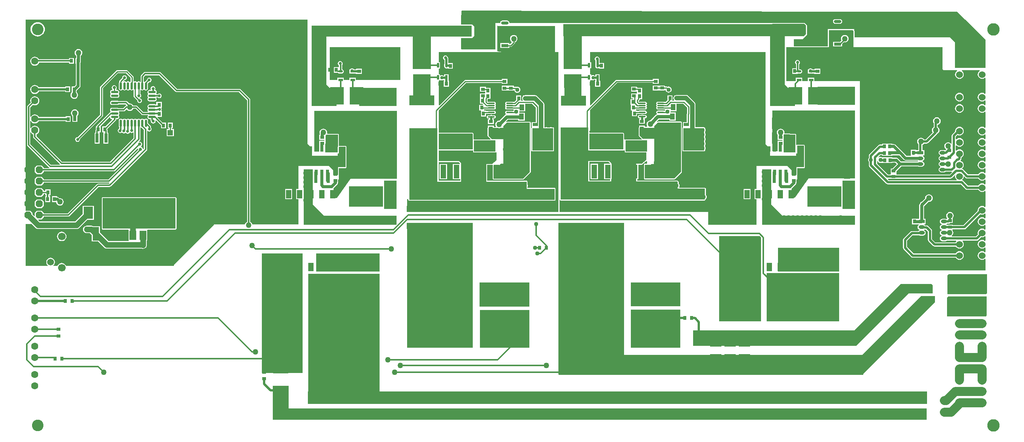
<source format=gbr>
G04 Layer_Physical_Order=1*
G04 Layer_Color=255*
%FSLAX45Y45*%
%MOMM*%
%TF.FileFunction,Copper,L1,Top,Signal*%
%TF.Part,Single*%
G01*
G75*
%TA.AperFunction,SMDPad,CuDef*%
%ADD10R,2.26000X2.16000*%
%ADD11R,5.60000X2.30000*%
%ADD12R,0.70000X0.90000*%
%ADD13R,0.80000X0.90000*%
%ADD14R,1.21920X1.21920*%
%ADD15R,0.90000X0.80000*%
%ADD16R,3.80000X2.00000*%
%ADD17R,1.50000X2.00000*%
%ADD18R,0.71120X2.00660*%
%ADD19O,1.65000X0.55000*%
%ADD20O,0.55000X1.65000*%
%ADD21R,1.30000X4.75000*%
%ADD22R,0.90000X0.70000*%
%ADD23R,1.25000X0.95000*%
%ADD24R,1.10000X2.60000*%
%ADD25R,2.15900X2.74300*%
%ADD26R,4.00000X3.10000*%
%ADD27O,0.55000X1.00000*%
%ADD28R,0.55000X1.00000*%
%ADD29R,2.60000X1.10000*%
%ADD30R,1.10000X1.40000*%
%ADD31R,1.70000X1.10000*%
%ADD32O,1.65000X0.30000*%
%ADD33R,1.27000X3.05000*%
%ADD34R,1.20000X0.65000*%
%ADD35R,0.60000X0.60000*%
%ADD36R,1.20000X1.20000*%
%ADD37R,3.36000X4.86000*%
%ADD38R,1.39000X1.40000*%
%ADD39R,3.50000X2.00000*%
%ADD40R,2.00000X3.50000*%
%ADD41R,3.30000X1.40000*%
%ADD42O,1.00000X0.55000*%
%ADD43R,1.00000X0.55000*%
%ADD44R,1.40000X1.10000*%
%ADD45R,3.20000X1.80000*%
%ADD46R,3.10000X4.00000*%
%ADD47R,1.17000X1.88000*%
%ADD48R,1.80000X2.10000*%
%ADD49R,0.76200X1.14300*%
%ADD50R,2.99720X2.26060*%
%ADD51R,1.40000X0.80000*%
%ADD52O,1.40000X0.80000*%
%ADD53R,1.42240X3.02260*%
%ADD54R,1.65000X0.65000*%
%ADD55O,1.65000X0.65000*%
%TA.AperFunction,Conductor*%
%ADD56C,0.25400*%
%ADD57C,0.30000*%
%ADD58C,0.63500*%
%ADD59C,0.30480*%
%ADD60C,1.27000*%
%ADD61C,0.50800*%
%ADD62C,1.00000*%
%ADD63C,2.00000*%
%ADD64C,0.50000*%
%ADD65C,0.70000*%
%ADD66C,0.80000*%
%TA.AperFunction,ViaPad*%
%ADD67C,2.60000*%
%TA.AperFunction,ComponentPad*%
%ADD68C,1.52400*%
%ADD69C,1.70000*%
%ADD70C,1.60000*%
G04:AMPARAMS|DCode=71|XSize=1.5748mm|YSize=1.5748mm|CornerRadius=0mm|HoleSize=0mm|Usage=FLASHONLY|Rotation=90.000|XOffset=0mm|YOffset=0mm|HoleType=Round|Shape=Octagon|*
%AMOCTAGOND71*
4,1,8,0.39370,0.78740,-0.39370,0.78740,-0.78740,0.39370,-0.78740,-0.39370,-0.39370,-0.78740,0.39370,-0.78740,0.78740,-0.39370,0.78740,0.39370,0.39370,0.78740,0.0*
%
%ADD71OCTAGOND71*%

%ADD72C,2.80000*%
%TA.AperFunction,ViaPad*%
%ADD73C,1.52400*%
%ADD74C,1.27000*%
%ADD75C,0.63500*%
%ADD76C,0.70000*%
%ADD77C,0.90000*%
%ADD78C,0.95000*%
%ADD79C,0.67200*%
%ADD80C,0.76200*%
G36*
X23380235Y7110269D02*
X23380235Y7110268D01*
X23395255Y7100234D01*
X23412968Y7096710D01*
X23412968Y7096710D01*
X23664047D01*
X23664969Y7094485D01*
X23680389Y7074389D01*
X23700485Y7058969D01*
X23723888Y7049276D01*
X23749001Y7045970D01*
X23774113Y7049276D01*
X23797514Y7058969D01*
X23812500Y7070468D01*
X23825200Y7064205D01*
Y6967795D01*
X23812500Y6961532D01*
X23797514Y6973031D01*
X23774113Y6982724D01*
X23749001Y6986030D01*
X23723888Y6982724D01*
X23700485Y6973031D01*
X23680389Y6957610D01*
X23664969Y6937515D01*
X23664047Y6935289D01*
X23432143D01*
X23324100Y7043332D01*
X23309082Y7053366D01*
X23304311Y7054315D01*
X23301144Y7067894D01*
X23309610Y7074389D01*
X23325031Y7094485D01*
X23334724Y7117887D01*
X23337044Y7135501D01*
X23350452Y7140053D01*
X23380235Y7110269D01*
D02*
G37*
G36*
X20892801Y7093001D02*
X19978401D01*
X19851402Y7093001D01*
X19546600Y6661201D01*
X19470401Y6661201D01*
Y6865230D01*
X19482256Y6873150D01*
X19560854Y6951748D01*
X19573009Y6969941D01*
X19576682Y6988401D01*
X19586201D01*
Y7067601D01*
X19597401D01*
Y7152601D01*
X19595221Y7154782D01*
X19599641Y7161397D01*
X19601193Y7169201D01*
Y7326609D01*
X19749802D01*
X19757605Y7328161D01*
X19764221Y7332582D01*
X19768642Y7339197D01*
X19770193Y7347001D01*
Y7550201D01*
X19770193Y7829601D01*
X19768642Y7837404D01*
X19764221Y7844020D01*
X19757605Y7848440D01*
X19749802Y7849993D01*
X19597400Y7849993D01*
X19591092Y7848738D01*
X19587897Y7849622D01*
X19578392Y7856228D01*
Y8076426D01*
X19577673Y8080036D01*
X19577068Y8083653D01*
X19576901Y8083920D01*
X19576840Y8084230D01*
X19574796Y8087288D01*
X19572852Y8090400D01*
X19572595Y8090583D01*
X19572420Y8090846D01*
X19569363Y8092887D01*
X19566373Y8095020D01*
X19566066Y8095091D01*
X19565804Y8095266D01*
X19562202Y8095982D01*
X19558621Y8096809D01*
X19321446Y8104031D01*
X19310580Y8117068D01*
X19312019Y8128000D01*
X19309151Y8149798D01*
X19300737Y8170110D01*
X19287354Y8187553D01*
X19269910Y8200937D01*
X19249599Y8209351D01*
X19227800Y8212220D01*
X19206001Y8209351D01*
X19185689Y8200937D01*
X19168246Y8187553D01*
X19154863Y8170110D01*
X19146449Y8149798D01*
X19143579Y8128000D01*
X19146449Y8106202D01*
X19154863Y8085889D01*
X19162801Y8075545D01*
Y7960200D01*
X19261011D01*
X19269798Y7950221D01*
X19267848Y7940327D01*
X19260207Y7940200D01*
X19162801D01*
Y7847787D01*
X19160323Y7835336D01*
Y7830551D01*
X19158301D01*
Y7702601D01*
X19038602Y7702602D01*
X19038602Y8617002D01*
X20892799Y8617002D01*
X20892801Y7093001D01*
D02*
G37*
G36*
X12035562Y7434600D02*
X12031111Y7421900D01*
X11873700D01*
Y7076900D01*
X12038708D01*
Y7043492D01*
X11560200Y7043491D01*
Y7465105D01*
X12005053Y7465108D01*
X12035562Y7434600D01*
D02*
G37*
G36*
X23146570Y7162746D02*
X23143970Y7143000D01*
X23147276Y7117887D01*
X23156969Y7094485D01*
X23172391Y7074389D01*
X23178905Y7069389D01*
X23174594Y7056689D01*
X21653773D01*
X21632053Y7078411D01*
X21637314Y7091111D01*
X21698000D01*
Y7088000D01*
X21828000D01*
Y7091111D01*
X23037799D01*
X23037801Y7091110D01*
X23055515Y7094634D01*
X23070532Y7104668D01*
X23134541Y7168678D01*
X23146570Y7162746D01*
D02*
G37*
G36*
X15399463Y7437400D02*
X15394307Y7424700D01*
X15265300D01*
Y7079700D01*
X15403110D01*
Y7046291D01*
X14934093D01*
X14934091Y7467406D01*
X15369453Y7467409D01*
X15399463Y7437400D01*
D02*
G37*
G36*
X20588000Y6458001D02*
X19826001D01*
Y6915201D01*
X20588000D01*
Y6458001D01*
D02*
G37*
G36*
X10301001D02*
X9539001D01*
Y6915201D01*
X10301001D01*
Y6458001D01*
D02*
G37*
G36*
X11522099Y8225999D02*
X11522100Y7023099D01*
X12059100Y7023100D01*
X12059101Y7439899D01*
X12013500Y7485500D01*
X11557000Y7485497D01*
X11556999Y7721600D01*
X12324008Y7721600D01*
Y7701400D01*
X12325560Y7693596D01*
X12329981Y7686981D01*
X12336596Y7682560D01*
X12344400Y7681008D01*
X12826300D01*
X12834103Y7682560D01*
X12839000Y7685831D01*
X12846027Y7683875D01*
X12851700Y7680555D01*
X12851700Y7506698D01*
X12747428Y7422000D01*
X12623100D01*
X12623100Y7023100D01*
X13528400Y7023100D01*
Y6863600D01*
X14155800Y6863599D01*
X14155800Y6616600D01*
X10896000Y6616599D01*
X10896000Y8226001D01*
X11522099Y8225999D01*
D02*
G37*
G36*
X10617200Y7086600D02*
X9702801D01*
X9575801Y7086600D01*
X9271001Y6654800D01*
X9194801Y6654800D01*
Y6872846D01*
X9195255Y6873150D01*
X9273853Y6951748D01*
X9286009Y6969941D01*
X9289681Y6988401D01*
X9299201D01*
Y7067601D01*
X9310401D01*
Y7152601D01*
X9308221Y7154782D01*
X9312641Y7161397D01*
X9314193Y7169201D01*
Y7326609D01*
X9462801D01*
X9470605Y7328161D01*
X9477221Y7332582D01*
X9481641Y7339197D01*
X9483193Y7347001D01*
Y7550201D01*
X9483193Y7805420D01*
X9481641Y7813223D01*
X9477220Y7819839D01*
X9470605Y7824259D01*
X9462801Y7825812D01*
X9319381Y7825812D01*
X9319380Y7825812D01*
X9314742Y7829619D01*
Y8077200D01*
X9313189Y8085004D01*
X9308769Y8091619D01*
X9302153Y8096040D01*
X9294350Y8097592D01*
X9056128D01*
X9048089Y8110292D01*
X9050421Y8128000D01*
X9047551Y8149798D01*
X9039137Y8170110D01*
X9025753Y8187553D01*
X9008310Y8200937D01*
X8987998Y8209351D01*
X8966200Y8212221D01*
X8944402Y8209351D01*
X8924090Y8200937D01*
X8906647Y8187553D01*
X8893263Y8170110D01*
X8884849Y8149798D01*
X8881979Y8128000D01*
X8884849Y8106202D01*
X8888036Y8098509D01*
Y8080200D01*
X8875800D01*
Y7960200D01*
X8982023D01*
X8990695Y7950209D01*
X8988635Y7940200D01*
X8875800D01*
Y7847787D01*
X8873323Y7835336D01*
Y7830551D01*
X8871301D01*
Y7696200D01*
X8763001Y7696201D01*
X8763000Y8610601D01*
X10617199Y8610601D01*
X10617200Y7086600D01*
D02*
G37*
G36*
X14913699Y8238999D02*
X14913699Y7025900D01*
X15403110D01*
X15423502D01*
Y7079700D01*
X15432300D01*
Y7424700D01*
X15423502D01*
Y7442200D01*
X15377901Y7487801D01*
X14921400Y7487798D01*
X14921400Y7723901D01*
X15727608Y7723901D01*
Y7701400D01*
X15729160Y7693596D01*
X15733582Y7686981D01*
X15740196Y7682560D01*
X15748000Y7681008D01*
X16216100D01*
X16216101Y7508999D01*
X16111829Y7424301D01*
X15987500D01*
X15987500Y7025900D01*
X16007892D01*
X16908131Y7025900D01*
X16920000Y7014032D01*
Y6866400D01*
X17523991Y6866400D01*
X17525764Y6866047D01*
X17525999Y6865695D01*
X17525999Y6631269D01*
X17514133Y6619400D01*
X14297008Y6619400D01*
X14295236Y6619752D01*
X14295000Y6620104D01*
X14295000Y8239001D01*
X14913699Y8238999D01*
D02*
G37*
G36*
X12826300Y7701400D02*
X12344400D01*
Y7950200D01*
X12826300D01*
Y7701400D01*
D02*
G37*
G36*
X9294350Y7808418D02*
X9291560Y7804243D01*
X9290008Y7796440D01*
X9290008Y7677201D01*
X9014711Y7677201D01*
X9005860Y7686308D01*
X9016549Y8061385D01*
X9025753Y8068447D01*
X9032469Y8077200D01*
X9294350D01*
Y7808418D01*
D02*
G37*
G36*
X16229900Y7947600D02*
Y7701400D01*
X15748000D01*
Y7950200D01*
X16227299D01*
X16229900Y7947600D01*
D02*
G37*
G36*
X17513300Y7726400D02*
X17045700D01*
Y8224900D01*
X17513300D01*
Y7726400D01*
D02*
G37*
G36*
X14121700Y7723600D02*
X13654100D01*
Y8222100D01*
X14121700D01*
Y7723600D01*
D02*
G37*
G36*
X21409039Y7477959D02*
X21419858Y7463858D01*
X21433958Y7453039D01*
X21450378Y7446237D01*
X21467999Y7443918D01*
X21485622Y7446237D01*
X21494299Y7449832D01*
X21507001Y7442000D01*
Y7442000D01*
X21614301D01*
X21617000Y7442000D01*
X21627000D01*
X21629700Y7442000D01*
X21737000D01*
Y7453236D01*
X21804144D01*
X21838380Y7419000D01*
X21741690Y7322310D01*
X21738811Y7318000D01*
X21698000D01*
Y7210700D01*
X21698000Y7208000D01*
Y7198000D01*
X21698000Y7196390D01*
X21695370Y7183689D01*
X21638773D01*
X21573232Y7249231D01*
X21570218Y7251245D01*
X21393289Y7428174D01*
Y7482794D01*
X21405989Y7485321D01*
X21409039Y7477959D01*
D02*
G37*
G36*
X8607481Y9263776D02*
Y7879176D01*
X8658281Y7828376D01*
Y7815976D01*
X8709081D01*
Y7601002D01*
X9285001Y7601000D01*
Y7651801D01*
X9310400D01*
X9310400Y7796440D01*
X9319380Y7805420D01*
X9462801Y7805420D01*
X9462801Y7550201D01*
Y7347001D01*
X9293802D01*
Y7169201D01*
X9183401D01*
Y7280950D01*
X9091951Y7372401D01*
X8404281Y7372402D01*
Y6857801D01*
X8356901D01*
Y6629802D01*
X8404281D01*
Y6063376D01*
X7371628D01*
X7371151Y6066998D01*
X7362737Y6087310D01*
X7349353Y6104753D01*
X7331910Y6118137D01*
X7325486Y6120798D01*
Y8864600D01*
X7322769Y8878256D01*
X7315034Y8889834D01*
X7111834Y9093034D01*
X7100256Y9100769D01*
X7086600Y9103486D01*
X5689982D01*
X5320234Y9473234D01*
X5308656Y9480969D01*
X5295000Y9483686D01*
X4966000D01*
X4952344Y9480969D01*
X4940766Y9473234D01*
X4878766Y9411234D01*
X4871031Y9399656D01*
X4868314Y9386000D01*
Y9270630D01*
X4864942Y9268156D01*
X4855614Y9265004D01*
X4842534Y9273744D01*
X4824000Y9277431D01*
X4805466Y9273744D01*
X4789755Y9263246D01*
X4778245D01*
X4762534Y9273744D01*
X4744000Y9277431D01*
X4725467Y9273744D01*
X4720041Y9270119D01*
X4707341Y9276907D01*
Y9370000D01*
X4704803Y9382759D01*
X4697575Y9393575D01*
X4575575Y9515575D01*
X4564759Y9522803D01*
X4552000Y9525341D01*
X4342000D01*
X4329242Y9522803D01*
X4318425Y9515576D01*
X3965425Y9162575D01*
X3958197Y9151759D01*
X3955659Y9139000D01*
Y8527810D01*
X3450517Y8022668D01*
X3430808Y8018747D01*
X3413690Y8007310D01*
X3402253Y7990192D01*
X3398236Y7970000D01*
X3402253Y7949808D01*
X3413690Y7932690D01*
X3430808Y7921253D01*
X3451000Y7917236D01*
X3471192Y7921253D01*
X3488310Y7932690D01*
X3499747Y7949808D01*
X3503764Y7970000D01*
X3501837Y7979687D01*
X4012575Y8490425D01*
X4019802Y8501241D01*
X4022340Y8514000D01*
Y9125190D01*
X4355810Y9458660D01*
X4538190D01*
X4640660Y9356190D01*
Y9270532D01*
X4632358Y9264985D01*
X4624000Y9263955D01*
X4615643Y9264985D01*
X4602534Y9273744D01*
X4584000Y9277431D01*
X4565466Y9273744D01*
X4552358Y9264985D01*
X4544000Y9263955D01*
X4535642Y9264985D01*
X4522534Y9273744D01*
X4504000Y9277431D01*
X4485467Y9273744D01*
X4485432Y9273721D01*
X4477336Y9283586D01*
X4500718Y9306968D01*
X4505400Y9306036D01*
X4525592Y9310053D01*
X4542710Y9321490D01*
X4554147Y9338608D01*
X4558164Y9358800D01*
X4554147Y9378992D01*
X4542710Y9396110D01*
X4525592Y9407548D01*
X4505400Y9411564D01*
X4485208Y9407548D01*
X4468090Y9396110D01*
X4456653Y9378992D01*
X4452636Y9358800D01*
X4453567Y9354118D01*
X4397425Y9297976D01*
X4390197Y9287159D01*
X4387659Y9274400D01*
Y9260111D01*
X4379256Y9247534D01*
X4375570Y9229000D01*
Y9119000D01*
X4379256Y9100466D01*
X4389754Y9084754D01*
X4405466Y9074256D01*
X4424000Y9070570D01*
X4442534Y9074256D01*
X4455643Y9083015D01*
X4464000Y9084045D01*
X4472358Y9083015D01*
X4485467Y9074256D01*
X4504000Y9070570D01*
X4522534Y9074256D01*
X4535642Y9083015D01*
X4544000Y9084045D01*
X4552358Y9083015D01*
X4565466Y9074256D01*
X4584000Y9070570D01*
X4602534Y9074256D01*
X4615643Y9083015D01*
X4624000Y9084045D01*
X4632358Y9083015D01*
X4645466Y9074256D01*
X4664000Y9070570D01*
X4682534Y9074256D01*
X4695643Y9083015D01*
X4696184Y9083156D01*
X4704300Y9080596D01*
X4708659Y9077601D01*
Y8944200D01*
X4711197Y8931441D01*
X4718425Y8920625D01*
X4791568Y8847482D01*
X4790636Y8842800D01*
X4794653Y8822608D01*
X4806090Y8805490D01*
X4823208Y8794053D01*
X4843400Y8790036D01*
X4863592Y8794053D01*
X4880710Y8805490D01*
X4892147Y8822608D01*
X4896164Y8842800D01*
X4892147Y8862992D01*
X4880710Y8880110D01*
X4863592Y8891548D01*
X4848729Y8894504D01*
X4847466Y8898699D01*
X4847388Y8907720D01*
X4862310Y8917690D01*
X4873747Y8934808D01*
X4877764Y8955000D01*
X4873747Y8975192D01*
X4862310Y8992310D01*
X4857341Y8995630D01*
Y9075539D01*
X4868807Y9083453D01*
X4872358Y9083015D01*
X4885466Y9074256D01*
X4904000Y9070570D01*
X4922534Y9074256D01*
X4935643Y9083015D01*
X4944000Y9084045D01*
X4952358Y9083015D01*
X4965467Y9074256D01*
X4984000Y9070570D01*
X5002534Y9074256D01*
X5018246Y9084754D01*
X5028744Y9100466D01*
X5032431Y9119000D01*
Y9229000D01*
X5032205Y9230137D01*
X5056484Y9254417D01*
X5058400Y9254036D01*
X5078592Y9258053D01*
X5095710Y9269490D01*
X5107148Y9286608D01*
X5111164Y9306800D01*
X5107148Y9326992D01*
X5095710Y9344110D01*
X5078592Y9355547D01*
X5058400Y9359564D01*
X5038208Y9355547D01*
X5021090Y9344110D01*
X5009653Y9326992D01*
X5005636Y9306800D01*
X5006017Y9304884D01*
X4977214Y9276081D01*
X4965467Y9273744D01*
X4952386Y9265004D01*
X4943059Y9268156D01*
X4939686Y9270630D01*
Y9371218D01*
X4980782Y9412314D01*
X5280219D01*
X5649966Y9042566D01*
X5661544Y9034831D01*
X5675200Y9032114D01*
X7071818D01*
X7254114Y8849818D01*
Y6120798D01*
X7247690Y6118137D01*
X7230247Y6104753D01*
X7216863Y6087310D01*
X7208449Y6066998D01*
X7207972Y6063376D01*
X6514199Y6063375D01*
X6516067Y6058867D01*
X5613400Y5156200D01*
Y5130800D01*
X3194335D01*
X3188017Y5146053D01*
X3171187Y5167987D01*
X3149253Y5184817D01*
X3123710Y5195397D01*
X3096300Y5199006D01*
X3068889Y5195397D01*
X3043347Y5184817D01*
X3021413Y5167987D01*
X3004583Y5146053D01*
X2998265Y5130800D01*
X2911765D01*
X2907454Y5143500D01*
X2915911Y5149989D01*
X2931331Y5170085D01*
X2941024Y5193487D01*
X2944330Y5218600D01*
X2941024Y5243713D01*
X2931331Y5267115D01*
X2915911Y5287210D01*
X2895815Y5302630D01*
X2872413Y5312324D01*
X2847300Y5315630D01*
X2822187Y5312324D01*
X2798785Y5302630D01*
X2778690Y5287210D01*
X2763270Y5267115D01*
X2753576Y5243713D01*
X2750270Y5218600D01*
X2753576Y5193487D01*
X2763270Y5170085D01*
X2778690Y5149989D01*
X2787147Y5143500D01*
X2782835Y5130800D01*
X2286000D01*
Y6070600D01*
X2420895D01*
X2505848Y5985647D01*
X2523290Y5972263D01*
X2543603Y5963849D01*
X2565401Y5960979D01*
X3429000D01*
X3450798Y5963849D01*
X3471110Y5972263D01*
X3488553Y5985647D01*
X3573506Y6070600D01*
X3579882D01*
X3578014Y6075109D01*
X3670356Y6167450D01*
X3818550D01*
Y6481750D01*
X3562650D01*
Y6297956D01*
X3394115Y6129421D01*
X2600286D01*
X2566380Y6163327D01*
X2571240Y6175060D01*
X2640171D01*
X2689541Y6224430D01*
Y6238114D01*
X3244800D01*
X3258456Y6240831D01*
X3270034Y6248566D01*
X3926782Y6905314D01*
X4169000D01*
X4182656Y6908031D01*
X4194234Y6915766D01*
X4196247Y6918780D01*
X4230944Y6953477D01*
X4231527Y6954349D01*
X4881650Y7604472D01*
X4882523Y7605056D01*
X5001234Y7723766D01*
X5008969Y7735343D01*
X5011686Y7749000D01*
Y8160196D01*
X5022520Y8163947D01*
X5024386Y8164293D01*
X5041208Y8153053D01*
X5061400Y8149036D01*
X5081592Y8153053D01*
X5098710Y8164490D01*
X5110148Y8181608D01*
X5114164Y8201800D01*
X5110148Y8221992D01*
X5098710Y8239110D01*
X5097086Y8240195D01*
Y8258600D01*
X5094369Y8272256D01*
X5086634Y8283834D01*
X5032431Y8338037D01*
Y8389000D01*
X5028744Y8407534D01*
X5018246Y8423246D01*
X5002534Y8433744D01*
X4984000Y8437431D01*
X4965467Y8433744D01*
X4952358Y8424985D01*
X4944000Y8423955D01*
X4935643Y8424985D01*
X4922534Y8433744D01*
X4904000Y8437431D01*
X4885466Y8433744D01*
X4872358Y8424985D01*
X4864000Y8423955D01*
X4855643Y8424985D01*
X4842534Y8433744D01*
X4824000Y8437431D01*
X4805466Y8433744D01*
X4792358Y8424985D01*
X4784000Y8423955D01*
X4775642Y8424985D01*
X4762534Y8433744D01*
X4744000Y8437431D01*
X4725467Y8433744D01*
X4712358Y8424985D01*
X4704000Y8423955D01*
X4695643Y8424985D01*
X4682534Y8433744D01*
X4664000Y8437431D01*
X4645466Y8433744D01*
X4632358Y8424985D01*
X4624000Y8423955D01*
X4615643Y8424985D01*
X4602534Y8433744D01*
X4584000Y8437431D01*
X4565466Y8433744D01*
X4552358Y8424985D01*
X4544000Y8423955D01*
X4535642Y8424985D01*
X4522534Y8433744D01*
X4504000Y8437431D01*
X4485467Y8433744D01*
X4472358Y8424985D01*
X4464000Y8423955D01*
X4455643Y8424985D01*
X4442534Y8433744D01*
X4424000Y8437431D01*
X4405466Y8433744D01*
X4389754Y8423246D01*
X4379256Y8407534D01*
X4375570Y8389000D01*
Y8279000D01*
X4379256Y8260466D01*
X4388314Y8246910D01*
Y8215246D01*
X4385808Y8214747D01*
X4368690Y8203310D01*
X4357253Y8186192D01*
X4353236Y8166000D01*
X4357253Y8145808D01*
X4368690Y8128690D01*
X4385808Y8117252D01*
X4406000Y8113236D01*
X4426192Y8117252D01*
X4438308Y8125348D01*
X4453679Y8124199D01*
X4455073Y8123435D01*
X4471808Y8112253D01*
X4492000Y8108236D01*
X4512192Y8112253D01*
X4520616Y8117881D01*
X4537715Y8115150D01*
X4538690Y8113690D01*
X4555808Y8102253D01*
X4576000Y8098236D01*
X4596192Y8102253D01*
X4613310Y8113690D01*
X4619884Y8123530D01*
X4627269Y8129915D01*
X4636159Y8126767D01*
X4646208Y8120053D01*
X4666400Y8116036D01*
X4686592Y8120053D01*
X4697614Y8127417D01*
X4710314Y8120629D01*
Y7999782D01*
X4181218Y7470686D01*
X3101781D01*
X2528086Y8044382D01*
Y8085343D01*
X2542831Y8091450D01*
X2563721Y8107479D01*
X2579749Y8128369D01*
X2589826Y8152695D01*
X2593263Y8178800D01*
X2589826Y8204905D01*
X2579749Y8229231D01*
X2563721Y8250121D01*
X2542831Y8266150D01*
X2518505Y8276226D01*
X2492400Y8279663D01*
X2466295Y8276226D01*
X2441969Y8266150D01*
X2421079Y8250121D01*
X2405050Y8229231D01*
X2403386Y8225213D01*
X2390686Y8227739D01*
Y8383861D01*
X2403386Y8386387D01*
X2405050Y8382369D01*
X2421079Y8361479D01*
X2441969Y8345450D01*
X2466295Y8335374D01*
X2492400Y8331937D01*
X2518505Y8335374D01*
X2542831Y8345450D01*
X2563721Y8361479D01*
X2579343Y8381839D01*
X3184700D01*
Y8362720D01*
X3294700D01*
Y8492720D01*
X3184700D01*
Y8473602D01*
X2583738D01*
X2579749Y8483231D01*
X2563721Y8504121D01*
X2542831Y8520150D01*
X2518505Y8530226D01*
X2492400Y8533663D01*
X2466295Y8530226D01*
X2441969Y8520150D01*
X2421079Y8504121D01*
X2405050Y8483231D01*
X2403386Y8479213D01*
X2390686Y8481739D01*
Y8687019D01*
X2451549Y8747882D01*
X2466295Y8741774D01*
X2492400Y8738337D01*
X2518505Y8741774D01*
X2542831Y8751850D01*
X2563721Y8767879D01*
X2579749Y8788769D01*
X2589826Y8813095D01*
X2593263Y8839200D01*
X2589826Y8865305D01*
X2579749Y8889631D01*
X2563721Y8910521D01*
X2542831Y8926550D01*
X2518505Y8936626D01*
X2492400Y8940063D01*
X2466295Y8936626D01*
X2441969Y8926550D01*
X2421079Y8910521D01*
X2405050Y8889631D01*
X2394974Y8865305D01*
X2391537Y8839200D01*
X2394974Y8813095D01*
X2401082Y8798349D01*
X2329766Y8727034D01*
X2322031Y8715457D01*
X2319314Y8701800D01*
Y7851000D01*
X2322031Y7837344D01*
X2329766Y7825766D01*
X2812767Y7342766D01*
X2819622Y7338186D01*
X2815770Y7325486D01*
X2689541D01*
Y7339170D01*
X2640171Y7388540D01*
X2541431D01*
X2492061Y7339170D01*
Y7240430D01*
X2541431Y7191060D01*
X2640171D01*
X2689541Y7240430D01*
Y7254114D01*
X4269800D01*
X4283456Y7256831D01*
X4295034Y7264566D01*
X4796132Y7765664D01*
X4807836Y7759408D01*
X4806323Y7751800D01*
X4808647Y7740114D01*
X4140019Y7071486D01*
X2689541D01*
Y7085170D01*
X2640171Y7134540D01*
X2541431D01*
X2492061Y7085170D01*
Y6986430D01*
X2541431Y6937060D01*
X2640171D01*
X2689541Y6986430D01*
Y7000114D01*
X4154800D01*
X4159651Y7001079D01*
X4165908Y6989375D01*
X4153219Y6976686D01*
X3912000D01*
X3898344Y6973969D01*
X3886766Y6966234D01*
X3230018Y6309486D01*
X2689541D01*
Y6323170D01*
X2640171Y6372540D01*
X2541431D01*
X2492061Y6323170D01*
Y6254239D01*
X2480328Y6249379D01*
X2435541Y6294166D01*
Y6323170D01*
X2386171Y6372540D01*
X2287431D01*
X2286000Y6373133D01*
X2285999Y10660774D01*
X8607480Y10660775D01*
X8607481Y9263776D01*
D02*
G37*
G36*
X2405050Y8128369D02*
X2421079Y8107479D01*
X2441969Y8091450D01*
X2456714Y8085343D01*
Y8029600D01*
X2459431Y8015944D01*
X2467166Y8004367D01*
X3055147Y7416386D01*
X3049886Y7403686D01*
X2852782D01*
X2390686Y7865782D01*
Y8129861D01*
X2403386Y8132387D01*
X2405050Y8128369D01*
D02*
G37*
G36*
X19558000Y8076426D02*
Y7677201D01*
X19301579D01*
X19292599Y7686181D01*
X19292601Y7820200D01*
X19292799D01*
Y7940200D01*
X19292799D01*
X19292601Y7940398D01*
X19292603Y7960200D01*
X19292799D01*
Y8074454D01*
X19301904Y8084225D01*
X19558000Y8076426D01*
D02*
G37*
G36*
X21502000Y7603000D02*
X21609300D01*
X21612000Y7603000D01*
X21622000D01*
X21624699Y7603000D01*
X21732001D01*
Y7616236D01*
X21893144D01*
X21932721Y7576660D01*
X21936388Y7571171D01*
X21996953Y7510606D01*
X22014072Y7499168D01*
X22034264Y7495152D01*
X22034264Y7495152D01*
X22305019D01*
X22307504Y7493491D01*
X22308978Y7482238D01*
X22308376Y7478898D01*
X22302251Y7473680D01*
X21932941D01*
X21863310Y7543310D01*
X21846191Y7554747D01*
X21825999Y7558764D01*
X21737000D01*
Y7572000D01*
X21629700D01*
X21627000Y7572000D01*
X21617000D01*
X21614301Y7572000D01*
X21507001D01*
X21507001Y7572000D01*
X21495065Y7573850D01*
X21485622Y7577763D01*
X21467999Y7580082D01*
X21450378Y7577763D01*
X21433958Y7570961D01*
X21431494Y7569069D01*
X21423102Y7578638D01*
X21463174Y7618710D01*
X21502000D01*
Y7603000D01*
D02*
G37*
G36*
X20892801Y7042201D02*
Y6407201D01*
X20613400D01*
X20613400Y7042201D01*
X20892801Y7042201D01*
D02*
G37*
G36*
X16980049Y4148800D02*
Y3297897D01*
X15869949Y3297901D01*
X15869949Y3399499D01*
X15869949Y4148800D01*
X16980049Y4148800D01*
D02*
G37*
G36*
X12319350Y4435600D02*
X12319350Y3295100D01*
X10845800Y3295099D01*
X10845799Y6095999D01*
X12319349Y6096000D01*
X12319350Y4435600D01*
D02*
G37*
G36*
X20537199Y4968298D02*
X20537201Y3895172D01*
X20528221Y3886191D01*
X18911600Y3886201D01*
X18911601Y4968301D01*
X20537199Y4968298D01*
D02*
G37*
G36*
X23855000Y4022000D02*
X23841000Y4008000D01*
X23835001Y4002000D01*
X22964999D01*
Y4420000D01*
X22996001Y4451000D01*
X23855000D01*
Y4022000D01*
D02*
G37*
G36*
X18764531Y5797601D02*
X18784601Y5777531D01*
X18784601Y3886200D01*
X17844801Y3886200D01*
X17844801Y5797602D01*
X18764531Y5797601D01*
D02*
G37*
G36*
X10224800Y4952999D02*
X10224801Y2310000D01*
X22513998Y2309999D01*
Y2032999D01*
X8622000Y2033000D01*
Y2310000D01*
X8624595D01*
X8624602Y4953003D01*
X10224800Y4952999D01*
D02*
G37*
G36*
X8190000Y1934000D02*
X22509000D01*
Y1674000D01*
X7835999D01*
X7836000Y2437000D01*
X8190000D01*
X8190000Y1934000D01*
D02*
G37*
G36*
X15710950Y4438400D02*
X15710950Y3135000D01*
X21057600D01*
X22378999Y4456399D01*
X22691000D01*
X22691000Y4319399D01*
X22378999Y4007399D01*
X21082001Y2710400D01*
Y2684000D01*
X14249400D01*
Y2694999D01*
X14237399D01*
X14237399Y6095999D01*
X15710950Y6096000D01*
X15710950Y4438400D01*
D02*
G37*
G36*
X13588449Y4146000D02*
Y3295097D01*
X12478350Y3295101D01*
X12478350Y3396699D01*
X12478350Y4146000D01*
X13588449Y4146000D01*
D02*
G37*
G36*
X8497600Y2729000D02*
X7583199D01*
X7583200Y5410200D01*
X8497601D01*
X8497600Y2729000D01*
D02*
G37*
G36*
X19013200Y6508801D02*
X19038602Y6483401D01*
X19216402Y6305601D01*
X19267201Y6254801D01*
X20892801D01*
X20892801Y6051601D01*
X18810001Y6051602D01*
X18810001Y7296201D01*
X19013200Y7296201D01*
Y6508801D01*
D02*
G37*
G36*
X20537199Y5003800D02*
X19165601D01*
X19165601Y5537199D01*
X20537199Y5537200D01*
Y5003800D01*
D02*
G37*
G36*
X8726201Y6508801D02*
X8751601Y6483401D01*
X8929401Y6305601D01*
X8980201Y6254801D01*
X10605801D01*
X10605801Y6058868D01*
X10598534Y6051601D01*
X8523001Y6051602D01*
X8523001Y7296201D01*
X8726201Y7296201D01*
Y6508801D01*
D02*
G37*
G36*
X10605801Y7042201D02*
Y6407201D01*
X10326401D01*
X10326401Y7042201D01*
X10605801Y7042201D01*
D02*
G37*
G36*
X23825200Y6302205D02*
Y6205795D01*
X23812500Y6199532D01*
X23797514Y6211031D01*
X23774113Y6220724D01*
X23749001Y6224030D01*
X23723888Y6220724D01*
X23700485Y6211031D01*
X23680389Y6195610D01*
X23664969Y6175515D01*
X23655276Y6152113D01*
X23651970Y6127000D01*
X23655276Y6101887D01*
X23664969Y6078485D01*
X23680389Y6058389D01*
X23700485Y6042969D01*
X23723888Y6033276D01*
X23749001Y6029970D01*
X23774113Y6033276D01*
X23797514Y6042969D01*
X23812500Y6054468D01*
X23825200Y6048205D01*
Y5951795D01*
X23812500Y5945532D01*
X23797514Y5957031D01*
X23774113Y5966724D01*
X23749001Y5970030D01*
X23723888Y5966724D01*
X23700485Y5957031D01*
X23680389Y5941610D01*
X23664969Y5921515D01*
X23655276Y5898113D01*
X23651970Y5873000D01*
X23655276Y5847887D01*
X23657838Y5841702D01*
X23609227Y5793090D01*
X23071643D01*
X23067332Y5805790D01*
X23078354Y5814248D01*
X23091737Y5831691D01*
X23100153Y5852003D01*
X23103021Y5873801D01*
X23100153Y5895599D01*
X23091737Y5915911D01*
X23078354Y5933354D01*
X23077119Y5934301D01*
X23081430Y5947001D01*
X23091400D01*
Y5954511D01*
X23349001D01*
X23349001Y5954511D01*
X23366714Y5958035D01*
X23381734Y5968069D01*
X23707660Y6293997D01*
X23723888Y6287276D01*
X23749001Y6283970D01*
X23774113Y6287276D01*
X23797514Y6296969D01*
X23812500Y6308468D01*
X23825200Y6302205D01*
D02*
G37*
G36*
X16977699Y4758862D02*
X16977699Y4224999D01*
X15867599Y4225003D01*
X15867599Y4441362D01*
Y4758862D01*
X16977699Y4758862D01*
D02*
G37*
G36*
X13586099Y4756062D02*
X13586099Y4222199D01*
X12476000Y4222203D01*
X12476000Y4438562D01*
Y4756062D01*
X13586099Y4756062D01*
D02*
G37*
G36*
X23857001Y4520000D02*
X23842999Y4506000D01*
X23837000Y4500000D01*
X22967000D01*
Y4918000D01*
X22998000Y4949000D01*
X23857001D01*
Y4520000D01*
D02*
G37*
G36*
X10224800Y5003800D02*
X8802401Y5003800D01*
X8802401Y5410199D01*
X10224800Y5410200D01*
Y5003800D01*
D02*
G37*
G36*
X21931741Y4729000D02*
X22611836Y4728999D01*
X22639999Y4690137D01*
Y4517000D01*
X22102000Y4517000D01*
X21938000Y4353000D01*
Y4351000D01*
X20927000Y3340000D01*
X20916000D01*
D01*
X17263000D01*
Y3685000D01*
X20880000D01*
X21926266Y4731267D01*
X21931741Y4729000D01*
D02*
G37*
G36*
X12319000Y8093620D02*
X12318997Y7747000D01*
X11557000Y7747000D01*
X11557000Y8102599D01*
X12310020Y8102600D01*
X12319000Y8093620D01*
D02*
G37*
G36*
X10605802Y8724799D02*
X9767601Y8724799D01*
X9767600Y8855261D01*
X9767601Y9131199D01*
X10605801D01*
X10605802Y8724799D01*
D02*
G37*
G36*
X20892802Y8744001D02*
X20054601Y8744002D01*
X20054601Y8874463D01*
X20054601Y9150401D01*
X20892801D01*
X20892802Y8744001D01*
D02*
G37*
G36*
X20863560Y10411460D02*
Y10039401D01*
X21005800D01*
Y10039401D01*
X22860001D01*
Y9550400D01*
X22885400Y9525000D01*
X23183691D01*
X23191563Y9513695D01*
X23191533Y9512300D01*
X23172391Y9497610D01*
X23156969Y9477515D01*
X23147276Y9454113D01*
X23143970Y9429000D01*
X23147276Y9403887D01*
X23156969Y9380485D01*
X23172391Y9360389D01*
X23192485Y9344969D01*
X23215887Y9335276D01*
X23241000Y9331970D01*
X23266113Y9335276D01*
X23289516Y9344969D01*
X23309610Y9360389D01*
X23325031Y9380485D01*
X23334724Y9403887D01*
X23338029Y9429000D01*
X23334724Y9454113D01*
X23325031Y9477515D01*
X23309610Y9497610D01*
X23290466Y9512300D01*
X23290436Y9513695D01*
X23298309Y9525000D01*
X23691692D01*
X23699564Y9513695D01*
X23699533Y9512300D01*
X23680389Y9497610D01*
X23664969Y9477515D01*
X23655276Y9454113D01*
X23651970Y9429000D01*
X23655276Y9403887D01*
X23664969Y9380485D01*
X23680389Y9360389D01*
X23700485Y9344969D01*
X23723888Y9335276D01*
X23749001Y9331970D01*
X23774113Y9335276D01*
X23797514Y9344969D01*
X23812500Y9356468D01*
X23825200Y9350205D01*
Y8999795D01*
X23812500Y8993532D01*
X23797514Y9005031D01*
X23774113Y9014724D01*
X23749001Y9018030D01*
X23723888Y9014724D01*
X23700485Y9005031D01*
X23680389Y8989610D01*
X23664969Y8969515D01*
X23655276Y8946113D01*
X23651970Y8921000D01*
X23655276Y8895887D01*
X23664969Y8872485D01*
X23680389Y8852389D01*
X23700485Y8836969D01*
X23723888Y8827276D01*
X23749001Y8823970D01*
X23774113Y8827276D01*
X23797514Y8836969D01*
X23812500Y8848468D01*
X23825200Y8842205D01*
Y8745795D01*
X23812500Y8739532D01*
X23797514Y8751031D01*
X23774113Y8760724D01*
X23749001Y8764030D01*
X23723888Y8760724D01*
X23700485Y8751031D01*
X23680389Y8735610D01*
X23664969Y8715515D01*
X23655276Y8692113D01*
X23651970Y8667000D01*
X23655276Y8641887D01*
X23664969Y8618485D01*
X23680389Y8598389D01*
X23700485Y8582969D01*
X23723888Y8573276D01*
X23749001Y8569970D01*
X23774113Y8573276D01*
X23797514Y8582969D01*
X23812500Y8594468D01*
X23825200Y8588205D01*
Y8237795D01*
X23812500Y8231532D01*
X23797514Y8243031D01*
X23774113Y8252724D01*
X23749001Y8256030D01*
X23723888Y8252724D01*
X23700485Y8243031D01*
X23680389Y8227610D01*
X23664969Y8207515D01*
X23655276Y8184113D01*
X23651970Y8159000D01*
X23655276Y8133887D01*
X23664969Y8110485D01*
X23680389Y8090389D01*
X23700485Y8074969D01*
X23723888Y8065276D01*
X23749001Y8061970D01*
X23774113Y8065276D01*
X23797514Y8074969D01*
X23812500Y8086468D01*
X23825200Y8080205D01*
Y7983795D01*
X23812500Y7977532D01*
X23797514Y7989031D01*
X23774113Y7998724D01*
X23749001Y8002030D01*
X23723888Y7998724D01*
X23700485Y7989031D01*
X23680389Y7973610D01*
X23664969Y7953515D01*
X23655276Y7930113D01*
X23651970Y7905000D01*
X23655276Y7879887D01*
X23664969Y7856485D01*
X23680389Y7836389D01*
X23700485Y7820969D01*
X23723888Y7811276D01*
X23749001Y7807970D01*
X23774113Y7811276D01*
X23797514Y7820969D01*
X23812500Y7832468D01*
X23825200Y7826205D01*
Y7729795D01*
X23812500Y7723532D01*
X23797514Y7735031D01*
X23774113Y7744724D01*
X23749001Y7748030D01*
X23723888Y7744724D01*
X23700485Y7735031D01*
X23680389Y7719610D01*
X23664969Y7699515D01*
X23655276Y7676113D01*
X23651970Y7651000D01*
X23655276Y7625887D01*
X23664969Y7602485D01*
X23680389Y7582389D01*
X23700485Y7566969D01*
X23723888Y7557276D01*
X23749001Y7553970D01*
X23774113Y7557276D01*
X23797514Y7566969D01*
X23812500Y7578468D01*
X23825200Y7572205D01*
Y7475795D01*
X23812500Y7469532D01*
X23797514Y7481031D01*
X23774113Y7490724D01*
X23749001Y7494030D01*
X23723888Y7490724D01*
X23700485Y7481031D01*
X23680389Y7465610D01*
X23664969Y7445515D01*
X23655276Y7422113D01*
X23651970Y7397000D01*
X23655276Y7371887D01*
X23664969Y7348485D01*
X23680389Y7328389D01*
X23700485Y7312969D01*
X23723888Y7303276D01*
X23749001Y7299970D01*
X23774113Y7303276D01*
X23797514Y7312969D01*
X23812500Y7324468D01*
X23825200Y7318205D01*
Y7221795D01*
X23812500Y7215532D01*
X23797514Y7227031D01*
X23774113Y7236724D01*
X23749001Y7240030D01*
X23723888Y7236724D01*
X23700485Y7227031D01*
X23680389Y7211610D01*
X23664969Y7191515D01*
X23664047Y7189289D01*
X23432143D01*
X23324100Y7297332D01*
X23309082Y7307366D01*
X23304311Y7308315D01*
X23301144Y7321894D01*
X23309610Y7328389D01*
X23325031Y7348485D01*
X23334724Y7371887D01*
X23338029Y7397000D01*
X23334724Y7422113D01*
X23325031Y7445515D01*
X23309610Y7465610D01*
X23289516Y7481031D01*
X23269815Y7489191D01*
X23265120Y7502457D01*
X23273730Y7511068D01*
X23273732Y7511068D01*
X23283766Y7526086D01*
X23287289Y7543800D01*
Y7566048D01*
X23289516Y7566969D01*
X23309610Y7582389D01*
X23325031Y7602485D01*
X23334724Y7625887D01*
X23338029Y7651000D01*
X23334724Y7676113D01*
X23325031Y7699515D01*
X23309610Y7719610D01*
X23289516Y7735031D01*
X23266113Y7744724D01*
X23241000Y7748030D01*
X23215887Y7744724D01*
X23192485Y7735031D01*
X23172989Y7720071D01*
X23168581Y7720782D01*
X23160289Y7723596D01*
Y7832403D01*
X23168581Y7835218D01*
X23172989Y7835929D01*
X23192485Y7820969D01*
X23215887Y7811276D01*
X23241000Y7807970D01*
X23266113Y7811276D01*
X23289516Y7820969D01*
X23309610Y7836389D01*
X23325031Y7856485D01*
X23334724Y7879887D01*
X23338029Y7905000D01*
X23334724Y7930113D01*
X23325031Y7953515D01*
X23309610Y7973610D01*
X23289516Y7989031D01*
X23266113Y7998724D01*
X23241000Y8002030D01*
X23215887Y7998724D01*
X23192485Y7989031D01*
X23172989Y7974071D01*
X23168581Y7974782D01*
X23160289Y7977596D01*
Y8032626D01*
X23199660Y8071997D01*
X23215887Y8065276D01*
X23241000Y8061970D01*
X23266113Y8065276D01*
X23289516Y8074969D01*
X23309610Y8090389D01*
X23325031Y8110485D01*
X23334724Y8133887D01*
X23338029Y8159000D01*
X23334724Y8184113D01*
X23325031Y8207515D01*
X23309610Y8227610D01*
X23289516Y8243031D01*
X23266113Y8252724D01*
X23241000Y8256030D01*
X23215887Y8252724D01*
X23192485Y8243031D01*
X23172391Y8227610D01*
X23156969Y8207515D01*
X23147276Y8184113D01*
X23143970Y8159000D01*
X23145338Y8148602D01*
X23081268Y8084532D01*
X23071234Y8069514D01*
X23067709Y8051800D01*
X23067711Y8051799D01*
Y7876042D01*
X23055011Y7871731D01*
X23046553Y7882753D01*
X23029111Y7896137D01*
X23008798Y7904551D01*
X22987000Y7907421D01*
X22965202Y7904551D01*
X22944890Y7896137D01*
X22927448Y7882753D01*
X22914062Y7865310D01*
X22905649Y7844998D01*
X22902779Y7823200D01*
X22905649Y7801402D01*
X22914062Y7781090D01*
X22927448Y7763647D01*
X22937732Y7755756D01*
X22939476Y7739754D01*
X22939249Y7739311D01*
X22925798Y7725862D01*
X22917458Y7731435D01*
X22894048Y7736091D01*
X22834047D01*
X22810635Y7731435D01*
X22790790Y7718173D01*
X22777528Y7698327D01*
X22772871Y7674916D01*
X22777528Y7651505D01*
X22790790Y7631658D01*
X22810635Y7618397D01*
X22813184Y7617890D01*
Y7604941D01*
X22810635Y7604435D01*
X22790790Y7591173D01*
X22777528Y7571327D01*
X22772871Y7547916D01*
X22777528Y7524505D01*
X22790790Y7504658D01*
X22810635Y7491397D01*
X22813184Y7490890D01*
Y7477941D01*
X22810635Y7477435D01*
X22790790Y7464173D01*
X22777528Y7444327D01*
X22772871Y7420916D01*
X22777528Y7397505D01*
X22790790Y7377658D01*
X22810635Y7364397D01*
X22813184Y7363890D01*
Y7350941D01*
X22810635Y7350435D01*
X22790790Y7337173D01*
X22777528Y7317327D01*
X22772871Y7293916D01*
X22777528Y7270505D01*
X22790790Y7250658D01*
X22810635Y7237397D01*
X22834047Y7232740D01*
X22894048D01*
X22917458Y7237397D01*
X22932767Y7247626D01*
X23064603D01*
X23068826Y7241109D01*
X23070184Y7235248D01*
X23018626Y7183689D01*
X21836980D01*
X21828972Y7191698D01*
X21828000Y7196390D01*
Y7208000D01*
X21828000Y7210700D01*
Y7259380D01*
X21936771Y7368152D01*
X22305019D01*
X22310637Y7364397D01*
X22334048Y7359740D01*
X22394048D01*
X22417459Y7364397D01*
X22437306Y7377658D01*
X22450568Y7397505D01*
X22455225Y7420916D01*
X22450568Y7444327D01*
X22437306Y7464173D01*
X22417459Y7477435D01*
X22414911Y7477941D01*
Y7490890D01*
X22417459Y7491397D01*
X22437306Y7504658D01*
X22450568Y7524505D01*
X22455225Y7547916D01*
X22450568Y7571327D01*
X22437306Y7591173D01*
X22420779Y7602216D01*
X22424632Y7614916D01*
X22454048D01*
Y7734916D01*
X22410338D01*
Y7846366D01*
X22420711Y7850663D01*
X22438153Y7864047D01*
X22448643Y7877718D01*
X22503200D01*
X22520758Y7881211D01*
X22535643Y7891157D01*
X22740044Y8095557D01*
X22744296Y8101923D01*
X22750911Y8104663D01*
X22768353Y8118047D01*
X22781737Y8135489D01*
X22790150Y8155802D01*
X22793021Y8177600D01*
X22790150Y8199398D01*
X22781737Y8219710D01*
X22768353Y8237153D01*
X22753482Y8248564D01*
Y8301518D01*
X22755998Y8301849D01*
X22776311Y8310263D01*
X22793753Y8323647D01*
X22807137Y8341090D01*
X22815552Y8361402D01*
X22818420Y8383200D01*
X22815552Y8404998D01*
X22807137Y8425311D01*
X22793753Y8442753D01*
X22776311Y8456137D01*
X22755998Y8464551D01*
X22734200Y8467421D01*
X22712402Y8464551D01*
X22692090Y8456137D01*
X22674648Y8442753D01*
X22661263Y8425311D01*
X22652849Y8404998D01*
X22649980Y8383200D01*
X22652849Y8361402D01*
X22661263Y8341090D01*
X22661719Y8340496D01*
Y8246722D01*
X22649248Y8237153D01*
X22635863Y8219710D01*
X22627449Y8199398D01*
X22624580Y8177600D01*
X22627449Y8155802D01*
X22635863Y8135489D01*
X22642088Y8127375D01*
X22484195Y7969481D01*
X22448643D01*
X22438153Y7983153D01*
X22420711Y7996537D01*
X22400398Y8004951D01*
X22378600Y8007820D01*
X22356802Y8004951D01*
X22336490Y7996537D01*
X22319048Y7983153D01*
X22305663Y7965710D01*
X22297249Y7945398D01*
X22294380Y7923600D01*
X22297249Y7901802D01*
X22305663Y7881489D01*
X22317760Y7865726D01*
Y7734916D01*
X22276077D01*
X22265448Y7739916D01*
X22265448Y7739916D01*
X22265446Y7739916D01*
X22145448D01*
Y7613380D01*
X22145448Y7609916D01*
X22137086Y7600680D01*
X22056119D01*
X22014674Y7642123D01*
X22011008Y7647612D01*
X22011008Y7647612D01*
X21952310Y7706310D01*
X21808310Y7850310D01*
X21791193Y7861748D01*
X21771001Y7865764D01*
X21732001D01*
Y7879000D01*
X21624699D01*
X21622000Y7879000D01*
X21612000D01*
X21609300Y7879000D01*
X21502000D01*
Y7857290D01*
X21456000D01*
X21438286Y7853766D01*
X21423270Y7843732D01*
X21423268Y7843731D01*
X21220268Y7640731D01*
X21210234Y7625714D01*
X21206709Y7608000D01*
X21206709Y7607998D01*
Y7571387D01*
X21205710Y7566358D01*
X21205710Y7566357D01*
Y7557538D01*
X21198222Y7547780D01*
X21191673Y7531968D01*
X21189439Y7515000D01*
X21191673Y7498031D01*
X21198222Y7482220D01*
X21205710Y7472462D01*
Y7393002D01*
X21205710Y7393000D01*
X21209235Y7375286D01*
X21219267Y7360269D01*
X21484769Y7094769D01*
X21601868Y6977669D01*
X21601868Y6977668D01*
X21616885Y6967634D01*
X21634599Y6964110D01*
X21634601Y6964111D01*
X23190431D01*
X23190433Y6964110D01*
X23191438Y6964310D01*
X23272194D01*
X23380235Y6856269D01*
X23380235Y6856268D01*
X23395255Y6846234D01*
X23412968Y6842710D01*
X23412968Y6842710D01*
X23664047D01*
X23664969Y6840485D01*
X23680389Y6820389D01*
X23700485Y6804969D01*
X23723888Y6795276D01*
X23749001Y6791970D01*
X23774113Y6795276D01*
X23797514Y6804969D01*
X23812500Y6816468D01*
X23825200Y6810205D01*
Y6459795D01*
X23812500Y6453532D01*
X23797514Y6465031D01*
X23774113Y6474724D01*
X23749001Y6478030D01*
X23723888Y6474724D01*
X23700485Y6465031D01*
X23680389Y6449610D01*
X23664969Y6429515D01*
X23655276Y6406113D01*
X23651970Y6381000D01*
X23653339Y6370602D01*
X23329826Y6047090D01*
X23091400D01*
Y6057001D01*
X22961401D01*
Y6057001D01*
X22954076Y6055686D01*
X22948659Y6059742D01*
X22948364Y6060625D01*
X22949896Y6074681D01*
X22960120Y6081511D01*
X22993401D01*
X22993401Y6081511D01*
X23011115Y6085035D01*
X23026134Y6095069D01*
X23028064Y6097001D01*
X23091400D01*
Y6207000D01*
X23091400Y6207001D01*
X23091402D01*
X23097044Y6217303D01*
X23099336Y6220290D01*
X23107751Y6240602D01*
X23110622Y6262400D01*
X23107751Y6284198D01*
X23099336Y6304511D01*
X23085953Y6321953D01*
X23068510Y6335337D01*
X23048198Y6343751D01*
X23026401Y6346621D01*
X23004602Y6343751D01*
X22984290Y6335337D01*
X22966847Y6321953D01*
X22953464Y6304511D01*
X22945049Y6284198D01*
X22942180Y6262400D01*
X22945049Y6240602D01*
X22953464Y6220290D01*
X22955730Y6217335D01*
X22961400Y6207001D01*
X22961400D01*
X22961400Y6207000D01*
Y6188509D01*
X22948700Y6181720D01*
X22944810Y6184320D01*
X22921399Y6188976D01*
X22861400D01*
X22837988Y6184320D01*
X22818143Y6171058D01*
X22804881Y6151212D01*
X22800224Y6127801D01*
X22804881Y6104390D01*
X22818143Y6084543D01*
X22837988Y6071282D01*
X22840536Y6070775D01*
Y6057826D01*
X22837988Y6057320D01*
X22818143Y6044058D01*
X22804881Y6024212D01*
X22800224Y6000801D01*
X22804881Y5977390D01*
X22818143Y5957543D01*
X22837988Y5944282D01*
X22840536Y5943775D01*
Y5930826D01*
X22837988Y5930320D01*
X22818143Y5917058D01*
X22804881Y5897212D01*
X22800224Y5873801D01*
X22804881Y5850390D01*
X22818143Y5830543D01*
X22837988Y5817282D01*
X22840536Y5816775D01*
Y5803826D01*
X22837988Y5803320D01*
X22818143Y5790058D01*
X22804881Y5770212D01*
X22800224Y5746801D01*
X22804881Y5723390D01*
X22818143Y5703543D01*
X22837988Y5690282D01*
X22861400Y5685625D01*
X22921399D01*
X22944810Y5690282D01*
X22960120Y5700511D01*
X23169447D01*
X23173529Y5688485D01*
X23172391Y5687610D01*
X23156969Y5667515D01*
X23153728Y5659689D01*
X22701373D01*
X22626889Y5734174D01*
Y5918199D01*
X22626891Y5918200D01*
X22623366Y5935914D01*
X22613332Y5950932D01*
X22537132Y6027132D01*
X22522115Y6037166D01*
X22504401Y6040690D01*
X22504399Y6040689D01*
X22466908D01*
X22464658Y6044058D01*
X22448132Y6055101D01*
X22451985Y6067801D01*
X22481400D01*
Y6187801D01*
X22444164D01*
Y6469145D01*
X22546716Y6571696D01*
X22555200Y6570579D01*
X22576997Y6573449D01*
X22597310Y6581863D01*
X22614754Y6595247D01*
X22628137Y6612690D01*
X22636551Y6633002D01*
X22639421Y6654800D01*
X22636551Y6676598D01*
X22628137Y6696910D01*
X22614754Y6714353D01*
X22597310Y6727737D01*
X22576997Y6736151D01*
X22555200Y6739021D01*
X22533401Y6736151D01*
X22513091Y6727737D01*
X22495647Y6714353D01*
X22482263Y6696910D01*
X22473849Y6676598D01*
X22470979Y6654800D01*
X22472096Y6646316D01*
X22399142Y6573362D01*
X22385086Y6570566D01*
X22370068Y6560532D01*
X22360034Y6545514D01*
X22357237Y6531458D01*
X22354091Y6528310D01*
X22342653Y6511192D01*
X22338637Y6491000D01*
Y6187801D01*
X22303429D01*
X22292799Y6192801D01*
X22292799Y6192801D01*
X22292799Y6192801D01*
X22172801D01*
Y6062801D01*
X22292799D01*
Y6062801D01*
X22301401Y6067801D01*
X22330817D01*
X22334669Y6055101D01*
X22318143Y6044058D01*
X22304881Y6024212D01*
X22300224Y6000801D01*
X22304881Y5977390D01*
X22318143Y5957543D01*
X22337990Y5944282D01*
X22340536Y5943775D01*
Y5930826D01*
X22337990Y5930320D01*
X22318143Y5917058D01*
X22315892Y5913689D01*
X22174200D01*
X22174200Y5913690D01*
X22156487Y5910166D01*
X22141467Y5900132D01*
X22141467Y5900131D01*
X21989069Y5747732D01*
X21979034Y5732714D01*
X21975510Y5715000D01*
X21975511Y5714999D01*
Y5537201D01*
X21975510Y5537200D01*
X21979034Y5519486D01*
X21989069Y5504468D01*
X22161269Y5332269D01*
X22161269Y5332268D01*
X22176286Y5322234D01*
X22194000Y5318710D01*
X23156049D01*
X23156969Y5316485D01*
X23172391Y5296389D01*
X23192485Y5280969D01*
X23215887Y5271276D01*
X23241000Y5267970D01*
X23266113Y5271276D01*
X23289516Y5280969D01*
X23309610Y5296389D01*
X23325031Y5316485D01*
X23334724Y5339887D01*
X23338029Y5365000D01*
X23334724Y5390113D01*
X23325031Y5413515D01*
X23309610Y5433610D01*
X23289516Y5449031D01*
X23266113Y5458724D01*
X23241000Y5462030D01*
X23215887Y5458724D01*
X23192485Y5449031D01*
X23172391Y5433610D01*
X23156969Y5413515D01*
X23156049Y5411289D01*
X22213174D01*
X22068089Y5556374D01*
Y5695826D01*
X22193375Y5821111D01*
X22332260D01*
X22337990Y5817282D01*
X22361401Y5812625D01*
X22421400D01*
X22444810Y5817282D01*
X22464658Y5830543D01*
X22477919Y5850390D01*
X22482576Y5873801D01*
X22477919Y5897212D01*
X22464658Y5917058D01*
X22447827Y5928305D01*
X22446375Y5939396D01*
X22446970Y5942840D01*
X22453168Y5948111D01*
X22485226D01*
X22534311Y5899026D01*
Y5715001D01*
X22534309Y5715000D01*
X22537834Y5697286D01*
X22547868Y5682268D01*
X22649467Y5580669D01*
X22649467Y5580668D01*
X22664487Y5570634D01*
X22682201Y5567111D01*
X23159560D01*
X23172391Y5550389D01*
X23192485Y5534969D01*
X23215887Y5525276D01*
X23241000Y5521970D01*
X23266113Y5525276D01*
X23289516Y5534969D01*
X23309610Y5550389D01*
X23325031Y5570485D01*
X23334724Y5593887D01*
X23338029Y5619000D01*
X23334724Y5644113D01*
X23325031Y5667515D01*
X23309610Y5687610D01*
X23308472Y5688485D01*
X23312553Y5700511D01*
X23628400D01*
X23628401Y5700511D01*
X23646115Y5704035D01*
X23661133Y5714069D01*
X23726054Y5778991D01*
X23749001Y5775970D01*
X23774113Y5779276D01*
X23797514Y5788969D01*
X23812500Y5800468D01*
X23825200Y5794205D01*
Y5697795D01*
X23812500Y5691532D01*
X23797514Y5703031D01*
X23774113Y5712724D01*
X23749001Y5716030D01*
X23723888Y5712724D01*
X23700485Y5703031D01*
X23680389Y5687610D01*
X23664969Y5667515D01*
X23655276Y5644113D01*
X23651970Y5619000D01*
X23655276Y5593887D01*
X23664969Y5570485D01*
X23680389Y5550389D01*
X23700485Y5534969D01*
X23723888Y5525276D01*
X23749001Y5521970D01*
X23774113Y5525276D01*
X23797514Y5534969D01*
X23812500Y5546468D01*
X23825200Y5540205D01*
Y5443795D01*
X23812500Y5437532D01*
X23797514Y5449031D01*
X23774113Y5458724D01*
X23749001Y5462030D01*
X23723888Y5458724D01*
X23700485Y5449031D01*
X23680389Y5433610D01*
X23664969Y5413515D01*
X23655276Y5390113D01*
X23651970Y5365000D01*
X23655276Y5339887D01*
X23664969Y5316485D01*
X23680389Y5296389D01*
X23700485Y5280969D01*
X23723888Y5271276D01*
X23749001Y5267970D01*
X23774113Y5271276D01*
X23797514Y5280969D01*
X23812500Y5292468D01*
X23825200Y5286205D01*
Y5029200D01*
X21005800D01*
Y9277401D01*
X19980202D01*
Y9356899D01*
X19840202D01*
Y9277401D01*
X19710199D01*
Y9356899D01*
X19570200D01*
Y9289867D01*
X19557733Y9277401D01*
X19354800D01*
Y10039401D01*
X20308054Y10039401D01*
X20309840Y10421620D01*
X20843240D01*
X20848320Y10426700D01*
X20863560Y10411460D01*
D02*
G37*
G36*
X20169427Y10837468D02*
X20170140Y10838180D01*
X23190199D01*
X23371809Y10656570D01*
X23373080Y10657840D01*
X23822659Y10208260D01*
Y10160000D01*
X23825200D01*
X23825200Y9575800D01*
X23139401Y9575800D01*
X23139400Y10149840D01*
X23025101Y10264140D01*
X20883952D01*
Y10411459D01*
X20883952Y10411460D01*
X20882401Y10419264D01*
X20878799Y10424651D01*
Y10449560D01*
X20289520D01*
Y10422067D01*
X20289449Y10421715D01*
X20287756Y10059792D01*
X19522440Y10059793D01*
X19522440Y10223500D01*
X19720560D01*
X19778979Y10281920D01*
X19817081Y10320020D01*
Y10347960D01*
Y10538460D01*
X19773900Y10581640D01*
X19771851D01*
X19766464Y10585240D01*
X19758659Y10586792D01*
X19666367D01*
X19665421Y10586603D01*
X19565421D01*
X19564473Y10586792D01*
X19039841D01*
X19039841Y10586792D01*
X19032036Y10585240D01*
X19026649Y10581640D01*
X13147601D01*
X13141348Y10589260D01*
X13137274Y10609744D01*
X13125670Y10627110D01*
X13108304Y10638714D01*
X13087820Y10642788D01*
X12987820D01*
X12967336Y10638714D01*
X12949969Y10627110D01*
X12938367Y10609744D01*
X12934293Y10589260D01*
X12928038Y10581640D01*
X12824460D01*
Y9992360D01*
X12072620D01*
X12057380Y10007600D01*
Y10243820D01*
X12306300D01*
X12352020Y10289540D01*
Y10317480D01*
Y10507980D01*
X12308840Y10551160D01*
X12059920D01*
Y10761971D01*
X12065000Y10767483D01*
Y10855945D01*
X12073995Y10864910D01*
X20169427Y10837468D01*
D02*
G37*
G36*
X11369699Y9359350D02*
X11369700Y8787850D01*
X10983004Y8787850D01*
X10983001Y9350369D01*
X10991981Y9359350D01*
X11369699Y9359350D01*
D02*
G37*
G36*
X17631499Y9931400D02*
X18886201Y9931400D01*
Y7867401D01*
X18937001Y7816601D01*
Y7804201D01*
X18987801D01*
Y7601002D01*
X19572002Y7601000D01*
Y7651801D01*
X19597400D01*
Y7829601D01*
X19749802Y7829601D01*
X19749802Y7550201D01*
Y7347001D01*
X19580801D01*
Y7169201D01*
X19470401D01*
Y7280950D01*
X19378951Y7372401D01*
X18683002Y7372402D01*
Y6857801D01*
X18643901D01*
Y6629802D01*
X18683002D01*
Y6051601D01*
X17602200Y6051601D01*
Y6345300D01*
X14263000Y6345299D01*
Y6614434D01*
X14275002Y6616123D01*
X14275769Y6614269D01*
X14276161Y6612301D01*
X14277278Y6610629D01*
X14278047Y6608773D01*
X14278281Y6608424D01*
X14278281Y6608423D01*
X14278282Y6608421D01*
X14279701Y6607002D01*
X14280582Y6605685D01*
X14281898Y6604804D01*
X14283907Y6602797D01*
X14283908Y6602796D01*
X14283910Y6602796D01*
X14286530Y6601710D01*
X14287196Y6601265D01*
X14287984Y6601108D01*
X14289037Y6600672D01*
X14289204Y6600560D01*
X14289401Y6600520D01*
X14291257Y6599752D01*
X14291258Y6599752D01*
X14291260Y6599751D01*
X14291261D01*
X14293030Y6599400D01*
X14295038D01*
X14297008Y6599008D01*
X17514131Y6599008D01*
X17514133Y6599008D01*
X17521935Y6600561D01*
X17528551Y6604981D01*
X17528552Y6604982D01*
X17540421Y6616849D01*
X17544839Y6623465D01*
X17546153Y6630073D01*
X17548743Y6632058D01*
X17559561Y6646159D01*
X17566364Y6662579D01*
X17568681Y6680200D01*
X17566364Y6697821D01*
X17559561Y6714241D01*
X17549001Y6728005D01*
Y6874200D01*
X17544371D01*
X17543723Y6875170D01*
X17542953Y6877026D01*
X17542720Y6877376D01*
X17542720Y6877376D01*
X17542719Y6877378D01*
X17541299Y6878797D01*
X17540419Y6880114D01*
X17539101Y6880995D01*
X17537093Y6883002D01*
X17537093Y6883003D01*
X17537091Y6883004D01*
X17534470Y6884089D01*
X17533803Y6884535D01*
X17533015Y6884691D01*
X17531963Y6885127D01*
X17531795Y6885239D01*
X17531598Y6885279D01*
X17529742Y6886047D01*
X17529741Y6886047D01*
X17529739Y6886048D01*
X17529739D01*
X17527969Y6886400D01*
X17525961D01*
X17523991Y6886792D01*
X16955711Y6886792D01*
X16949449Y6899492D01*
X16949960Y6900159D01*
X16956763Y6916579D01*
X16959082Y6934200D01*
X16956763Y6951821D01*
X16949960Y6968241D01*
X16940392Y6980713D01*
Y7014030D01*
X16940392Y7014032D01*
X16938840Y7021835D01*
X16934419Y7028451D01*
X16934418Y7028452D01*
X16922551Y7040319D01*
X16915935Y7044740D01*
X16908131Y7046292D01*
X16007892Y7046292D01*
Y7079700D01*
X16032300D01*
Y7403909D01*
X16111829D01*
X16114717Y7404483D01*
X16117650Y7404757D01*
X16118590Y7405254D01*
X16119632Y7405461D01*
X16122083Y7407098D01*
X16124686Y7408473D01*
X16198257Y7468234D01*
X16198810Y7468463D01*
X16216254Y7481847D01*
X16218297Y7484512D01*
X16221201Y7486869D01*
X16233900Y7480823D01*
Y7424700D01*
X16165300D01*
Y7413699D01*
X16160960Y7407204D01*
X16159409Y7399400D01*
Y7094600D01*
X16160960Y7086796D01*
X16165300Y7080301D01*
Y7079700D01*
X16166100D01*
X16171996Y7075760D01*
X16179800Y7074208D01*
X16840198D01*
X16840199Y7074208D01*
X16848003Y7075760D01*
X16854619Y7080181D01*
X16854620Y7080181D01*
X17006119Y7231681D01*
X17010539Y7238296D01*
X17012093Y7246100D01*
Y8351900D01*
X17010539Y8359704D01*
X17006119Y8366319D01*
X16999503Y8370740D01*
X16991701Y8372292D01*
X16990714D01*
X16988200Y8372792D01*
X16488200D01*
X16485686Y8372292D01*
X16474200D01*
X16474200Y8372292D01*
X16466396Y8370740D01*
X16463438Y8368764D01*
X16455344Y8378629D01*
X16497240Y8420525D01*
X16727599D01*
Y8396400D01*
X16877599D01*
Y8576400D01*
X16765916D01*
X16754778Y8589100D01*
X16755582Y8595200D01*
X16755574Y8595252D01*
X16763948Y8604800D01*
X16890999D01*
Y8775759D01*
X17042290D01*
X17125859Y8692190D01*
Y8554357D01*
X17124359Y8546816D01*
Y8360400D01*
X17033200D01*
Y8255400D01*
X17033200D01*
X17036342Y8243576D01*
X17036340Y8242700D01*
X17031281Y8239319D01*
X17026860Y8232704D01*
X17025308Y8224900D01*
Y7726400D01*
X17026860Y7718596D01*
X17031281Y7711981D01*
X17037897Y7707560D01*
X17045700Y7706008D01*
X17462358D01*
X17475200Y7704318D01*
X17488042Y7706008D01*
X17513300D01*
X17521103Y7707560D01*
X17527719Y7711981D01*
X17532140Y7718596D01*
X17533691Y7726400D01*
Y7737747D01*
X17534161Y7738359D01*
X17540964Y7754779D01*
X17543282Y7772400D01*
X17540964Y7790021D01*
X17534161Y7806441D01*
X17533691Y7807053D01*
Y7839347D01*
X17534161Y7839959D01*
X17540964Y7856379D01*
X17543282Y7874000D01*
X17540964Y7891621D01*
X17534161Y7908041D01*
X17533691Y7908653D01*
Y7940947D01*
X17534161Y7941559D01*
X17540964Y7957979D01*
X17543282Y7975600D01*
X17540964Y7993221D01*
X17534161Y8009641D01*
X17533691Y8010253D01*
Y8042547D01*
X17534161Y8043159D01*
X17540964Y8059579D01*
X17543282Y8077200D01*
X17540964Y8094821D01*
X17534161Y8111241D01*
X17533691Y8111853D01*
Y8144147D01*
X17534161Y8144759D01*
X17540964Y8161179D01*
X17543282Y8178800D01*
X17540964Y8196421D01*
X17534161Y8212841D01*
X17533691Y8213453D01*
Y8224900D01*
X17532140Y8232704D01*
X17527719Y8239319D01*
X17521103Y8243740D01*
X17513300Y8245292D01*
X17487282D01*
X17475200Y8246882D01*
X17463118Y8245292D01*
X17385683D01*
X17373599Y8246882D01*
X17361517Y8245292D01*
X17317204D01*
Y8758300D01*
X17314798Y8776574D01*
X17307744Y8793602D01*
X17296524Y8808224D01*
X17156824Y8947924D01*
X17142203Y8959144D01*
X17125174Y8966198D01*
X17106900Y8968604D01*
X16889799D01*
X16871526Y8966198D01*
X16865254Y8963600D01*
X16838699D01*
Y8946392D01*
X16828654Y8933302D01*
X16821602Y8916273D01*
X16819196Y8898000D01*
X16821602Y8879726D01*
X16828654Y8862698D01*
X16834454Y8855141D01*
X16828191Y8842441D01*
X16798698D01*
Y8963600D01*
X16688699D01*
Y8857150D01*
X16646590Y8815041D01*
X16618990D01*
X16607201Y8817386D01*
X16472200D01*
X16458543Y8814669D01*
X16446967Y8806934D01*
X16439230Y8795356D01*
X16436514Y8781700D01*
X16439230Y8768044D01*
X16446809Y8756700D01*
X16439230Y8745356D01*
X16436514Y8731700D01*
X16439230Y8718044D01*
X16446809Y8706700D01*
X16439230Y8695356D01*
X16436514Y8681700D01*
X16439230Y8668044D01*
X16446967Y8656467D01*
X16458543Y8648731D01*
X16472200Y8646014D01*
X16607201D01*
X16618990Y8648360D01*
X16627200D01*
X16633463Y8635660D01*
X16628539Y8629241D01*
X16622656Y8615041D01*
X16618990D01*
X16607201Y8617386D01*
X16472200D01*
X16458543Y8614669D01*
X16446967Y8606934D01*
X16439230Y8595356D01*
X16436514Y8581700D01*
X16439230Y8568044D01*
X16446967Y8556467D01*
X16453426Y8552150D01*
X16450745Y8538668D01*
X16448489Y8538219D01*
X16428642Y8524958D01*
X16301358Y8397673D01*
X16282202Y8395151D01*
X16261890Y8386737D01*
X16244447Y8373353D01*
X16231062Y8355910D01*
X16222649Y8335598D01*
X16219778Y8313800D01*
X16222649Y8292002D01*
X16231062Y8271690D01*
X16235051Y8266492D01*
X16228789Y8253792D01*
X16181300D01*
Y8281100D01*
X16051300D01*
Y8247966D01*
X16051080Y8247819D01*
X16046660Y8241204D01*
X16045108Y8233400D01*
Y8059800D01*
X16046660Y8051996D01*
X16051080Y8045381D01*
X16114136Y7982325D01*
X16109276Y7970592D01*
X15748000D01*
X15740196Y7969040D01*
X15734724Y7965384D01*
X15729367Y7964772D01*
X15717590Y7974625D01*
X15717592Y8093618D01*
X15717592Y8093620D01*
X15716040Y8101423D01*
X15711620Y8108039D01*
X15702638Y8117019D01*
X15696024Y8121440D01*
X15688220Y8122992D01*
X14946791Y8122991D01*
X14934091Y8135232D01*
Y8166000D01*
X14951799D01*
Y8543000D01*
Y8635549D01*
X15559709Y9243458D01*
X16361600D01*
Y9221799D01*
X16491599D01*
Y9331799D01*
X16361600D01*
Y9310139D01*
X15545898D01*
X15533139Y9307601D01*
X15522324Y9300374D01*
X14963533Y8741584D01*
X14951799Y8746444D01*
Y9297400D01*
X14975899D01*
Y9301883D01*
X14987099Y9307869D01*
X14993829Y9303372D01*
X15016499Y9298862D01*
X15039169Y9303372D01*
X15052409Y9312219D01*
X15061920D01*
X15070901Y9303238D01*
Y9297401D01*
X15062933Y9288000D01*
X15058800D01*
Y9158000D01*
X15178799D01*
Y9288000D01*
X15173866D01*
X15165900Y9297401D01*
Y9437400D01*
X15070901D01*
Y9403982D01*
X15052409D01*
X15039169Y9412829D01*
X15016499Y9417339D01*
X14993829Y9412829D01*
X14987099Y9408331D01*
X14975899Y9414318D01*
Y9437400D01*
X14951799D01*
Y9567402D01*
X14975899D01*
Y9707402D01*
X14951799D01*
Y9934200D01*
X17631499D01*
Y9931400D01*
D02*
G37*
G36*
X12885420Y10520680D02*
X14165581D01*
Y9931400D01*
X14239899D01*
X14239900Y6342500D01*
X10844400Y6342499D01*
Y6629400D01*
X10875608D01*
Y6616599D01*
X10877161Y6608796D01*
X10881581Y6602180D01*
X10888197Y6597760D01*
X10896000Y6596208D01*
X14155800Y6596208D01*
X14163605Y6597760D01*
X14170219Y6602181D01*
X14174640Y6608796D01*
X14176192Y6616600D01*
X14176192Y6863599D01*
X14174640Y6871403D01*
X14170219Y6878019D01*
X14163605Y6882439D01*
X14155800Y6883991D01*
X13548792Y6883992D01*
Y6906027D01*
X13553163Y6916579D01*
X13555482Y6934200D01*
X13553163Y6951821D01*
X13548792Y6962373D01*
Y7023100D01*
X13547240Y7030904D01*
X13542819Y7037519D01*
X13536205Y7041940D01*
X13528400Y7043492D01*
X12643492Y7043492D01*
X12643492Y7401608D01*
X12747428D01*
X12750316Y7402182D01*
X12753250Y7402456D01*
X12754190Y7402953D01*
X12755232Y7403160D01*
X12756307Y7403879D01*
X12760879Y7402334D01*
X12766329Y7398137D01*
X12767808Y7396170D01*
Y7091800D01*
X12769360Y7083996D01*
X12773700Y7077501D01*
Y7076900D01*
X12774499D01*
X12780396Y7072960D01*
X12788200Y7071408D01*
X13448599D01*
X13448599Y7071408D01*
X13456404Y7072960D01*
X13463019Y7077381D01*
X13463020Y7077381D01*
X13614519Y7228881D01*
X13618941Y7235496D01*
X13620493Y7243300D01*
Y8349100D01*
X13618941Y8356904D01*
X13614519Y8363519D01*
X13607904Y8367940D01*
X13600101Y8369492D01*
X13599113D01*
X13596600Y8369992D01*
X13096600D01*
X13094086Y8369492D01*
X13082600D01*
X13082600Y8369492D01*
X13074796Y8367940D01*
X13071838Y8365964D01*
X13063744Y8375829D01*
X13105640Y8417725D01*
X13335999D01*
Y8393600D01*
X13485999D01*
Y8573600D01*
X13374316D01*
X13363179Y8586300D01*
X13363982Y8592400D01*
X13363976Y8592451D01*
X13372348Y8602000D01*
X13499400D01*
Y8772959D01*
X13650690D01*
X13734261Y8689390D01*
Y8548738D01*
X13733459Y8544715D01*
Y8357600D01*
X13641600D01*
Y8252600D01*
X13641600D01*
X13644743Y8240776D01*
X13644740Y8239900D01*
X13639680Y8236519D01*
X13635260Y8229904D01*
X13633708Y8222100D01*
Y7723600D01*
X13635260Y7715796D01*
X13639680Y7709181D01*
X13646297Y7704760D01*
X13654100Y7703208D01*
X14121700D01*
X14129504Y7704760D01*
X14136119Y7709181D01*
X14140540Y7715796D01*
X14142091Y7723600D01*
Y8222100D01*
X14140540Y8229904D01*
X14136119Y8236519D01*
X14129504Y8240940D01*
X14121700Y8242492D01*
X14094220D01*
X14089221Y8244563D01*
X14071600Y8246882D01*
X14053979Y8244563D01*
X14048981Y8242492D01*
X13992619D01*
X13987621Y8244563D01*
X13970000Y8246882D01*
X13952379Y8244563D01*
X13947380Y8242492D01*
X13925604D01*
Y8755500D01*
X13923198Y8773773D01*
X13916145Y8790802D01*
X13904924Y8805424D01*
X13765225Y8945124D01*
X13750603Y8956344D01*
X13733574Y8963398D01*
X13715300Y8965804D01*
X13498199D01*
X13479926Y8963398D01*
X13473654Y8960799D01*
X13447099D01*
Y8943592D01*
X13437054Y8930502D01*
X13430002Y8913473D01*
X13427596Y8895200D01*
X13430002Y8876926D01*
X13437054Y8859898D01*
X13442854Y8852340D01*
X13436591Y8839640D01*
X13407098D01*
Y8960799D01*
X13297099D01*
Y8861855D01*
X13247485Y8812240D01*
X13227390D01*
X13215601Y8814586D01*
X13080600D01*
X13066943Y8811869D01*
X13055367Y8804134D01*
X13047630Y8792556D01*
X13044914Y8778900D01*
X13047630Y8765244D01*
X13055209Y8753900D01*
X13047630Y8742556D01*
X13044914Y8728900D01*
X13047630Y8715244D01*
X13055209Y8703900D01*
X13047630Y8692556D01*
X13044914Y8678900D01*
X13047630Y8665244D01*
X13055367Y8653666D01*
X13066943Y8645931D01*
X13080600Y8643214D01*
X13215601D01*
X13227390Y8645560D01*
X13235600D01*
X13241862Y8632860D01*
X13236938Y8626441D01*
X13231056Y8612241D01*
X13227390D01*
X13215601Y8614586D01*
X13080600D01*
X13066943Y8611869D01*
X13055367Y8604134D01*
X13047630Y8592556D01*
X13044914Y8578900D01*
X13047630Y8565244D01*
X13055367Y8553666D01*
X13061827Y8549350D01*
X13059145Y8535868D01*
X13056889Y8535419D01*
X13037044Y8522157D01*
X12909758Y8394873D01*
X12890602Y8392351D01*
X12870290Y8383937D01*
X12852847Y8370553D01*
X12839462Y8353110D01*
X12831049Y8332798D01*
X12828178Y8311000D01*
X12831049Y8289202D01*
X12839462Y8268890D01*
X12843451Y8263692D01*
X12837189Y8250992D01*
X12789700D01*
Y8278300D01*
X12659700D01*
Y8245166D01*
X12659481Y8245019D01*
X12655060Y8238404D01*
X12653508Y8230600D01*
Y8057000D01*
X12655060Y8049196D01*
X12659481Y8042581D01*
X12719736Y7982325D01*
X12714876Y7970592D01*
X12352091D01*
X12339391Y7981217D01*
X12339392Y8093618D01*
X12339392Y8093620D01*
X12337840Y8101423D01*
X12333419Y8108039D01*
X12324439Y8117019D01*
X12317823Y8121440D01*
X12310020Y8122992D01*
X11560200Y8122991D01*
Y8632749D01*
X12168109Y9240658D01*
X12970000D01*
Y9218999D01*
X13100000D01*
Y9328999D01*
X12970000D01*
Y9307339D01*
X12154299D01*
X12141540Y9304801D01*
X12130723Y9297574D01*
X11571933Y8738784D01*
X11560200Y8743644D01*
Y9294600D01*
X11584298D01*
Y9299082D01*
X11595499Y9305069D01*
X11602230Y9300571D01*
X11624900Y9296062D01*
X11647569Y9300571D01*
X11660810Y9309419D01*
X11670321D01*
X11679301Y9300438D01*
Y9294600D01*
X11671334Y9285200D01*
X11667200D01*
Y9155200D01*
X11787200D01*
Y9285200D01*
X11782268D01*
X11774301Y9294600D01*
Y9434600D01*
X11679301D01*
Y9401182D01*
X11660810D01*
X11647569Y9410029D01*
X11624900Y9414538D01*
X11602230Y9410029D01*
X11595499Y9405531D01*
X11584298Y9411518D01*
Y9434600D01*
X11560200D01*
Y9564602D01*
X11584298D01*
Y9704602D01*
X11560200D01*
Y9931400D01*
X12987013D01*
X12867639Y9951296D01*
X12867641Y10521866D01*
X12879373Y10526727D01*
X12885420Y10520680D01*
D02*
G37*
G36*
X14761299Y9362150D02*
X14761301Y8790650D01*
X14374603Y8790650D01*
X14374602Y9353170D01*
X14383582Y9362150D01*
X14761299Y9362150D01*
D02*
G37*
G36*
X10689801Y10045598D02*
Y9308998D01*
X9693201D01*
Y9356899D01*
X9553202D01*
Y9308998D01*
X9423199D01*
Y9356899D01*
X9283200D01*
Y9308998D01*
X9107200D01*
Y10045598D01*
X10689801Y10045598D01*
D02*
G37*
G36*
X12291060Y10283190D02*
X11377800Y10283190D01*
Y9553575D01*
X10971400D01*
Y10283190D01*
X9031000Y10283190D01*
Y9207398D01*
X9107200Y9131198D01*
X9259600D01*
Y8724798D01*
X8700800D01*
Y10523220D01*
X8719820D01*
Y10524490D01*
X12291060Y10524490D01*
X12291060Y10283190D01*
D02*
G37*
G36*
X16988200Y8351900D02*
X16991701D01*
Y7246100D01*
X16840199Y7094600D01*
X16179800D01*
Y7399400D01*
X16306799D01*
X16324200Y7416800D01*
X16383932D01*
Y7476532D01*
X16395700Y7488300D01*
Y7805800D01*
Y7983600D01*
X16141701D01*
X16065500Y8059800D01*
Y8233400D01*
X16279906D01*
X16282202Y8232449D01*
X16303999Y8229579D01*
X16325797Y8232449D01*
X16328093Y8233400D01*
X16395700D01*
Y8273400D01*
X16474200Y8351900D01*
X16488200D01*
Y8352400D01*
X16988200D01*
Y8351900D01*
D02*
G37*
G36*
X19794220Y10530840D02*
Y10375900D01*
Y10340340D01*
X19740880Y10287000D01*
X19319238Y10287000D01*
Y10287000D01*
X19317999D01*
Y9207398D01*
X19394200Y9131198D01*
X19546600D01*
Y8724798D01*
X18987801D01*
Y10287000D01*
X14769400Y10287001D01*
Y9556375D01*
X14363000D01*
Y10287001D01*
X14354840D01*
X14354840Y10556240D01*
X19029680Y10556240D01*
X19039841Y10566400D01*
X19564473D01*
X19565421Y10566212D01*
X19665421D01*
X19666367Y10566400D01*
X19758659D01*
X19794220Y10530840D01*
D02*
G37*
G36*
X13596600Y8349100D02*
X13600101D01*
Y7243300D01*
X13448599Y7091800D01*
X12788200D01*
Y7396600D01*
X12915199D01*
X12942000Y7423400D01*
X13002432D01*
Y7483832D01*
X13004100Y7485500D01*
Y7803000D01*
Y7980800D01*
X12750100D01*
X12673900Y8057000D01*
Y8230600D01*
X12888306D01*
X12890602Y8229649D01*
X12912399Y8226779D01*
X12934198Y8229649D01*
X12936494Y8230600D01*
X13004100D01*
Y8270600D01*
X13082600Y8349100D01*
X13096600D01*
Y8349600D01*
X13596600D01*
Y8349100D01*
D02*
G37*
G36*
X15697200Y8093620D02*
X15697197Y7747000D01*
X14935201Y7747000D01*
X14935201Y8102599D01*
X15688220Y8102600D01*
X15697200Y8093620D01*
D02*
G37*
G36*
X4885466Y8234256D02*
X4890987Y8233158D01*
X4940314Y8183831D01*
Y7763781D01*
X4930913Y7754380D01*
X4917133Y7758560D01*
X4914209Y7773260D01*
X4902053Y7791453D01*
X4883860Y7803609D01*
X4877937Y7804787D01*
X4875255Y7818269D01*
X4884053Y7824147D01*
X4896209Y7842340D01*
X4900477Y7863800D01*
X4896209Y7885260D01*
X4884053Y7903453D01*
X4865860Y7915609D01*
X4844400Y7919877D01*
X4836792Y7918364D01*
X4830536Y7930069D01*
X4849234Y7948766D01*
X4856969Y7960343D01*
X4859686Y7974000D01*
Y8237371D01*
X4863059Y8239844D01*
X4872386Y8242996D01*
X4885466Y8234256D01*
D02*
G37*
%LPC*%
G36*
X11740700Y7421900D02*
X11573700D01*
Y7076900D01*
X11740700D01*
Y7421900D01*
D02*
G37*
G36*
X15132300Y7424700D02*
X14965300D01*
Y7079700D01*
X15132300D01*
Y7424700D01*
D02*
G37*
G36*
X2492400Y9194063D02*
X2466295Y9190626D01*
X2441969Y9180550D01*
X2421079Y9164521D01*
X2405050Y9143631D01*
X2394974Y9119305D01*
X2391537Y9093200D01*
X2394974Y9067095D01*
X2405050Y9042769D01*
X2421079Y9021879D01*
X2441969Y9005850D01*
X2466295Y8995774D01*
X2492400Y8992337D01*
X2518505Y8995774D01*
X2542831Y9005850D01*
X2563721Y9021879D01*
X2579749Y9042769D01*
X2583738Y9052399D01*
X3172000D01*
Y9033280D01*
X3282000D01*
Y9163280D01*
X3172000D01*
Y9144162D01*
X2579342D01*
X2563721Y9164521D01*
X2542831Y9180550D01*
X2518505Y9190626D01*
X2492400Y9194063D01*
D02*
G37*
G36*
X5650000Y6675192D02*
X4013200D01*
X4005396Y6673640D01*
X3998781Y6669219D01*
X3994360Y6662604D01*
X3992808Y6654800D01*
Y6070600D01*
Y5969000D01*
X3994360Y5961196D01*
X3998781Y5954581D01*
X4005396Y5950160D01*
X4013200Y5948608D01*
X4587866D01*
X4597000Y5940000D01*
Y5701921D01*
X4597000Y5700000D01*
X4592364Y5689221D01*
X4145385D01*
X3951920Y5882686D01*
Y6025830D01*
X3801955D01*
X3783798Y6033351D01*
X3762000Y6036221D01*
X3659000D01*
X3637202Y6033351D01*
X3616890Y6024937D01*
X3599447Y6011553D01*
X3586063Y5994110D01*
X3577649Y5973798D01*
X3574779Y5952000D01*
X3577649Y5930202D01*
X3586063Y5909890D01*
X3599447Y5892447D01*
X3616890Y5879063D01*
X3637202Y5870649D01*
X3659000Y5867779D01*
X3727115D01*
X3769680Y5825214D01*
Y5683570D01*
X3912824D01*
X4050947Y5545447D01*
X4068390Y5532063D01*
X4088702Y5523649D01*
X4110500Y5520779D01*
X4894474D01*
X4897202Y5519649D01*
X4919000Y5516779D01*
X4940798Y5519649D01*
X4961110Y5528063D01*
X4962332Y5529000D01*
X4974000D01*
Y5537953D01*
X4978553Y5541447D01*
X4991937Y5558890D01*
X5000351Y5579202D01*
X5003221Y5601000D01*
Y5700000D01*
X5017000D01*
Y5935908D01*
X5017000Y5940000D01*
X5026134Y5948608D01*
X5650000D01*
X5657804Y5950160D01*
X5664419Y5954581D01*
X5668840Y5961196D01*
X5670392Y5969000D01*
Y6063375D01*
Y6654800D01*
X5668840Y6662604D01*
X5664419Y6669219D01*
X5657804Y6673640D01*
X5650000Y6675192D01*
D02*
G37*
G36*
X3096300Y5900006D02*
X3068889Y5896397D01*
X3043347Y5885817D01*
X3021413Y5868987D01*
X3004583Y5847053D01*
X2994003Y5821510D01*
X2990394Y5794100D01*
X2994003Y5766690D01*
X3004583Y5741147D01*
X3021413Y5719213D01*
X3043347Y5702383D01*
X3068889Y5691803D01*
X3096300Y5688194D01*
X3123710Y5691803D01*
X3149253Y5702383D01*
X3171187Y5719213D01*
X3188017Y5741147D01*
X3198597Y5766690D01*
X3202206Y5794100D01*
X3198597Y5821510D01*
X3188017Y5847053D01*
X3171187Y5868987D01*
X3149253Y5885817D01*
X3123710Y5896397D01*
X3096300Y5900006D01*
D02*
G37*
G36*
X2492400Y9829063D02*
X2466295Y9825626D01*
X2441969Y9815550D01*
X2421079Y9799521D01*
X2405050Y9778631D01*
X2394974Y9754305D01*
X2391537Y9728200D01*
X2394974Y9702095D01*
X2405050Y9677769D01*
X2421079Y9656879D01*
X2441969Y9640850D01*
X2466295Y9630774D01*
X2492400Y9627337D01*
X2518505Y9630774D01*
X2542831Y9640850D01*
X2563721Y9656879D01*
X2579749Y9677769D01*
X2588422Y9698707D01*
X3256998D01*
Y9669393D01*
X3366997D01*
Y9799392D01*
X3256998D01*
Y9770078D01*
X2583292D01*
X2579749Y9778631D01*
X2563721Y9799521D01*
X2542831Y9815550D01*
X2518505Y9825626D01*
X2492400Y9829063D01*
D02*
G37*
G36*
X2557000Y10605174D02*
X2525635Y10602085D01*
X2495474Y10592936D01*
X2467679Y10578079D01*
X2443315Y10558085D01*
X2423321Y10533721D01*
X2408464Y10505926D01*
X2399315Y10475765D01*
X2396226Y10444400D01*
X2399315Y10413035D01*
X2408464Y10382874D01*
X2423321Y10355079D01*
X2443315Y10330715D01*
X2467679Y10310721D01*
X2495474Y10295864D01*
X2525635Y10286715D01*
X2557000Y10283626D01*
X2588365Y10286715D01*
X2618526Y10295864D01*
X2646321Y10310721D01*
X2670685Y10330715D01*
X2690679Y10355079D01*
X2705536Y10382874D01*
X2714685Y10413035D01*
X2717774Y10444400D01*
X2714685Y10475765D01*
X2705536Y10505926D01*
X2690679Y10533721D01*
X2670685Y10558085D01*
X2646321Y10578079D01*
X2618526Y10592936D01*
X2588365Y10602085D01*
X2557000Y10605174D01*
D02*
G37*
G36*
X4339000Y8842431D02*
X4229000D01*
X4210466Y8838744D01*
X4194754Y8828246D01*
X4184256Y8812534D01*
X4180569Y8794000D01*
X4184256Y8775467D01*
X4194754Y8759755D01*
X4210466Y8749256D01*
X4229000Y8745570D01*
X4339000D01*
X4357534Y8749256D01*
X4373246Y8759755D01*
X4373620Y8760314D01*
X4527219D01*
X4544579Y8742954D01*
X4540399Y8729174D01*
X4534343Y8727969D01*
X4522766Y8720234D01*
X4476218Y8673686D01*
X4365104D01*
X4357534Y8678744D01*
X4339000Y8682431D01*
X4229000D01*
X4210466Y8678744D01*
X4194754Y8668246D01*
X4184256Y8652534D01*
X4180569Y8634000D01*
X4184256Y8615467D01*
X4193015Y8602358D01*
X4194065Y8593837D01*
X4191338Y8586764D01*
X4187344Y8585969D01*
X4175766Y8578234D01*
X3888765Y8291232D01*
X3881030Y8279655D01*
X3878313Y8265999D01*
Y8263000D01*
X3858999D01*
Y8184893D01*
X3854431Y8178056D01*
X3851714Y8164400D01*
Y8120330D01*
X3831840D01*
Y7879670D01*
X3942960D01*
Y8120330D01*
X3942960D01*
X3943032Y8133000D01*
X3968999D01*
Y8262999D01*
X3968999Y8263000D01*
X3968999D01*
X3972863Y8274395D01*
X4168425Y8469957D01*
X4182205Y8465777D01*
X4184256Y8455466D01*
X4194754Y8439755D01*
X4210466Y8429256D01*
X4224114Y8426541D01*
X4229175Y8413641D01*
X4078534Y8263000D01*
X4009001D01*
Y8133000D01*
X4033368D01*
X4033439Y8120330D01*
X4033440D01*
Y7879670D01*
X4144560D01*
Y8120330D01*
X4124685D01*
Y8175000D01*
X4121969Y8188657D01*
X4119001Y8193099D01*
Y8202533D01*
X4311234Y8394766D01*
X4318969Y8406343D01*
X4321686Y8419999D01*
Y8425570D01*
X4339000D01*
X4357534Y8429256D01*
X4373246Y8439755D01*
X4383744Y8455466D01*
X4387431Y8474000D01*
X4383744Y8492534D01*
X4374985Y8505643D01*
X4373955Y8514000D01*
X4374985Y8522358D01*
X4383744Y8535467D01*
X4387431Y8554000D01*
X4383744Y8572534D01*
X4374985Y8585643D01*
X4374471Y8589815D01*
X4382748Y8602314D01*
X4491000D01*
X4504656Y8605031D01*
X4516234Y8612766D01*
X4545985Y8642518D01*
X4558658Y8641688D01*
X4563447Y8635447D01*
X4580889Y8622063D01*
X4601202Y8613649D01*
X4623000Y8610779D01*
X4644798Y8613649D01*
X4665110Y8622063D01*
X4682553Y8635447D01*
X4695937Y8652889D01*
X4698598Y8659314D01*
X4755219D01*
X4885766Y8528766D01*
X4897344Y8521031D01*
X4911000Y8518314D01*
X5027370D01*
X5029843Y8514942D01*
X5032996Y8505614D01*
X5024256Y8492534D01*
X5020570Y8474000D01*
X5024256Y8455466D01*
X5034754Y8439755D01*
X5050466Y8429256D01*
X5069000Y8425570D01*
X5088314D01*
Y8405000D01*
X5091031Y8391344D01*
X5096349Y8383384D01*
X5095636Y8379800D01*
X5099653Y8359608D01*
X5111090Y8342490D01*
X5128208Y8331053D01*
X5148400Y8327036D01*
X5168592Y8331053D01*
X5185710Y8342490D01*
X5197148Y8359608D01*
X5201164Y8379800D01*
X5198034Y8395538D01*
X5209738Y8401795D01*
X5325000Y8286533D01*
Y8220000D01*
X5435000D01*
Y8350000D01*
X5362468D01*
X5244201Y8468267D01*
X5249061Y8480000D01*
X5347000D01*
Y8610000D01*
X5340656D01*
X5333868Y8622700D01*
X5337148Y8627608D01*
X5341164Y8647800D01*
X5337148Y8667992D01*
X5332933Y8674300D01*
X5339721Y8687000D01*
X5340003D01*
Y8817000D01*
X5220003D01*
Y8757467D01*
X5207303Y8752217D01*
X5197534Y8758744D01*
X5179000Y8762431D01*
X5069000D01*
X5050466Y8758744D01*
X5034754Y8748246D01*
X5024256Y8732534D01*
X5020570Y8714000D01*
X5024256Y8695466D01*
X5033015Y8682358D01*
X5034045Y8674000D01*
X5033015Y8665643D01*
X5024256Y8652534D01*
X5020570Y8634000D01*
X5024256Y8615467D01*
X5032997Y8602386D01*
X5029844Y8593059D01*
X5027371Y8589686D01*
X4925782D01*
X4795234Y8720234D01*
X4783656Y8727969D01*
X4770000Y8730686D01*
X4698598D01*
X4695937Y8737110D01*
X4682553Y8754553D01*
X4665110Y8767937D01*
X4644798Y8776351D01*
X4623000Y8779220D01*
X4610847Y8777620D01*
X4567234Y8821234D01*
X4555656Y8828969D01*
X4542000Y8831686D01*
X4368097D01*
X4357534Y8838744D01*
X4339000Y8842431D01*
D02*
G37*
G36*
X5585000Y8350000D02*
X5475000D01*
Y8220000D01*
X5499655D01*
Y8203965D01*
X5452036D01*
Y8042045D01*
X5613956D01*
Y8203965D01*
X5566337D01*
Y8220000D01*
X5585000D01*
Y8350000D01*
D02*
G37*
G36*
X3389700Y8645220D02*
X3367902Y8642351D01*
X3347590Y8633937D01*
X3330147Y8620553D01*
X3316763Y8603110D01*
X3308349Y8582798D01*
X3305480Y8561000D01*
X3308349Y8539202D01*
X3316763Y8518890D01*
X3328932Y8503031D01*
X3334700Y8492720D01*
Y8362720D01*
X3444700D01*
Y8492720D01*
X3450468Y8503031D01*
X3462637Y8518890D01*
X3471051Y8539202D01*
X3473921Y8561000D01*
X3471051Y8582798D01*
X3462637Y8603110D01*
X3449253Y8620553D01*
X3431810Y8633937D01*
X3411498Y8642351D01*
X3389700Y8645220D01*
D02*
G37*
G36*
X4274400Y9189877D02*
X4252940Y9185609D01*
X4234747Y9173453D01*
X4222592Y9155260D01*
X4218323Y9133800D01*
X4222592Y9112340D01*
X4234090Y9095131D01*
X4232954Y9090202D01*
X4229423Y9082431D01*
X4229000D01*
X4210466Y9078744D01*
X4194754Y9068246D01*
X4184256Y9052534D01*
X4180569Y9034000D01*
X4184256Y9015467D01*
X4193015Y9002358D01*
X4194045Y8994000D01*
X4193015Y8985643D01*
X4184256Y8972534D01*
X4180569Y8954000D01*
X4184256Y8935467D01*
X4194754Y8919755D01*
X4210466Y8909256D01*
X4229000Y8905570D01*
X4339000D01*
X4357534Y8909256D01*
X4373246Y8919755D01*
X4383744Y8935467D01*
X4387431Y8954000D01*
X4383744Y8972534D01*
X4374985Y8985643D01*
X4373955Y8994000D01*
X4374985Y9002358D01*
X4383744Y9015467D01*
X4387431Y9034000D01*
X4383744Y9052534D01*
X4373246Y9068246D01*
X4357534Y9078744D01*
X4339000Y9082431D01*
X4319377D01*
X4315846Y9090202D01*
X4314710Y9095131D01*
X4326209Y9112340D01*
X4330477Y9133800D01*
X4326209Y9155260D01*
X4314053Y9173453D01*
X4295860Y9185609D01*
X4274400Y9189877D01*
D02*
G37*
G36*
X5144400Y9167564D02*
X5124208Y9163548D01*
X5107090Y9152110D01*
X5095653Y9134992D01*
X5091636Y9114800D01*
X5095549Y9095131D01*
X5095758Y9092878D01*
X5089104Y9082431D01*
X5069000D01*
X5050466Y9078744D01*
X5034754Y9068246D01*
X5024256Y9052534D01*
X5020570Y9034000D01*
X5024256Y9015467D01*
X5033015Y9002358D01*
X5034045Y8994000D01*
X5033015Y8985643D01*
X5024256Y8972534D01*
X5020570Y8954000D01*
X5024256Y8935467D01*
X5033015Y8922358D01*
X5034045Y8914000D01*
X5033015Y8905643D01*
X5024256Y8892534D01*
X5020570Y8874000D01*
X5024256Y8855467D01*
X5034754Y8839755D01*
X5050466Y8829256D01*
X5069000Y8825570D01*
X5179000D01*
X5197534Y8829256D01*
X5213246Y8839755D01*
X5223744Y8855467D01*
X5227431Y8874000D01*
X5223744Y8892534D01*
X5216474Y8903414D01*
X5222590Y8916114D01*
X5247005D01*
X5248090Y8914490D01*
X5265208Y8903053D01*
X5285400Y8899036D01*
X5305592Y8903053D01*
X5322710Y8914490D01*
X5334148Y8931608D01*
X5338164Y8951800D01*
X5334148Y8971992D01*
X5322710Y8989110D01*
X5305592Y9000547D01*
X5285400Y9004564D01*
X5265208Y9000547D01*
X5248090Y8989110D01*
X5247005Y8987486D01*
X5222483D01*
X5214555Y8998865D01*
X5214985Y9002358D01*
X5223744Y9015467D01*
X5227431Y9034000D01*
X5223744Y9052534D01*
X5213246Y9068246D01*
X5197534Y9078744D01*
X5195516Y9079145D01*
X5190656Y9090879D01*
X5193148Y9094608D01*
X5197164Y9114800D01*
X5193148Y9134992D01*
X5181710Y9152110D01*
X5164592Y9163548D01*
X5144400Y9167564D01*
D02*
G37*
G36*
X2640171Y6626540D02*
X2541431D01*
X2492061Y6577170D01*
Y6478430D01*
X2541431Y6429060D01*
X2640171D01*
X2689541Y6478430D01*
Y6577170D01*
X2640171Y6626540D01*
D02*
G37*
G36*
X3471200Y10003621D02*
X3449402Y10000751D01*
X3429089Y9992337D01*
X3411647Y9978953D01*
X3398263Y9961510D01*
X3389849Y9941198D01*
X3386979Y9919400D01*
X3389849Y9897602D01*
X3398263Y9877290D01*
X3411647Y9859847D01*
X3418436Y9854638D01*
Y9799392D01*
X3407000D01*
Y9669393D01*
X3409236D01*
Y9196315D01*
X3376201Y9163280D01*
X3322000D01*
Y9033281D01*
X3314753Y9023582D01*
X3304063Y9009650D01*
X3295649Y8989338D01*
X3292780Y8967540D01*
X3295649Y8945742D01*
X3304063Y8925430D01*
X3317447Y8907987D01*
X3334890Y8894603D01*
X3355202Y8886189D01*
X3377000Y8883320D01*
X3398798Y8886189D01*
X3419110Y8894603D01*
X3436553Y8907987D01*
X3449937Y8925430D01*
X3458351Y8945742D01*
X3461221Y8967540D01*
X3458351Y8989338D01*
X3449937Y9009650D01*
X3439247Y9023582D01*
X3432000Y9033281D01*
Y9069840D01*
X3499309Y9137150D01*
X3510747Y9154268D01*
X3514764Y9174460D01*
Y9669393D01*
X3517000D01*
Y9695116D01*
X3522140Y9702808D01*
X3526156Y9723000D01*
X3523747Y9735111D01*
X3523964Y9736200D01*
Y9854638D01*
X3530753Y9859847D01*
X3544137Y9877290D01*
X3552551Y9897602D01*
X3555420Y9919400D01*
X3552551Y9941198D01*
X3544137Y9961510D01*
X3530753Y9978953D01*
X3513310Y9992337D01*
X3492998Y10000751D01*
X3471200Y10003621D01*
D02*
G37*
G36*
X8265900Y6857801D02*
X8108900D01*
Y6629802D01*
X8265900D01*
Y6857801D01*
D02*
G37*
G36*
X2985998Y6697000D02*
X2875999D01*
Y6567001D01*
X2971043D01*
X2973649Y6547202D01*
X2982063Y6526890D01*
X2995447Y6509447D01*
X3012890Y6496063D01*
X3033202Y6487649D01*
X3055000Y6484780D01*
X3076798Y6487649D01*
X3097110Y6496063D01*
X3114553Y6509447D01*
X3127937Y6526890D01*
X3136351Y6547202D01*
X3139221Y6569000D01*
X3136351Y6590798D01*
X3127937Y6611110D01*
X3114553Y6628553D01*
X3097110Y6641937D01*
X3076798Y6650351D01*
X3055000Y6653221D01*
X3048283Y6652336D01*
X3031309Y6669310D01*
X3014192Y6680748D01*
X2994000Y6684764D01*
X2985998D01*
Y6697000D01*
D02*
G37*
G36*
X2640171Y6880540D02*
X2541431D01*
X2492061Y6831170D01*
Y6732430D01*
X2541431Y6683060D01*
X2640171D01*
X2689541Y6732430D01*
Y6748459D01*
X2726000D01*
Y6720002D01*
X2745316D01*
Y6697000D01*
X2726001D01*
Y6567001D01*
X2836001D01*
Y6697000D01*
X2816687D01*
Y6720002D01*
X2846000D01*
Y6850002D01*
X2726000D01*
Y6815141D01*
X2689541D01*
Y6831170D01*
X2640171Y6880540D01*
D02*
G37*
%LPD*%
G36*
X5650000Y5969000D02*
X4013200D01*
Y6654800D01*
X5650000D01*
Y5969000D01*
D02*
G37*
%LPC*%
G36*
X19898360Y9566458D02*
X19875690Y9561949D01*
X19856471Y9549108D01*
X19854997Y9546902D01*
X19840202D01*
Y9512648D01*
X19839122Y9507220D01*
X19840202Y9501792D01*
Y9451902D01*
X19878651D01*
X19898360Y9447982D01*
X19911359Y9450568D01*
X19913600Y9450122D01*
X19917017Y9450802D01*
X19920497Y9450643D01*
X19923976Y9451902D01*
X19980202D01*
X19989601Y9443935D01*
Y9439801D01*
X20119601D01*
Y9559801D01*
X19989601D01*
Y9554869D01*
X19980202Y9546902D01*
X19941722D01*
X19940248Y9549108D01*
X19921030Y9561949D01*
X19898360Y9566458D01*
D02*
G37*
G36*
X20667979Y10317881D02*
X20646182Y10315011D01*
X20625870Y10306597D01*
X20608427Y10293213D01*
X20595042Y10275770D01*
X20586629Y10255458D01*
X20583759Y10233660D01*
X20586629Y10211862D01*
X20593237Y10195908D01*
X20561569Y10164240D01*
X20402921D01*
Y10059240D01*
X20607919D01*
Y10116289D01*
X20644597Y10152966D01*
X20646182Y10152309D01*
X20667979Y10149439D01*
X20689778Y10152309D01*
X20710091Y10160723D01*
X20727533Y10174107D01*
X20740916Y10191550D01*
X20749332Y10211862D01*
X20752200Y10233660D01*
X20749332Y10255458D01*
X20740916Y10275770D01*
X20727533Y10293213D01*
X20710091Y10306597D01*
X20689778Y10315011D01*
X20667979Y10317881D01*
D02*
G37*
G36*
X19608800Y9757450D02*
X19587886Y9753290D01*
X19570157Y9741443D01*
X19558310Y9723714D01*
X19554150Y9702800D01*
X19558310Y9681886D01*
X19570157Y9664157D01*
X19573114Y9662181D01*
Y9571001D01*
X19490401D01*
Y9441001D01*
X19600400D01*
Y9444403D01*
X19610217Y9452460D01*
X19617699Y9450971D01*
X19662700D01*
X19681233Y9454658D01*
X19696945Y9465156D01*
X19707443Y9480868D01*
X19711130Y9499402D01*
X19707443Y9517935D01*
X19696945Y9533647D01*
X19681233Y9544146D01*
X19662700Y9547832D01*
X19644485D01*
Y9662181D01*
X19647443Y9664157D01*
X19659290Y9681886D01*
X19663451Y9702800D01*
X19659290Y9723714D01*
X19647443Y9741443D01*
X19629713Y9753290D01*
X19608800Y9757450D01*
D02*
G37*
G36*
X23241000Y8764030D02*
X23215887Y8760724D01*
X23192485Y8751031D01*
X23172391Y8735610D01*
X23156969Y8715515D01*
X23147276Y8692113D01*
X23143970Y8667000D01*
X23147276Y8641887D01*
X23156969Y8618485D01*
X23172391Y8598389D01*
X23192485Y8582969D01*
X23215887Y8573276D01*
X23241000Y8569970D01*
X23266113Y8573276D01*
X23289516Y8582969D01*
X23309610Y8598389D01*
X23325031Y8618485D01*
X23334724Y8641887D01*
X23338029Y8667000D01*
X23334724Y8692113D01*
X23325031Y8715515D01*
X23309610Y8735610D01*
X23289516Y8751031D01*
X23266113Y8760724D01*
X23241000Y8764030D01*
D02*
G37*
G36*
Y9018030D02*
X23215887Y9014724D01*
X23192485Y9005031D01*
X23172391Y8989610D01*
X23156969Y8969515D01*
X23147276Y8946113D01*
X23143970Y8921000D01*
X23147276Y8895887D01*
X23156969Y8872485D01*
X23172391Y8852389D01*
X23192485Y8836969D01*
X23215887Y8827276D01*
X23241000Y8823970D01*
X23266113Y8827276D01*
X23289516Y8836969D01*
X23309610Y8852389D01*
X23325031Y8872485D01*
X23334724Y8895887D01*
X23338029Y8921000D01*
X23334724Y8946113D01*
X23325031Y8969515D01*
X23309610Y8989610D01*
X23289516Y9005031D01*
X23266113Y9014724D01*
X23241000Y9018030D01*
D02*
G37*
G36*
X20555420Y10673268D02*
X20455420D01*
X20434937Y10669194D01*
X20417570Y10657590D01*
X20405966Y10640224D01*
X20401892Y10619740D01*
X20405966Y10599256D01*
X20417570Y10581890D01*
X20434937Y10570286D01*
X20455420Y10566212D01*
X20555420D01*
X20575903Y10570286D01*
X20593269Y10581890D01*
X20604874Y10599256D01*
X20608948Y10619740D01*
X20604874Y10640224D01*
X20593269Y10657590D01*
X20575903Y10669194D01*
X20555420Y10673268D01*
D02*
G37*
G36*
X15113000Y9833650D02*
X15092085Y9829490D01*
X15074358Y9817643D01*
X15062511Y9799914D01*
X15058350Y9779000D01*
X15062511Y9758086D01*
X15072519Y9743107D01*
Y9672716D01*
X15069971Y9659902D01*
Y9614902D01*
X15073657Y9596368D01*
X15084155Y9580656D01*
X15099867Y9570158D01*
X15118401Y9566472D01*
X15136934Y9570158D01*
X15140500Y9572540D01*
X15153200Y9565752D01*
Y9559800D01*
X15263199D01*
Y9689800D01*
X15164282D01*
Y9762069D01*
X15167650Y9779000D01*
X15163490Y9799914D01*
X15151643Y9817643D01*
X15133914Y9829490D01*
X15113000Y9833650D01*
D02*
G37*
G36*
X16003500Y9155000D02*
X15873500D01*
Y9045000D01*
X15999001D01*
Y9005000D01*
X15873500D01*
Y8895000D01*
X15917059D01*
Y8878800D01*
X15859599D01*
Y8748800D01*
X15869600D01*
Y8621800D01*
X15883005D01*
X15895000Y8620099D01*
X15895000Y8609100D01*
Y8490100D01*
X16004999D01*
Y8548360D01*
X16045410D01*
X16057201Y8546014D01*
X16192200D01*
X16205856Y8548731D01*
X16217433Y8556467D01*
X16225169Y8568044D01*
X16227885Y8581700D01*
X16225169Y8595356D01*
X16217433Y8606934D01*
X16205856Y8614669D01*
X16192200Y8617386D01*
X16057201D01*
X16045410Y8615041D01*
X16004999D01*
Y8620100D01*
X15991595D01*
X15979601Y8621801D01*
X15979601Y8639379D01*
X15988580Y8648360D01*
X16045410D01*
X16057201Y8646014D01*
X16192200D01*
X16205856Y8648731D01*
X16217433Y8656467D01*
X16225169Y8668044D01*
X16227885Y8681700D01*
X16225169Y8695356D01*
X16217590Y8706700D01*
X16225169Y8718044D01*
X16227885Y8731700D01*
X16225169Y8745356D01*
X16217590Y8756700D01*
X16225169Y8768044D01*
X16227885Y8781700D01*
X16225169Y8795356D01*
X16217433Y8806934D01*
X16205856Y8814669D01*
X16192200Y8817386D01*
X16057201D01*
X16052200Y8816391D01*
X16042841Y8825752D01*
Y8837648D01*
X16061017Y8855825D01*
X16068243Y8866641D01*
X16070065Y8875800D01*
X16119000D01*
Y9002800D01*
Y9132800D01*
X16019418D01*
X16016699Y9133340D01*
X16003500D01*
Y9155000D01*
D02*
G37*
G36*
X18552901Y6857801D02*
X18395900D01*
Y6629802D01*
X18552901D01*
Y6857801D01*
D02*
G37*
G36*
X16124699Y8527582D02*
X16107143Y8524089D01*
X16097110Y8517386D01*
X16057201D01*
X16043542Y8514669D01*
X16031966Y8506934D01*
X16024231Y8495356D01*
X16021513Y8481700D01*
X16024231Y8468044D01*
X16031966Y8456466D01*
X16043542Y8448731D01*
X16057201Y8446014D01*
X16078818D01*
Y8431100D01*
X16051300D01*
Y8321100D01*
X16181300D01*
Y8431100D01*
X16170581D01*
Y8446014D01*
X16192200D01*
X16205856Y8448731D01*
X16217433Y8456466D01*
X16225169Y8468044D01*
X16227885Y8481700D01*
X16225169Y8495356D01*
X16217433Y8506934D01*
X16205856Y8514669D01*
X16192200Y8517386D01*
X16152290D01*
X16142258Y8524089D01*
X16124699Y8527582D01*
D02*
G37*
G36*
X16491599Y9181799D02*
Y9181799D01*
X16488969Y9181799D01*
X16361600D01*
Y9071799D01*
X16491599D01*
Y9071798D01*
X16501302Y9071798D01*
Y9071799D01*
X16631300D01*
Y9089130D01*
X16632353Y9089321D01*
X16646333Y9078978D01*
X16647136Y9072879D01*
X16653938Y9056458D01*
X16664757Y9042358D01*
X16678857Y9031539D01*
X16695277Y9024737D01*
X16712898Y9022417D01*
X16730521Y9024737D01*
X16746941Y9031539D01*
X16761040Y9042358D01*
X16771860Y9056458D01*
X16778661Y9072879D01*
X16780981Y9090500D01*
X16778661Y9108121D01*
X16771860Y9124541D01*
X16761040Y9138641D01*
X16746941Y9149461D01*
X16730521Y9156262D01*
X16712898Y9158582D01*
X16695277Y9156262D01*
X16686874Y9152781D01*
X16679660Y9157601D01*
X16666901Y9160139D01*
X16631300D01*
Y9181799D01*
X16503931D01*
X16501302Y9181799D01*
Y9181799D01*
X16491599Y9181799D01*
D02*
G37*
G36*
X13238480Y10317881D02*
X13216682Y10315011D01*
X13196370Y10306597D01*
X13178928Y10293213D01*
X13165543Y10275770D01*
X13157129Y10255458D01*
X13154259Y10233660D01*
X13157129Y10211862D01*
X13165543Y10191550D01*
X13178928Y10174107D01*
X13190012Y10165602D01*
X13192091Y10149722D01*
X13156970Y10114601D01*
X13140320D01*
Y10133760D01*
X12935320D01*
Y10028760D01*
X13140320D01*
Y10047919D01*
X13170779D01*
X13183539Y10050457D01*
X13194354Y10057685D01*
X13262054Y10125384D01*
X13269283Y10136201D01*
X13271822Y10148960D01*
Y10157090D01*
X13280589Y10160723D01*
X13298033Y10174107D01*
X13311417Y10191550D01*
X13319830Y10211862D01*
X13322701Y10233660D01*
X13319830Y10255458D01*
X13311417Y10275770D01*
X13298033Y10293213D01*
X13280589Y10306597D01*
X13260278Y10315011D01*
X13238480Y10317881D01*
D02*
G37*
G36*
X11709400Y9859050D02*
X11688486Y9854890D01*
X11670757Y9843043D01*
X11658910Y9825314D01*
X11654750Y9804400D01*
X11658910Y9783486D01*
X11670757Y9765757D01*
X11680919Y9758966D01*
Y9669916D01*
X11678370Y9657102D01*
Y9612102D01*
X11682057Y9593568D01*
X11692555Y9577856D01*
X11708267Y9567358D01*
X11726801Y9563671D01*
X11745334Y9567358D01*
X11748900Y9569740D01*
X11761600Y9562952D01*
Y9557000D01*
X11871600D01*
Y9687000D01*
X11772682D01*
Y9786999D01*
X11769190Y9804557D01*
X11761827Y9815577D01*
X11759890Y9825314D01*
X11748043Y9843043D01*
X11730314Y9854890D01*
X11709400Y9859050D01*
D02*
G37*
G36*
X12611900Y9152200D02*
X12481900D01*
Y9042200D01*
X12595400D01*
Y9011000D01*
X12594700D01*
Y9002200D01*
X12481900D01*
Y8904200D01*
X12481400D01*
Y8774200D01*
X12540049D01*
X12550716Y8763533D01*
X12545856Y8751800D01*
X12466000D01*
Y8621800D01*
X12492564D01*
X12503400Y8617299D01*
X12503400Y8609100D01*
Y8487300D01*
X12613400D01*
Y8545559D01*
X12653811D01*
X12665600Y8543214D01*
X12800600D01*
X12814256Y8545931D01*
X12825835Y8553666D01*
X12833569Y8565244D01*
X12836285Y8578900D01*
X12833569Y8592556D01*
X12825835Y8604134D01*
X12814256Y8611869D01*
X12800600Y8614586D01*
X12665600D01*
X12653811Y8612241D01*
X12613400D01*
Y8617300D01*
X12586836D01*
X12576000Y8621801D01*
X12576000Y8630000D01*
Y8645560D01*
X12653811D01*
X12665600Y8643214D01*
X12800600D01*
X12814256Y8645931D01*
X12825835Y8653666D01*
X12833569Y8665244D01*
X12836285Y8678900D01*
X12833569Y8692556D01*
X12825990Y8703900D01*
X12833569Y8715244D01*
X12836285Y8728900D01*
X12833569Y8742556D01*
X12825990Y8753900D01*
X12833569Y8765244D01*
X12836285Y8778900D01*
X12833569Y8792556D01*
X12825835Y8804134D01*
X12814256Y8811869D01*
X12800600Y8814586D01*
X12665600D01*
X12660602Y8813591D01*
X12651241Y8822952D01*
Y8875390D01*
X12656850Y8881000D01*
X12714700D01*
Y9002800D01*
X12715400D01*
Y9132800D01*
X12611900D01*
Y9152200D01*
D02*
G37*
G36*
X12733100Y8524782D02*
X12715542Y8521289D01*
X12705510Y8514586D01*
X12665600D01*
X12651944Y8511869D01*
X12640366Y8504134D01*
X12632631Y8492556D01*
X12629914Y8478900D01*
X12632631Y8465244D01*
X12640366Y8453666D01*
X12651944Y8445931D01*
X12665600Y8443214D01*
X12687218D01*
Y8428300D01*
X12659700D01*
Y8318300D01*
X12789700D01*
Y8428300D01*
X12778982D01*
Y8443214D01*
X12800600D01*
X12814256Y8445931D01*
X12825835Y8453666D01*
X12833569Y8465244D01*
X12836285Y8478900D01*
X12833569Y8492556D01*
X12825835Y8504134D01*
X12814256Y8511869D01*
X12800600Y8514586D01*
X12760690D01*
X12750658Y8521289D01*
X12733100Y8524782D01*
D02*
G37*
G36*
X13099998Y9178999D02*
Y9178999D01*
X13097369Y9178999D01*
X12970000D01*
Y9068999D01*
X13099998D01*
Y9068998D01*
X13109702Y9068998D01*
Y9068999D01*
X13239700D01*
Y9086330D01*
X13240755Y9086521D01*
X13254733Y9076178D01*
X13255536Y9070079D01*
X13262338Y9053658D01*
X13273157Y9039558D01*
X13287257Y9028739D01*
X13303677Y9021937D01*
X13321300Y9019617D01*
X13338921Y9021937D01*
X13355341Y9028739D01*
X13369441Y9039558D01*
X13380260Y9053658D01*
X13387062Y9070079D01*
X13389381Y9087700D01*
X13387062Y9105321D01*
X13380260Y9121741D01*
X13369441Y9135841D01*
X13355341Y9146661D01*
X13338921Y9153462D01*
X13321300Y9155782D01*
X13303677Y9153462D01*
X13302138Y9152824D01*
X13299181Y9154801D01*
X13286421Y9157339D01*
X13239700D01*
Y9178998D01*
X13112331D01*
X13109702Y9178999D01*
Y9178999D01*
X13099998Y9178999D01*
D02*
G37*
G36*
X9611360Y9566458D02*
X9588690Y9561949D01*
X9569472Y9549108D01*
X9567998Y9546902D01*
X9553202D01*
Y9512648D01*
X9552122Y9507220D01*
X9553202Y9501792D01*
Y9451902D01*
X9591652D01*
X9611360Y9447982D01*
X9631068Y9451902D01*
X9693201D01*
X9702601Y9443935D01*
Y9439801D01*
X9832601D01*
Y9559801D01*
X9702601D01*
Y9554869D01*
X9693201Y9546902D01*
X9654722D01*
X9653248Y9549108D01*
X9634029Y9561949D01*
X9611360Y9566458D01*
D02*
G37*
G36*
X9347200Y9732050D02*
X9326286Y9727890D01*
X9308557Y9716043D01*
X9296710Y9698314D01*
X9292550Y9677400D01*
X9296710Y9656486D01*
X9308557Y9638757D01*
X9317514Y9632772D01*
Y9607397D01*
X9313400Y9596401D01*
X9203401D01*
Y9466401D01*
X9276902D01*
X9290400Y9463716D01*
X9298609D01*
X9312166Y9454658D01*
X9330699Y9450971D01*
X9375700D01*
X9394233Y9454658D01*
X9409945Y9465156D01*
X9420443Y9480868D01*
X9424130Y9499402D01*
X9420443Y9517935D01*
X9409945Y9533647D01*
X9394233Y9544146D01*
X9388885Y9545210D01*
Y9643309D01*
X9397690Y9656486D01*
X9401850Y9677400D01*
X9397690Y9698314D01*
X9385843Y9716043D01*
X9368114Y9727890D01*
X9347200Y9732050D01*
D02*
G37*
%LPD*%
D10*
X22581000Y9915000D02*
D03*
Y10405000D02*
D03*
D11*
X14575999Y8101000D02*
D03*
Y8841000D02*
D03*
X11174000Y8107000D02*
D03*
Y8847000D02*
D03*
X20608801Y8247001D02*
D03*
Y8987001D02*
D03*
X10321802Y8247001D02*
D03*
Y8987001D02*
D03*
D12*
X2930998Y6632000D02*
D03*
X2781001D02*
D03*
X5380000Y8285000D02*
D03*
X5530000D02*
D03*
X3913999Y8198000D02*
D03*
X4064001D02*
D03*
X21557001Y7814000D02*
D03*
X21677000D02*
D03*
X21562000Y7507000D02*
D03*
X21682001D02*
D03*
X21557001Y7668000D02*
D03*
X21677000D02*
D03*
X15208199Y9624800D02*
D03*
X15358199D02*
D03*
X16893700Y8898600D02*
D03*
X16743700D02*
D03*
X15950000Y8555100D02*
D03*
X15800000D02*
D03*
X15774600Y8686800D02*
D03*
X15924600D02*
D03*
X12371000D02*
D03*
X12521000D02*
D03*
X12558400Y8552300D02*
D03*
X12408400D02*
D03*
X13502100Y8895800D02*
D03*
X13352100D02*
D03*
X11816600Y9622000D02*
D03*
X11966600D02*
D03*
X3389700Y8427720D02*
D03*
X3239700D02*
D03*
X3377000Y9098280D02*
D03*
X3227000D02*
D03*
X3326200Y4343400D02*
D03*
X3176200D02*
D03*
X3097600Y3048000D02*
D03*
X2947600D02*
D03*
X17077000Y3962000D02*
D03*
X17227000D02*
D03*
X18938199Y7033946D02*
D03*
X19088202D02*
D03*
X19545401Y9506001D02*
D03*
X19395401D02*
D03*
X19497002Y7753401D02*
D03*
X19647002D02*
D03*
X19217599Y7033946D02*
D03*
X19367603D02*
D03*
X8651199D02*
D03*
X8801202D02*
D03*
X9258401Y9531401D02*
D03*
X9108401D02*
D03*
X9210001Y7753401D02*
D03*
X9360001D02*
D03*
X8930599Y7033946D02*
D03*
X9080602D02*
D03*
X13818800Y5537200D02*
D03*
X13968800D02*
D03*
X3462000Y9734393D02*
D03*
X3311997D02*
D03*
D13*
X2786000Y6785002D02*
D03*
X2926000D02*
D03*
X5420002Y8752000D02*
D03*
X5280003D02*
D03*
X5287000Y8545000D02*
D03*
X5427000D02*
D03*
X15118800Y9223000D02*
D03*
X14978799D02*
D03*
X15919600Y8813800D02*
D03*
X15779601D02*
D03*
X16059000Y8940800D02*
D03*
X16199001D02*
D03*
X16059000Y9067800D02*
D03*
X16199001D02*
D03*
X12655400D02*
D03*
X12795400D02*
D03*
X12654700Y8946000D02*
D03*
X12794700D02*
D03*
X12541400Y8839200D02*
D03*
X12401400D02*
D03*
X11727200Y9220200D02*
D03*
X11587200D02*
D03*
X22205447Y7674916D02*
D03*
X22065448D02*
D03*
X22232800Y6127801D02*
D03*
X22092801D02*
D03*
D14*
X5532996Y8123005D02*
D03*
X5321318D02*
D03*
D15*
X4909000Y5589000D02*
D03*
Y5449000D02*
D03*
X20054601Y9499801D02*
D03*
Y9359801D02*
D03*
X19227800Y8020200D02*
D03*
Y7880200D02*
D03*
X9767601Y9499801D02*
D03*
Y9359801D02*
D03*
X8940800Y8020200D02*
D03*
Y7880200D02*
D03*
D16*
X4692000Y6450000D02*
D03*
D17*
X4922000Y5820000D02*
D03*
X4692000D02*
D03*
X4462000D02*
D03*
D18*
X4089000Y8000000D02*
D03*
X3989000D02*
D03*
X3887400D02*
D03*
D19*
X4284000Y9034000D02*
D03*
Y8954000D02*
D03*
Y8874000D02*
D03*
Y8794000D02*
D03*
Y8714000D02*
D03*
Y8634000D02*
D03*
Y8554000D02*
D03*
Y8474000D02*
D03*
X5124000D02*
D03*
Y8554000D02*
D03*
Y8634000D02*
D03*
Y8714000D02*
D03*
Y8794000D02*
D03*
Y8874000D02*
D03*
Y8954000D02*
D03*
Y9034000D02*
D03*
D20*
X4424000Y8334000D02*
D03*
X4504000D02*
D03*
X4584000D02*
D03*
X4664000D02*
D03*
X4744000D02*
D03*
X4824000D02*
D03*
X4904000D02*
D03*
X4984000D02*
D03*
Y9174000D02*
D03*
X4904000D02*
D03*
X4824000D02*
D03*
X4744000D02*
D03*
X4664000D02*
D03*
X4584000D02*
D03*
X4504000D02*
D03*
X4424000D02*
D03*
D21*
X21582001Y10499500D02*
D03*
Y9604500D02*
D03*
D22*
X21763000Y7143000D02*
D03*
Y7263000D02*
D03*
X16566299Y9276799D02*
D03*
Y9126799D02*
D03*
X16426601Y9126799D02*
D03*
Y9276799D02*
D03*
X15938499Y9100000D02*
D03*
Y8950000D02*
D03*
X16116299Y8376100D02*
D03*
Y8226100D02*
D03*
X12724700Y8373300D02*
D03*
Y8223300D02*
D03*
X12546900Y9097200D02*
D03*
Y8947200D02*
D03*
X13035001Y9123999D02*
D03*
Y9273999D02*
D03*
X13174699Y9273998D02*
D03*
Y9123999D02*
D03*
X3022600Y3557200D02*
D03*
Y3707200D02*
D03*
X7636000Y2748000D02*
D03*
Y2598000D02*
D03*
X19521201Y7193401D02*
D03*
Y7043401D02*
D03*
X19395441Y8182680D02*
D03*
Y8032680D02*
D03*
X9234201Y7193401D02*
D03*
Y7043401D02*
D03*
X9131300Y8185220D02*
D03*
Y8035220D02*
D03*
X23026401Y6152001D02*
D03*
Y6002001D02*
D03*
X23012399Y7570400D02*
D03*
Y7720400D02*
D03*
D23*
X22576500Y4365000D02*
D03*
X23051500Y4565000D02*
D03*
Y4365000D02*
D03*
X22576500Y4565000D02*
D03*
X22434500Y1887000D02*
D03*
X22909500Y2087000D02*
D03*
Y1887000D02*
D03*
X22434500Y2087000D02*
D03*
D24*
X8540400Y8305800D02*
D03*
X8810400D02*
D03*
X18813400Y8331200D02*
D03*
X19083400D02*
D03*
X15924998Y3678900D02*
D03*
X15654999D02*
D03*
X15924998Y4009100D02*
D03*
X15654999D02*
D03*
X12533400Y4006300D02*
D03*
X12263400D02*
D03*
X12533400Y3676100D02*
D03*
X12263400D02*
D03*
X8424000Y3128000D02*
D03*
X8694000D02*
D03*
X18700398Y4527601D02*
D03*
X18970401D02*
D03*
X18700398Y4832401D02*
D03*
X18970401D02*
D03*
X19083400Y8001000D02*
D03*
X18813399D02*
D03*
X8413399Y4527601D02*
D03*
X8683401D02*
D03*
X8424798Y4826000D02*
D03*
X8694800D02*
D03*
X8810401Y8007401D02*
D03*
X8540399D02*
D03*
D25*
X4132600Y6324600D02*
D03*
X3690600D02*
D03*
D26*
X14566199Y9282402D02*
D03*
Y9722401D02*
D03*
X11174600Y9279601D02*
D03*
Y9719601D02*
D03*
D27*
X15118401Y9637402D02*
D03*
X11726801Y9634602D02*
D03*
D28*
X15023399Y9637402D02*
D03*
X14928398D02*
D03*
X15118401Y9367400D02*
D03*
X14928398D02*
D03*
X11631800Y9634602D02*
D03*
X11536799D02*
D03*
X11726801Y9364600D02*
D03*
X11536799D02*
D03*
D29*
X17094200Y6799200D02*
D03*
Y7069200D02*
D03*
X13702600Y6804400D02*
D03*
Y7074400D02*
D03*
X9357000Y1846000D02*
D03*
Y2116000D02*
D03*
X9057000Y1845000D02*
D03*
Y2115000D02*
D03*
X8760000Y1848000D02*
D03*
Y2118000D02*
D03*
X18413000Y3101000D02*
D03*
Y3371000D02*
D03*
X18094000Y3098000D02*
D03*
Y3368000D02*
D03*
X17775000Y3101000D02*
D03*
Y3371000D02*
D03*
X16305000Y3086000D02*
D03*
Y3356000D02*
D03*
X17399001Y6799200D02*
D03*
Y7069200D02*
D03*
X14020000Y6799200D02*
D03*
Y7069199D02*
D03*
D30*
X16802599Y8486400D02*
D03*
X16952602D02*
D03*
X15647598Y7874000D02*
D03*
X15797601D02*
D03*
X16816000Y8694800D02*
D03*
X16966000D02*
D03*
X13424400Y8692000D02*
D03*
X13574400D02*
D03*
X12243999Y7874000D02*
D03*
X12394001D02*
D03*
X13410999Y8483600D02*
D03*
X13561002D02*
D03*
D31*
X15468600Y7611999D02*
D03*
Y7882001D02*
D03*
X17276700Y7513399D02*
D03*
Y7783401D02*
D03*
X13885100Y7510599D02*
D03*
Y7780601D02*
D03*
X12065000Y7611999D02*
D03*
Y7882001D02*
D03*
X20740401Y6196000D02*
D03*
Y6466002D02*
D03*
X10453400Y6196000D02*
D03*
Y6466002D02*
D03*
X11836400Y7611999D02*
D03*
Y7882001D02*
D03*
X15239999Y7611999D02*
D03*
Y7882001D02*
D03*
D32*
X16539700Y8481700D02*
D03*
Y8581700D02*
D03*
Y8681700D02*
D03*
Y8731700D02*
D03*
Y8781700D02*
D03*
Y8831700D02*
D03*
X16124699Y8481700D02*
D03*
Y8581700D02*
D03*
Y8681700D02*
D03*
Y8731700D02*
D03*
Y8781700D02*
D03*
Y8831700D02*
D03*
X13148100Y8478900D02*
D03*
Y8578900D02*
D03*
Y8678900D02*
D03*
Y8728900D02*
D03*
Y8778900D02*
D03*
Y8828900D02*
D03*
X12733100Y8478900D02*
D03*
Y8578900D02*
D03*
Y8678900D02*
D03*
Y8728900D02*
D03*
Y8778900D02*
D03*
Y8828900D02*
D03*
D33*
X16548801Y7252200D02*
D03*
X16248801D02*
D03*
X15948801D02*
D03*
X15648801D02*
D03*
X15348801D02*
D03*
X15048801D02*
D03*
X16548801Y4600200D02*
D03*
X16248801D02*
D03*
X15948801D02*
D03*
X15648801D02*
D03*
X15348801D02*
D03*
X15048801D02*
D03*
X13157201Y7249400D02*
D03*
X12857201D02*
D03*
X12557200D02*
D03*
X12257200D02*
D03*
X11957200D02*
D03*
X11657200D02*
D03*
X13157201Y4597400D02*
D03*
X12857201D02*
D03*
X12557200D02*
D03*
X12257200D02*
D03*
X11957200D02*
D03*
X11657200D02*
D03*
D34*
X16551300Y7916740D02*
D03*
Y8051360D02*
D03*
Y8183440D02*
D03*
Y8318060D02*
D03*
X17113200Y8307900D02*
D03*
Y8180900D02*
D03*
Y8053900D02*
D03*
Y7926900D02*
D03*
X13159700Y7913940D02*
D03*
Y8048560D02*
D03*
Y8180640D02*
D03*
Y8315260D02*
D03*
X13721600Y8305100D02*
D03*
Y8178100D02*
D03*
Y8051100D02*
D03*
Y7924100D02*
D03*
D35*
X16196700Y7750400D02*
D03*
X16416701D02*
D03*
X12805099Y7747600D02*
D03*
X13025101D02*
D03*
D36*
X15929999Y3399500D02*
D03*
X15650000D02*
D03*
X12538400Y3396700D02*
D03*
X12258400D02*
D03*
X18975400Y4273601D02*
D03*
X18695401D02*
D03*
X8688400D02*
D03*
X8408401D02*
D03*
D37*
X16412299Y3907500D02*
D03*
X13020700Y3904700D02*
D03*
X19800600Y4680001D02*
D03*
X9513600D02*
D03*
D38*
X16504298Y4305700D02*
D03*
X16320299D02*
D03*
X13112700Y4302900D02*
D03*
X12928700D02*
D03*
X19892599Y5078202D02*
D03*
X19708601D02*
D03*
X9605599D02*
D03*
X9421602D02*
D03*
D39*
X8012000Y2823000D02*
D03*
Y2333000D02*
D03*
D40*
X16877000Y3514000D02*
D03*
X17367000D02*
D03*
D41*
X14427200Y6413000D02*
D03*
Y6033000D02*
D03*
X10998200Y6413000D02*
D03*
Y6033000D02*
D03*
D42*
X19640199Y9499402D02*
D03*
X9353199D02*
D03*
D43*
X19640199Y9404401D02*
D03*
Y9309400D02*
D03*
X19910201Y9499402D02*
D03*
Y9309400D02*
D03*
X9353199Y9404401D02*
D03*
Y9309400D02*
D03*
X9623201Y9499402D02*
D03*
Y9309400D02*
D03*
D44*
X20714999Y6992600D02*
D03*
Y7142602D02*
D03*
X10428000Y6992600D02*
D03*
Y7142602D02*
D03*
D45*
X20359399Y6808399D02*
D03*
Y6158403D02*
D03*
X10072400Y6808399D02*
D03*
Y6158403D02*
D03*
D46*
X19995200Y8947201D02*
D03*
X19555202D02*
D03*
X9708200D02*
D03*
X9268201D02*
D03*
D47*
X18474400Y6743802D02*
D03*
X18722401D02*
D03*
X18970401D02*
D03*
X19218402D02*
D03*
X19466403D02*
D03*
X18474400Y5107803D02*
D03*
X18722401D02*
D03*
X18970401D02*
D03*
X19218402D02*
D03*
X19466403D02*
D03*
X8187400Y6743802D02*
D03*
X8435401D02*
D03*
X8683401D02*
D03*
X8931402D02*
D03*
X9179403D02*
D03*
X8187400Y5107803D02*
D03*
X8435401D02*
D03*
X8683401D02*
D03*
X8931402D02*
D03*
X9179403D02*
D03*
D48*
X19927600Y7211400D02*
D03*
Y6771401D02*
D03*
X9640600Y7211400D02*
D03*
Y6771401D02*
D03*
D49*
X19343401Y7753401D02*
D03*
X19216400D02*
D03*
X19089400D02*
D03*
X18962399D02*
D03*
X19343401Y7232701D02*
D03*
X19216400D02*
D03*
X19089400D02*
D03*
X18962399D02*
D03*
X9056400Y7753401D02*
D03*
X8929400D02*
D03*
X8802400D02*
D03*
X8675400D02*
D03*
X9056400Y7232701D02*
D03*
X8929400D02*
D03*
X8802400D02*
D03*
X8675400D02*
D03*
D50*
X19152901Y7493051D02*
D03*
X8865900D02*
D03*
D51*
X22391400Y6127801D02*
D03*
X22364047Y7674916D02*
D03*
D52*
X22391400Y6000801D02*
D03*
Y5873801D02*
D03*
Y5746801D02*
D03*
X22891399Y6127801D02*
D03*
Y6000801D02*
D03*
Y5873801D02*
D03*
Y5746801D02*
D03*
X22364047Y7547916D02*
D03*
Y7420916D02*
D03*
Y7293916D02*
D03*
X22864047Y7674916D02*
D03*
Y7547916D02*
D03*
Y7420916D02*
D03*
Y7293916D02*
D03*
D53*
X3860800Y5854700D02*
D03*
Y5373400D02*
D03*
X5472000Y6185300D02*
D03*
Y5704000D02*
D03*
D54*
X13037820Y10081260D02*
D03*
X20505420Y10111740D02*
D03*
D55*
X13037820Y10335260D02*
D03*
Y10589260D02*
D03*
X12147820Y10081260D02*
D03*
Y10335260D02*
D03*
Y10589260D02*
D03*
X20505420Y10365740D02*
D03*
Y10619740D02*
D03*
X19615421Y10111740D02*
D03*
Y10365740D02*
D03*
Y10619740D02*
D03*
D56*
X14883000Y8108000D02*
Y8613900D01*
X11497000Y8131000D02*
Y8616700D01*
X4274000Y9041000D02*
X4274400Y9041400D01*
Y9133800D01*
X4421000Y9224000D02*
Y9274400D01*
X4505400Y9358800D01*
X3444500Y7969500D02*
X3989000Y8514000D01*
Y9139000D01*
X4674000Y9179000D02*
Y9370000D01*
X4552000Y9492000D02*
X4674000Y9370000D01*
X4342000Y9492000D02*
X4552000D01*
X3989000Y9139000D02*
X4342000Y9492000D01*
X5532996Y8123005D02*
Y8280996D01*
X4824000Y8975000D02*
Y9174000D01*
X4825000Y8955000D02*
Y8976000D01*
X4742000Y8944200D02*
Y9181000D01*
Y8944200D02*
X4843400Y8842800D01*
X4824000Y9174000D02*
Y9178000D01*
X2590801Y6781800D02*
X2778800D01*
X17071001Y8579000D02*
Y8591000D01*
X16967200Y8694800D02*
X17071001Y8591000D01*
X17157700Y8546816D02*
X17159200Y8548316D01*
X17157700Y8313800D02*
Y8546816D01*
X17159200Y8548316D02*
Y8706000D01*
X17056100Y8809100D02*
X17159200Y8706000D01*
X13680000Y8561000D02*
Y8587600D01*
X13575600Y8692000D02*
X13680000Y8587600D01*
X13766800Y8544715D02*
X13767599Y8545516D01*
X13766800Y8311000D02*
Y8544715D01*
X13767599Y8545516D02*
Y8703200D01*
X13664500Y8806300D02*
X13767599Y8703200D01*
X11497000Y8616700D02*
X12154299Y9273999D01*
X13035001D01*
X13282399Y8578900D02*
X13295898Y8592400D01*
X13148100Y8578900D02*
X13282399D01*
X13174699Y9123999D02*
X13174699Y9123999D01*
X13035001Y9123999D02*
X13174699D01*
X13148100Y8678900D02*
X13424400D01*
X12546900Y9097200D02*
X12625100D01*
X12674700Y9047600D01*
X12531000Y8678900D02*
X12733100D01*
X12585000Y8578900D02*
X12733100D01*
X15976601Y8581700D02*
X16124699D01*
X15934599Y8681700D02*
X16124699D01*
X16016699Y9100000D02*
X16066299Y9050400D01*
X15938499Y9100000D02*
X16016699D01*
X16539700Y8681700D02*
X16816000D01*
X16539700Y8781700D02*
X16660400D01*
X16739799Y8861100D01*
X16426601Y9126799D02*
X16566299D01*
X16566299Y9126799D01*
X16539700Y8581700D02*
X16673999D01*
X16687498Y8595200D01*
X16703000D01*
X16717099Y8581100D01*
X15545898Y9276799D02*
X16426601D01*
X14883000Y8613900D02*
X15545898Y9276799D01*
X12650500Y8778900D02*
X12733100D01*
X12632500Y8728900D02*
X12733100D01*
X16042101Y8781700D02*
X16124699D01*
X15950400Y8789200D02*
X16007899Y8731700D01*
X16124699D01*
X16539700D02*
X16681900D01*
X16728300Y8778100D01*
Y8778344D01*
X16759055Y8809100D01*
X17056100D01*
X17084799Y8313800D02*
X17157700D01*
X13148100Y8728900D02*
X13275500D01*
X13352901Y8806300D01*
X13664500D01*
X13148100Y8778900D02*
X13261295D01*
X13340695Y8858300D02*
X13348199D01*
X13261295Y8778900D02*
X13340695Y8858300D01*
X13693199Y8311000D02*
X13766800D01*
X16039799Y8784000D02*
X16042101Y8781700D01*
X16037442Y8784000D02*
X16039799D01*
X12558800Y8802600D02*
X12632500Y8728900D01*
X12558800Y8802600D02*
Y8935300D01*
X12648200Y8781200D02*
X12650500Y8778900D01*
X12645842Y8781200D02*
X12648200D01*
X12617900Y8809142D02*
X12645842Y8781200D01*
X12617900Y8809142D02*
Y8889200D01*
X12674700Y8946000D01*
X15950400Y8789200D02*
Y8938100D01*
X16009500Y8811942D02*
X16037442Y8784000D01*
X16009500Y8811942D02*
Y8851458D01*
X16037442Y8879400D01*
Y8925442D01*
X16052800Y8940800D01*
X13174699Y9123999D02*
X13286421D01*
X13319760Y9090660D01*
X13321300D02*
Y9109979D01*
X16712898Y9090500D02*
X16746060D01*
X16566299Y9126799D02*
X16666901D01*
X16710660Y9083040D01*
X13037820Y10081260D02*
X13170779D01*
X13238480Y10148960D01*
Y10233660D01*
X20505420Y10111740D02*
X20556219D01*
X20657820Y10223500D02*
X20667979Y10233660D01*
X20556219Y10111740D02*
X20667979Y10223500D01*
Y10233660D01*
D57*
X4824000Y7974000D02*
Y8329000D01*
X4218000Y7368000D02*
X4824000Y7974000D01*
X2838000Y7368000D02*
X4218000D01*
X2355000Y7851000D02*
X2838000Y7368000D01*
X2355000Y7851000D02*
Y8701800D01*
X2492400Y8839200D01*
X4746000Y7985000D02*
Y8329000D01*
X4196000Y7435000D02*
X4746000Y7985000D01*
X3087000Y7435000D02*
X4196000D01*
X2492400Y8029600D02*
X3087000Y7435000D01*
X2492400Y8029600D02*
Y8178800D01*
X4288000Y8796000D02*
X4542000D01*
X4623000Y8715000D01*
Y8695000D02*
Y8715000D01*
X4295000Y8638000D02*
X4491000D01*
X4548000Y8695000D01*
X4623000D01*
X4911000Y8554000D02*
X5123000D01*
X4770000Y8695000D02*
X4911000Y8554000D01*
X4623000Y8695000D02*
X4770000D01*
X4983000Y9231400D02*
X5058400Y9306800D01*
X5144400Y9038400D02*
Y9114800D01*
X5143800Y8951800D02*
X5285400D01*
X5121000Y8641000D02*
X5243000D01*
X5249800Y8647800D01*
X5288400D01*
X3887400Y8164400D02*
X3915000Y8192000D01*
X3887400Y8000000D02*
Y8164400D01*
X4065001Y8199000D02*
X4286000Y8419999D01*
X4065001Y8199000D02*
X4089000Y8175000D01*
X4065000Y8199000D02*
X4065001Y8199000D01*
X4089000Y8000000D02*
Y8175000D01*
X4201000Y8553000D02*
X4280000D01*
X3913999Y8265999D02*
X4201000Y8553000D01*
X3913999Y8198000D02*
Y8265999D01*
X4286000Y8419999D02*
Y8471000D01*
X4985000Y8335000D02*
X5061400Y8258600D01*
Y8201800D02*
Y8258600D01*
X5124000Y8405000D02*
X5151000Y8378000D01*
X5124000Y8405000D02*
Y8474000D01*
X4269800Y7289800D02*
X4838500Y7858500D01*
X2590801Y7289800D02*
X4269800D01*
X4901000Y8324000D02*
X4903000Y8322000D01*
Y8271612D02*
Y8322000D01*
Y8271612D02*
X4976000Y8198613D01*
Y7749000D02*
Y8198613D01*
X4857289Y7630289D02*
X4976000Y7749000D01*
X3912000Y6941000D02*
X4169000D01*
Y6942000D01*
X4205710Y6978710D01*
Y6979000D01*
X4857000Y7630289D01*
X3244800Y6273800D02*
X3912000Y6941000D01*
X2590801Y7035800D02*
X4154800D01*
X4865000Y7746000D01*
X4857000Y7630289D02*
X4857289D01*
X2590801Y6273800D02*
X3244800D01*
X5675200Y9067800D02*
X7086600D01*
X4904000Y9177000D02*
Y9386000D01*
X4966000Y9448000D01*
X5295000D01*
X5675200Y9067800D01*
X5124000Y8714000D02*
X5266000D01*
X4664000Y8164000D02*
Y8334000D01*
X4584000Y8164000D02*
Y8334000D01*
X4504000Y8168000D02*
Y8334000D01*
X4424000Y8167000D02*
Y8334000D01*
X5188000Y8474000D02*
X5376000Y8286000D01*
X5124000Y8474000D02*
X5188000D01*
X2781001Y6632000D02*
Y6775999D01*
X17925999Y5365801D02*
X17946400D01*
X17119600Y6172200D02*
X17925999Y5365801D01*
X5359400Y4445000D02*
X6858000Y5943600D01*
X2619400Y4445000D02*
X5359400D01*
X5461000Y4343400D02*
X6985000Y5867400D01*
X3326200Y4343400D02*
X5461000D01*
X19910201Y9032199D02*
Y9309400D01*
X19555202Y9224401D02*
X19640199Y9309400D01*
X19555202Y8947201D02*
Y9224401D01*
X9623201Y9032199D02*
Y9309400D01*
X9353199Y9032199D02*
Y9309400D01*
X2514600Y9734393D02*
X3311997D01*
X3326200Y4343400D02*
X3351600Y4318000D01*
X2467000Y4597400D02*
X2619400Y4445000D01*
X19608800Y9530801D02*
Y9702800D01*
Y9530801D02*
X19640199Y9499402D01*
X19552000D02*
X19640199D01*
X9353199D02*
Y9671401D01*
X9290400Y9499402D02*
X9353199D01*
X9258402Y9531400D02*
X9290400Y9499402D01*
X11259598Y9634602D02*
X11536799D01*
X11259598Y9364600D02*
X11536799D01*
X14651198Y9367400D02*
X14928398D01*
X14651198Y9637402D02*
X14928398D01*
X2467000Y3073400D02*
X2922200D01*
X3097600Y3048000D02*
X7645400D01*
X13157201Y3302000D02*
Y3530600D01*
X2467000Y3962400D02*
X6604000D01*
X7366000Y3200400D01*
X7442200D01*
X12877800Y3022600D02*
X13157201Y3302000D01*
X10414000Y3022600D02*
X12877800D01*
X10693400Y2895600D02*
X13970000D01*
X2467000Y3708400D02*
X2998400D01*
X10566400Y2743200D02*
X14350999D01*
X2463800Y2870200D02*
X3911600D01*
X2311400Y3022600D02*
X2463800Y2870200D01*
X2311400Y3022600D02*
Y3378200D01*
X2489200Y3556000D01*
X2996000D01*
X3911600Y2870200D02*
X4038600Y2743200D01*
X7086600Y9067800D02*
X7289800Y8864600D01*
Y6045200D02*
Y8864600D01*
X7366000Y5588000D02*
X7442200Y5511800D01*
X10490200D01*
X13741400Y5816600D02*
Y6070600D01*
Y5816600D02*
X13970000Y5588000D01*
Y5537200D02*
Y5588000D01*
X13766800Y5410200D02*
X13842999D01*
X13970000Y5537200D01*
X18841721Y4961082D02*
X18970401Y4832401D01*
X17195799Y6273800D02*
X17609821Y5859780D01*
X18752820D01*
X18841721Y5770880D01*
Y4961082D02*
Y5770880D01*
X10871200Y6273800D02*
X17195799D01*
X6858000Y5943600D02*
X10541000D01*
X10871200Y6273800D01*
X6985000Y5867400D02*
X10541000D01*
X10845800Y6172200D01*
X17119600D01*
D58*
X2994000Y6632000D02*
X3055000Y6571000D01*
X2930998Y6632000D02*
X2994000D01*
X3462000Y9734393D02*
X3473392Y9723000D01*
X3471200Y9736200D02*
Y9919400D01*
X21778999Y7285000D02*
X21911084Y7417084D01*
Y7420916D01*
X21681000Y7506000D02*
X21825999D01*
X21911084Y7420916D01*
X22364047D01*
X21674001Y7816000D02*
X21677000Y7813000D01*
X21914999Y7669000D02*
X21973698Y7610302D01*
X21771001Y7813000D02*
X21914999Y7669000D01*
X21681000Y7811000D02*
X21683000Y7813000D01*
X21771001D01*
X22034264Y7547916D02*
X22364047D01*
X21973698Y7608481D02*
X22034264Y7547916D01*
X21973698Y7608481D02*
Y7610302D01*
X21680000Y7669000D02*
X21914999D01*
X21677000Y7672000D02*
X21680000Y7669000D01*
X8940800Y8102600D02*
X8966200Y8128000D01*
X8940800Y8020200D02*
Y8102600D01*
X19227800Y8020200D02*
Y8128000D01*
X22385001Y6121400D02*
X22391400Y6127801D01*
X22250400Y6121400D02*
X22385001D01*
X22391400Y6127801D02*
Y6491000D01*
X22402800Y6502400D01*
X22555200Y6654800D01*
X3462000Y9174460D02*
Y9734393D01*
X3389700Y8427720D02*
Y8561000D01*
X3377000Y8967540D02*
Y9089460D01*
Y9098280D01*
Y9089460D02*
X3462000Y9174460D01*
D59*
X5124000Y8554000D02*
X5286000D01*
X13716000Y5537200D02*
X13792200D01*
D60*
X4919000Y5601000D02*
Y5823000D01*
X4110500Y5605000D02*
X4915000D01*
X3860800Y5854700D02*
X4110500Y5605000D01*
X3762000Y5952000D02*
X3851000Y5863000D01*
X3659000Y5952000D02*
X3762000D01*
X4692000Y5820000D02*
Y6462000D01*
X2336801Y6273800D02*
X2565401Y6045200D01*
X3429000D01*
X3708400Y6324600D01*
D61*
X22174200Y5867400D02*
X22377400D01*
X22504401Y5994400D02*
X22580600Y5918200D01*
X22402800Y5994400D02*
X22504401D01*
X21347000Y7568000D02*
X21444000Y7665000D01*
X21347000Y7409000D02*
Y7568000D01*
Y7409000D02*
X21539500Y7216500D01*
X21252000Y7566358D02*
X21253000Y7567358D01*
X21252000Y7393000D02*
Y7566358D01*
Y7393000D02*
X21517500Y7127500D01*
X21253000Y7608000D02*
X21456000Y7811000D01*
X21253000Y7567358D02*
Y7608000D01*
X21473000Y7507000D02*
X21562000D01*
X21467999Y7512000D02*
X21473000Y7507000D01*
X21464000Y7512000D02*
X21467999D01*
X21458984Y7506985D02*
X21464000Y7512000D01*
X21539500Y7216500D02*
X21540500D01*
X21617999Y7139000D01*
X21622600Y7137400D02*
X23037801D01*
X21444000Y7665000D02*
X21557001D01*
X21456000Y7811000D02*
X21561000D01*
X21634599Y7010400D02*
X23190433D01*
X21517500Y7127500D02*
X21634599Y7010400D01*
X21562000Y7507000D02*
X21564000D01*
X22364047Y7674916D02*
Y7913048D01*
X22194000Y5365000D02*
X23241000D01*
X22021800Y5537200D02*
X22194000Y5365000D01*
X22021800Y5537200D02*
Y5715000D01*
X22174200Y5867400D01*
X22580600Y5715000D02*
Y5918200D01*
Y5715000D02*
X22682201Y5613400D01*
X23235400D01*
X23241000Y5619000D01*
X22891399Y5746801D02*
X23628401D01*
X23749001Y5867400D01*
X23349001Y6000801D02*
X23723599Y6375400D01*
X22891399Y6000801D02*
X23349001D01*
X23723599Y6375400D02*
X23749001D01*
X22891399Y5873801D02*
X23018800D01*
X22891399Y6127801D02*
X22993401D01*
X23026401Y6160800D02*
Y6262400D01*
X22993401Y6127801D02*
X23026401Y6160800D01*
X23037801Y6172200D01*
X23412968Y6889000D02*
X23749001D01*
X23291368Y7010600D02*
X23412968Y6889000D01*
X23190633Y7010600D02*
X23291368D01*
X23190433Y7010400D02*
X23190633Y7010600D01*
X23412968Y7143000D02*
X23749001D01*
X23291368Y7264600D02*
X23412968Y7143000D01*
X23190633Y7264600D02*
X23291368D01*
X23190433Y7264400D02*
X23190633Y7264600D01*
X23164799Y7264400D02*
X23190433D01*
X23037801Y7137400D02*
X23164799Y7264400D01*
X22205447Y7649774D02*
Y7674916D01*
Y7674916D01*
Y7674916D02*
X22364047D01*
X23119400Y7447368D02*
X23190633Y7518600D01*
X23215800D01*
X23241000Y7543800D01*
Y7645400D01*
X22864047Y7293916D02*
X23067316D01*
X23119400Y7346000D01*
Y7447368D01*
X22864047Y7420916D02*
X22982884D01*
X22987000Y7416800D01*
X22864047Y7547916D02*
X22991116D01*
X22864047Y7674916D02*
X22940315D01*
X22987000Y7721600D01*
X23012399Y7570400D02*
X23114000Y7672000D01*
Y8051800D01*
X23241000Y8178800D01*
X23012399Y7720400D02*
Y7797800D01*
X22987000Y7823200D02*
X23012399Y7797800D01*
X22402800Y6502400D02*
Y6527800D01*
D62*
X17246600Y8199500D02*
Y8758300D01*
X17106900Y8898000D02*
X17246600Y8758300D01*
X13855000Y8196700D02*
Y8755500D01*
X13715300Y8895200D02*
X13855000Y8755500D01*
X13498199Y8895200D02*
X13715300D01*
X16889799Y8898000D02*
X17106900D01*
D63*
X22942999Y2111000D02*
X23149001Y2317000D01*
X22902000Y2111000D02*
X22942999D01*
X23149001Y2317000D02*
X23241000D01*
X23053999Y1846000D02*
X23241000Y2033000D01*
X22903999Y1846000D02*
X23053999D01*
X23241000Y2033000D02*
Y2063000D01*
X23749001D01*
X23241000Y2317000D02*
X23749001D01*
X23241000Y2825000D02*
X23749001D01*
Y2571000D02*
Y2825000D01*
X23241000Y2571000D02*
Y2825000D01*
Y3079000D02*
Y3333000D01*
Y3079000D02*
X23749001D01*
Y3333000D01*
X23241000Y3587000D02*
X23749001D01*
X23241000Y3841000D02*
X23749001D01*
D64*
X17391000Y3598000D02*
Y3875000D01*
X17303999Y3962000D02*
X17391000Y3875000D01*
X17227000Y3962000D02*
X17303999D01*
X16888000D02*
X17077000D01*
X7784000Y2336000D02*
X8043000D01*
X7636000Y2484000D02*
X7784000Y2336000D01*
X7636000Y2484000D02*
Y2598000D01*
X19909773Y9498820D02*
X19913600Y9496003D01*
X19898360Y9507220D02*
X19909773Y9498820D01*
X15117902Y9217501D02*
Y9361499D01*
X11726302Y9214701D02*
Y9358699D01*
X19910201Y9499402D02*
X19913600Y9496003D01*
X2514600Y4343400D02*
X3166200D01*
X19910201Y9499402D02*
X20054199D01*
X9623201D02*
X9767199D01*
X11624900Y9355300D02*
X11722903D01*
X12733100Y8381700D02*
Y8478900D01*
X16124699Y8384500D02*
Y8481700D01*
X15016499Y9358100D02*
X15114503D01*
X15118401Y9637402D02*
Y9773599D01*
X15113000Y9779000D02*
X15118401Y9773599D01*
X15117902Y9631501D02*
X15201498D01*
X11726801Y9634602D02*
Y9786999D01*
X11709400Y9804400D02*
X11726801Y9786999D01*
X11726302Y9628701D02*
X11809899D01*
X22378600Y7923600D02*
X22503200D01*
X22707600Y8128000D01*
Y8356600D01*
X2489200Y9098280D02*
X3227000D01*
X2494280Y8427720D02*
X3239700D01*
D65*
X9056400Y7232701D02*
X9080602Y7208500D01*
X9234200Y6991401D02*
Y7043400D01*
X8801202Y7033946D02*
Y7231502D01*
X9080602Y7033946D02*
Y7208500D01*
X9056400Y7049750D02*
Y7232701D01*
X8930599Y6941800D02*
X8959596Y6912803D01*
X9155603D01*
X8930599Y7033946D02*
Y7231502D01*
Y6941800D02*
Y7033946D01*
X8929400Y7753401D02*
Y7835336D01*
X9155603Y6912803D02*
X9234200Y6991401D01*
X19343401Y7232701D02*
X19367603Y7208500D01*
X19521201Y6991401D02*
Y7043400D01*
X19088202Y7033946D02*
Y7231502D01*
X19367603Y7033946D02*
Y7208500D01*
X19343401Y7049750D02*
Y7232701D01*
X19217599Y6941800D02*
X19246596Y6912803D01*
X19442603D01*
X19217599Y7033946D02*
Y7231502D01*
Y6941800D02*
Y7033946D01*
X19216400Y7753401D02*
Y7835336D01*
X19442603Y6912803D02*
X19521201Y6991401D01*
D66*
X13564900Y8501500D02*
X13574400D01*
X13148100Y8478900D02*
X13410500D01*
X13080299D02*
X13148100D01*
X12912399Y8311000D02*
X13080299Y8478900D01*
X13564900Y8501500D02*
Y8629477D01*
X16956499Y8504300D02*
Y8632277D01*
X16303999Y8313800D02*
X16471899Y8481700D01*
X16539700D01*
X16802100D01*
X16956499Y8504300D02*
X16966000D01*
D67*
X2557000Y1554900D02*
D03*
Y10444400D02*
D03*
D68*
X2847300Y5668600D02*
D03*
Y5218600D02*
D03*
X23241000Y2063000D02*
D03*
Y2317000D02*
D03*
Y2571000D02*
D03*
Y2825000D02*
D03*
Y3079000D02*
D03*
Y3333000D02*
D03*
Y3587000D02*
D03*
Y3841000D02*
D03*
Y4095000D02*
D03*
Y4349000D02*
D03*
Y4603000D02*
D03*
Y4857000D02*
D03*
Y5111000D02*
D03*
Y5365000D02*
D03*
Y5619000D02*
D03*
Y5873000D02*
D03*
Y6127000D02*
D03*
Y6381000D02*
D03*
Y6635000D02*
D03*
Y6889000D02*
D03*
Y7143000D02*
D03*
Y7397000D02*
D03*
Y7651000D02*
D03*
Y7905000D02*
D03*
Y8159000D02*
D03*
Y8413000D02*
D03*
Y8667000D02*
D03*
Y8921000D02*
D03*
Y9175000D02*
D03*
Y9429000D02*
D03*
Y9683000D02*
D03*
Y9937000D02*
D03*
X23749001Y2063000D02*
D03*
Y2317000D02*
D03*
Y2571000D02*
D03*
Y2825000D02*
D03*
Y3079000D02*
D03*
Y3333000D02*
D03*
Y3587000D02*
D03*
Y3841000D02*
D03*
Y4095000D02*
D03*
Y4349000D02*
D03*
Y4603000D02*
D03*
Y4857000D02*
D03*
Y5111000D02*
D03*
Y5365000D02*
D03*
Y5619000D02*
D03*
Y5873000D02*
D03*
Y6127000D02*
D03*
Y6381000D02*
D03*
Y6635000D02*
D03*
Y6889000D02*
D03*
Y7143000D02*
D03*
Y7397000D02*
D03*
Y7651000D02*
D03*
Y7905000D02*
D03*
Y8159000D02*
D03*
Y8413000D02*
D03*
Y8667000D02*
D03*
Y8921000D02*
D03*
Y9175000D02*
D03*
Y9429000D02*
D03*
Y9683000D02*
D03*
Y9937000D02*
D03*
D69*
X3096300Y5093100D02*
D03*
Y5794100D02*
D03*
D70*
X2492400Y9728200D02*
D03*
Y9474200D02*
D03*
Y8178800D02*
D03*
Y8432800D02*
D03*
Y8839200D02*
D03*
Y9093200D02*
D03*
Y4343400D02*
D03*
Y4597400D02*
D03*
Y3708400D02*
D03*
Y3962400D02*
D03*
Y3073400D02*
D03*
Y3327400D02*
D03*
Y2438400D02*
D03*
Y2692400D02*
D03*
D71*
X2590801Y6273800D02*
D03*
X2336801D02*
D03*
X2590801Y6527800D02*
D03*
X2336801D02*
D03*
X2590801Y6781800D02*
D03*
X2336801D02*
D03*
Y7035800D02*
D03*
X2590801D02*
D03*
Y7289800D02*
D03*
X2336801D02*
D03*
D72*
X24003000Y1555000D02*
D03*
Y10445000D02*
D03*
D73*
X7924800Y9144000D02*
D03*
Y8864600D02*
D03*
D74*
X4357000Y6401000D02*
D03*
X5147000Y6282000D02*
D03*
X4862000Y6143000D02*
D03*
X4511000Y6135000D02*
D03*
X4188000Y6049000D02*
D03*
X4181000Y6566000D02*
D03*
X4623000Y8695000D02*
D03*
X5283000Y6512000D02*
D03*
X3055000Y6569000D02*
D03*
X4355000Y6565000D02*
D03*
X3471200Y9919400D02*
D03*
X3659000Y5952000D02*
D03*
X5026000Y6525000D02*
D03*
X8966200Y8128000D02*
D03*
X19227800Y8128000D02*
D03*
X7289800Y6045200D02*
D03*
X7366000Y5588000D02*
D03*
X8269000Y7753401D02*
D03*
X20142200Y9804400D02*
D03*
X11684000Y8585200D02*
D03*
X12912399Y8311000D02*
D03*
X12765100Y7538600D02*
D03*
X12217400Y4318000D02*
D03*
X12039600D02*
D03*
X11861800D02*
D03*
X11684000D02*
D03*
X11506200D02*
D03*
X11328400D02*
D03*
X11150600D02*
D03*
X11252200Y4165600D02*
D03*
X11430000D02*
D03*
X11607800D02*
D03*
X11785600D02*
D03*
X11963400D02*
D03*
X11176000Y4013200D02*
D03*
X11353800D02*
D03*
X11531600D02*
D03*
X11709400D02*
D03*
X11887200D02*
D03*
X12065000D02*
D03*
X12700000Y4038600D02*
D03*
Y3886200D02*
D03*
Y3733800D02*
D03*
Y3581400D02*
D03*
X13004800Y3530600D02*
D03*
X13309599Y4038600D02*
D03*
X13487399D02*
D03*
X13309599Y3886200D02*
D03*
X13487399D02*
D03*
Y3733800D02*
D03*
X13309599D02*
D03*
X13157201Y3530600D02*
D03*
X13487399Y3581400D02*
D03*
X13309599D02*
D03*
X11404600Y3860800D02*
D03*
X11226800D02*
D03*
X11404600Y3683000D02*
D03*
X11226800D02*
D03*
X11404600Y3505200D02*
D03*
X11226800D02*
D03*
X16701199Y3584200D02*
D03*
Y3736600D02*
D03*
X16878999Y3889000D02*
D03*
X16701199D02*
D03*
X16878999Y4041400D02*
D03*
X16701199D02*
D03*
X16396400Y3533400D02*
D03*
X16244000D02*
D03*
X16091600Y3584200D02*
D03*
Y3736600D02*
D03*
Y3889000D02*
D03*
Y4041400D02*
D03*
X16156700Y7541400D02*
D03*
X16303999Y8313800D02*
D03*
X15075600Y8588000D02*
D03*
X10541000Y9634220D02*
D03*
X18135600Y8356600D02*
D03*
X10134600Y4267200D02*
D03*
X9982200D02*
D03*
X9829800D02*
D03*
Y4419600D02*
D03*
Y4572000D02*
D03*
X9982200Y4419600D02*
D03*
Y4572000D02*
D03*
X10134600D02*
D03*
Y4419600D02*
D03*
X9499600Y4267200D02*
D03*
X9321800D02*
D03*
X9144000D02*
D03*
Y4419600D02*
D03*
X8991600D02*
D03*
X8839200D02*
D03*
X8991600Y4267200D02*
D03*
X9144000Y4775200D02*
D03*
X8991600D02*
D03*
X12852400Y3530600D02*
D03*
X10414000Y3022600D02*
D03*
X7442200Y3200400D02*
D03*
X10693400Y2895600D02*
D03*
X13970000D02*
D03*
X16548801Y3533400D02*
D03*
X10566400Y2743200D02*
D03*
X4038600D02*
D03*
X11150600Y4470400D02*
D03*
Y4622800D02*
D03*
Y4775200D02*
D03*
Y4927600D02*
D03*
Y5080000D02*
D03*
Y5232400D02*
D03*
X10998200Y4318000D02*
D03*
Y4470400D02*
D03*
Y4622800D02*
D03*
Y4775200D02*
D03*
Y4927600D02*
D03*
Y5080000D02*
D03*
Y5232400D02*
D03*
X11099800Y4165600D02*
D03*
X10947400D02*
D03*
X11023600Y4013200D02*
D03*
X11074400Y3860800D02*
D03*
Y3683000D02*
D03*
Y3505200D02*
D03*
X10922000D02*
D03*
Y3683000D02*
D03*
Y3860800D02*
D03*
X11303000Y5232400D02*
D03*
X11455400D02*
D03*
X11303000Y5080000D02*
D03*
X11455400D02*
D03*
Y4927600D02*
D03*
X11303000D02*
D03*
Y4775200D02*
D03*
X11455400D02*
D03*
Y4622800D02*
D03*
X11303000D02*
D03*
Y4470400D02*
D03*
X11455400D02*
D03*
X17678400Y6146800D02*
D03*
X14833600Y4470400D02*
D03*
X14681200D02*
D03*
Y4622800D02*
D03*
X14833600D02*
D03*
Y4775200D02*
D03*
X14681200D02*
D03*
Y4927600D02*
D03*
X14833600D02*
D03*
Y5080000D02*
D03*
X14681200D02*
D03*
X14833600Y5232400D02*
D03*
X14681200D02*
D03*
X14300200Y3860800D02*
D03*
Y3683000D02*
D03*
Y3505200D02*
D03*
X14452600D02*
D03*
Y3683000D02*
D03*
Y3860800D02*
D03*
X14401801Y4013200D02*
D03*
X14325600Y4165600D02*
D03*
X14478000D02*
D03*
X14376401Y5232400D02*
D03*
Y5080000D02*
D03*
Y4927600D02*
D03*
Y4775200D02*
D03*
Y4622800D02*
D03*
Y4470400D02*
D03*
Y4318000D02*
D03*
X14528799Y5232400D02*
D03*
Y5080000D02*
D03*
Y4927600D02*
D03*
Y4775200D02*
D03*
Y4622800D02*
D03*
Y4470400D02*
D03*
X14605000Y3505200D02*
D03*
X14782800D02*
D03*
X14605000Y3683000D02*
D03*
X14782800D02*
D03*
X14605000Y3860800D02*
D03*
X14782800D02*
D03*
X15443201Y4013200D02*
D03*
X15265401D02*
D03*
X15087601D02*
D03*
X14909801D02*
D03*
X14732001D02*
D03*
X14554201D02*
D03*
X15341600Y4165600D02*
D03*
X15163800D02*
D03*
X14986000D02*
D03*
X14808200D02*
D03*
X14630400D02*
D03*
X14528799Y4318000D02*
D03*
X14706599D02*
D03*
X14884399D02*
D03*
X15062199D02*
D03*
X15239999D02*
D03*
X15417799D02*
D03*
X15595599D02*
D03*
X10490200Y5511800D02*
D03*
X10134600Y4876800D02*
D03*
X9982200D02*
D03*
X9829800D02*
D03*
Y4724400D02*
D03*
X9982200D02*
D03*
X10134600D02*
D03*
Y3962400D02*
D03*
Y4114800D02*
D03*
X9982200D02*
D03*
Y3962400D02*
D03*
X9829800Y4114800D02*
D03*
Y3962400D02*
D03*
Y3810000D02*
D03*
X9982200D02*
D03*
X10134600D02*
D03*
X9677400Y3962400D02*
D03*
X9321800Y4114800D02*
D03*
X9499600Y3810000D02*
D03*
X9677400D02*
D03*
X9144000Y3962400D02*
D03*
Y4114800D02*
D03*
X8991600D02*
D03*
Y3962400D02*
D03*
X8839200Y4114800D02*
D03*
Y3962400D02*
D03*
Y3810000D02*
D03*
X8991600D02*
D03*
X9144000D02*
D03*
X9677400Y4114800D02*
D03*
Y4267200D02*
D03*
X9321800Y3962400D02*
D03*
Y3810000D02*
D03*
X9499600Y3962400D02*
D03*
Y4114800D02*
D03*
Y3657600D02*
D03*
Y3505200D02*
D03*
X9321800Y3352800D02*
D03*
Y3505200D02*
D03*
X9677400Y3657600D02*
D03*
X9144000Y3352800D02*
D03*
X8991600D02*
D03*
X8839200D02*
D03*
Y3505200D02*
D03*
Y3657600D02*
D03*
X8991600Y3505200D02*
D03*
Y3657600D02*
D03*
X9144000D02*
D03*
Y3505200D02*
D03*
X9677400Y3352800D02*
D03*
X9499600D02*
D03*
X9321800Y3657600D02*
D03*
X9677400Y3505200D02*
D03*
X10134600Y3352800D02*
D03*
X9982200D02*
D03*
X9829800D02*
D03*
Y3505200D02*
D03*
Y3657600D02*
D03*
X9982200Y3505200D02*
D03*
Y3657600D02*
D03*
X10134600D02*
D03*
Y3505200D02*
D03*
X19812000Y4114800D02*
D03*
Y3962400D02*
D03*
X19634200D02*
D03*
X19989799Y4267200D02*
D03*
Y4114800D02*
D03*
X19151601Y3962400D02*
D03*
Y4114800D02*
D03*
X19303999Y3962400D02*
D03*
Y4114800D02*
D03*
X19456400D02*
D03*
Y3962400D02*
D03*
X19634200Y4114800D02*
D03*
X19989799Y3962400D02*
D03*
X20142200D02*
D03*
Y4114800D02*
D03*
X20294600Y3962400D02*
D03*
Y4114800D02*
D03*
X20447000D02*
D03*
Y3962400D02*
D03*
Y4724400D02*
D03*
X20294600D02*
D03*
X20142200D02*
D03*
Y4876800D02*
D03*
X20294600D02*
D03*
X20447000D02*
D03*
X19303999Y4775200D02*
D03*
X19456400D02*
D03*
X19303999Y4267200D02*
D03*
X19151601Y4419600D02*
D03*
X19303999D02*
D03*
X19456400D02*
D03*
Y4267200D02*
D03*
X19634200D02*
D03*
X19812000D02*
D03*
X20447000Y4419600D02*
D03*
Y4572000D02*
D03*
X20294600D02*
D03*
Y4419600D02*
D03*
X20142200Y4572000D02*
D03*
Y4419600D02*
D03*
Y4267200D02*
D03*
X20294600D02*
D03*
X20447000D02*
D03*
X23018800Y5873801D02*
D03*
X23026401Y6262400D02*
D03*
X22987000Y7416800D02*
D03*
Y7823200D02*
D03*
X22555200Y6654800D02*
D03*
X22708800Y8177600D02*
D03*
X22378600Y7923600D02*
D03*
X22734200Y8383200D02*
D03*
X3389700Y8561000D02*
D03*
X3377000Y8967540D02*
D03*
X13238480Y10233660D02*
D03*
X20667979D02*
D03*
D75*
X3451000Y7970000D02*
D03*
X5288400Y8647800D02*
D03*
X5285400Y8951800D02*
D03*
X5144400Y9114800D02*
D03*
X4505400Y9358800D02*
D03*
X5058400Y9306800D02*
D03*
X5148400Y8379800D02*
D03*
X5061400Y8201800D02*
D03*
X4576000Y8151000D02*
D03*
X4492000Y8161000D02*
D03*
X4406000Y8166000D02*
D03*
X4666400Y8168800D02*
D03*
X4825000Y8955000D02*
D03*
X4843400Y8842800D02*
D03*
D76*
X4274400Y9133800D02*
D03*
X4862400Y7751800D02*
D03*
X4844400Y7863800D02*
D03*
D77*
X21255000Y7515000D02*
D03*
D78*
X21467999Y7512000D02*
D03*
X17071001Y8579000D02*
D03*
X13680000Y8561000D02*
D03*
X9271000Y8153400D02*
D03*
X9017000Y8280400D02*
D03*
X9144000D02*
D03*
X9271000D02*
D03*
X9398000Y8153400D02*
D03*
Y8280400D02*
D03*
X9017000Y8407400D02*
D03*
X9144000D02*
D03*
X9271000D02*
D03*
X9398000D02*
D03*
X8890000Y8534400D02*
D03*
X9017000D02*
D03*
X9144000D02*
D03*
X9271000D02*
D03*
X19177000Y8559800D02*
D03*
X19303999D02*
D03*
Y8432800D02*
D03*
Y8305800D02*
D03*
X19431000D02*
D03*
Y8432800D02*
D03*
Y8559800D02*
D03*
X19558000D02*
D03*
Y8432800D02*
D03*
Y8305800D02*
D03*
Y8178800D02*
D03*
X19685001D02*
D03*
Y8305800D02*
D03*
Y8432800D02*
D03*
X15113000Y7950200D02*
D03*
X15011400Y7848600D02*
D03*
Y7950200D02*
D03*
Y8051800D02*
D03*
X15113000D02*
D03*
X15214600D02*
D03*
X15316200D02*
D03*
X15417799D02*
D03*
X15519400D02*
D03*
X15621001D02*
D03*
X11049000Y6680200D02*
D03*
X11150600D02*
D03*
X11252200D02*
D03*
X11353800D02*
D03*
X11455400D02*
D03*
X11658600D02*
D03*
X11557000D02*
D03*
X12268200D02*
D03*
X12166600D02*
D03*
X12065000D02*
D03*
X11963400D02*
D03*
X11861800D02*
D03*
X11760200D02*
D03*
X12877800D02*
D03*
X12776200D02*
D03*
X12674600D02*
D03*
X12573000D02*
D03*
X12471400D02*
D03*
X12369800D02*
D03*
X13487399D02*
D03*
X13385800D02*
D03*
X13284200D02*
D03*
X13182600D02*
D03*
X13081000D02*
D03*
X12979401D02*
D03*
X11709400Y7950200D02*
D03*
X12217400Y8051800D02*
D03*
X12115800D02*
D03*
X12014200D02*
D03*
X11912600D02*
D03*
X11811000D02*
D03*
X11607800Y7950200D02*
D03*
Y7848600D02*
D03*
X11709400Y8051800D02*
D03*
X11607800D02*
D03*
X13589000Y6680200D02*
D03*
X13690601D02*
D03*
X13792200D02*
D03*
X13893800D02*
D03*
X13995399D02*
D03*
X14097000D02*
D03*
X13690601Y7162800D02*
D03*
X13436600D02*
D03*
X13335001D02*
D03*
X13538200Y7264400D02*
D03*
X13335001D02*
D03*
X13436600D02*
D03*
X13538200Y7366000D02*
D03*
X13436600D02*
D03*
X13335001D02*
D03*
Y7569200D02*
D03*
X13436600D02*
D03*
X13538200D02*
D03*
X13233400D02*
D03*
X13132001Y7572000D02*
D03*
X13131799Y7473800D02*
D03*
X13436600D02*
D03*
X13233400D02*
D03*
X13335001D02*
D03*
X13538200D02*
D03*
Y7670800D02*
D03*
X13868401Y8128000D02*
D03*
X13970000Y7874000D02*
D03*
X14071600Y7772400D02*
D03*
Y7874000D02*
D03*
Y7975600D02*
D03*
X13970000D02*
D03*
X13868401Y7924800D02*
D03*
X14071600Y8077200D02*
D03*
X13970000D02*
D03*
X13868401Y8026400D02*
D03*
X14071600Y8178800D02*
D03*
X13970000D02*
D03*
X13792200Y7162800D02*
D03*
X13893800D02*
D03*
X13995399D02*
D03*
X14097000D02*
D03*
X13335001Y7670800D02*
D03*
X13233400D02*
D03*
X13436600D02*
D03*
X13131799D02*
D03*
Y7772400D02*
D03*
X13233400D02*
D03*
X13538200D02*
D03*
X13436600D02*
D03*
X13335001D02*
D03*
X13321300Y9087700D02*
D03*
X13295898Y8592400D02*
D03*
X12903200Y9144000D02*
D03*
X16687498Y8595200D02*
D03*
X16712898Y9090500D02*
D03*
X17500600Y6680200D02*
D03*
X17399001D02*
D03*
X17297400D02*
D03*
X17195799D02*
D03*
X17094200D02*
D03*
X16992599D02*
D03*
X16383000D02*
D03*
X16484599D02*
D03*
X16586200D02*
D03*
X16687801D02*
D03*
X16789400D02*
D03*
X16891000D02*
D03*
X15773399D02*
D03*
X15875000D02*
D03*
X15976601D02*
D03*
X16078200D02*
D03*
X16179800D02*
D03*
X16281400D02*
D03*
X15163800D02*
D03*
X15265401D02*
D03*
X15367000D02*
D03*
X15468600D02*
D03*
X15570200D02*
D03*
X15671800D02*
D03*
X14960600D02*
D03*
X15062199D02*
D03*
X14859000D02*
D03*
X14757401D02*
D03*
X14655800D02*
D03*
X14554201D02*
D03*
X14452600D02*
D03*
X16738600Y7772400D02*
D03*
X16840199D02*
D03*
X16941800D02*
D03*
X16637000D02*
D03*
X16535400D02*
D03*
Y7670800D02*
D03*
X16840199D02*
D03*
X16637000D02*
D03*
X16738600D02*
D03*
X17399001Y7162800D02*
D03*
X17297400D02*
D03*
X17195799D02*
D03*
X17373599Y8178800D02*
D03*
X17475200D02*
D03*
X17272000Y8026400D02*
D03*
X17373599Y8077200D02*
D03*
X17475200D02*
D03*
X17272000Y7924800D02*
D03*
X17373599Y7975600D02*
D03*
X17475200D02*
D03*
Y7874000D02*
D03*
Y7772400D02*
D03*
X17373599Y7874000D02*
D03*
X17272000Y8128000D02*
D03*
X16941800Y7670800D02*
D03*
Y7473800D02*
D03*
X16738600D02*
D03*
X16637000D02*
D03*
X16840199D02*
D03*
X16535400D02*
D03*
Y7569200D02*
D03*
X16637000D02*
D03*
X16941800D02*
D03*
X16840199D02*
D03*
X16738600D02*
D03*
Y7366000D02*
D03*
X16840199D02*
D03*
X16941800D02*
D03*
X16840199Y7264400D02*
D03*
X16738600D02*
D03*
X16941800D02*
D03*
X16738600Y7162800D02*
D03*
X16840199D02*
D03*
X17094200D02*
D03*
X10566400Y6096000D02*
D03*
X10337800D02*
D03*
X9829800D02*
D03*
Y6197600D02*
D03*
X9728200D02*
D03*
Y6096000D02*
D03*
X9626600D02*
D03*
Y6197600D02*
D03*
X9525000Y6096000D02*
D03*
Y6197600D02*
D03*
X9423400D02*
D03*
Y6096000D02*
D03*
X9321800D02*
D03*
Y6197600D02*
D03*
X9220200D02*
D03*
Y6096000D02*
D03*
X9118600D02*
D03*
Y6197600D02*
D03*
X9017000D02*
D03*
Y6096000D02*
D03*
X8915400D02*
D03*
Y6197600D02*
D03*
X8813800Y6096000D02*
D03*
Y6197600D02*
D03*
X8712200D02*
D03*
Y6096000D02*
D03*
X8610600D02*
D03*
Y6197600D02*
D03*
X8813800Y6299200D02*
D03*
X8712200Y6400800D02*
D03*
Y6299200D02*
D03*
X8610600D02*
D03*
Y6400800D02*
D03*
Y6502400D02*
D03*
X8559800Y6604000D02*
D03*
Y6908800D02*
D03*
Y7010400D02*
D03*
Y7112000D02*
D03*
Y7213600D02*
D03*
X10287000Y6197600D02*
D03*
X10464800Y6096000D02*
D03*
X9906000Y8534400D02*
D03*
X9779000D02*
D03*
X9652000D02*
D03*
X9906000Y8407400D02*
D03*
X9779000D02*
D03*
X9652000D02*
D03*
Y8280400D02*
D03*
X9779000D02*
D03*
X9906000D02*
D03*
X9652000Y8153400D02*
D03*
X9779000D02*
D03*
X9906000D02*
D03*
X9779000Y8026400D02*
D03*
X9906000D02*
D03*
X10033000D02*
D03*
X10160000D02*
D03*
X10287000D02*
D03*
X10414000D02*
D03*
X10541000D02*
D03*
Y7899400D02*
D03*
X9652000D02*
D03*
Y7772400D02*
D03*
Y7645400D02*
D03*
Y7518400D02*
D03*
X9779000Y7899400D02*
D03*
X9906000D02*
D03*
X10033000D02*
D03*
X10160000D02*
D03*
X10289540Y7896860D02*
D03*
X10414000Y7899400D02*
D03*
X10541000Y7772400D02*
D03*
X10414000D02*
D03*
X10287000D02*
D03*
X10160000D02*
D03*
X10033000D02*
D03*
X9906000D02*
D03*
X9804400D02*
D03*
X9779000Y7645400D02*
D03*
Y7518400D02*
D03*
X9906000D02*
D03*
X10033000D02*
D03*
X10160000D02*
D03*
X10287000D02*
D03*
X10414000D02*
D03*
X10541000D02*
D03*
Y7645400D02*
D03*
X10414000D02*
D03*
X10287000D02*
D03*
X10160000D02*
D03*
X10033000D02*
D03*
X9906000D02*
D03*
X9398000Y8534400D02*
D03*
X16306799Y9144000D02*
D03*
X10541000Y7391400D02*
D03*
X10414000D02*
D03*
X10287000D02*
D03*
X10160000D02*
D03*
X10033000D02*
D03*
X9906000D02*
D03*
Y7264400D02*
D03*
X10033000D02*
D03*
X10160000D02*
D03*
X10287000D02*
D03*
X10414000D02*
D03*
X10541000D02*
D03*
X9525000Y8407400D02*
D03*
Y8153400D02*
D03*
Y8280400D02*
D03*
Y8534400D02*
D03*
X7670800Y5334000D02*
D03*
Y5207000D02*
D03*
Y5080000D02*
D03*
Y4953000D02*
D03*
Y4826000D02*
D03*
Y4699000D02*
D03*
Y4572000D02*
D03*
Y4445000D02*
D03*
Y4318000D02*
D03*
X7797800D02*
D03*
Y4445000D02*
D03*
Y4572000D02*
D03*
Y4699000D02*
D03*
Y4826000D02*
D03*
Y4953000D02*
D03*
Y5080000D02*
D03*
Y5207000D02*
D03*
Y5334000D02*
D03*
X7924800Y4318000D02*
D03*
Y4445000D02*
D03*
Y4572000D02*
D03*
Y4699000D02*
D03*
Y4826000D02*
D03*
Y4953000D02*
D03*
Y5080000D02*
D03*
Y5207000D02*
D03*
Y5334000D02*
D03*
X7670800Y3429000D02*
D03*
Y3556000D02*
D03*
Y3683000D02*
D03*
Y3810000D02*
D03*
Y3937000D02*
D03*
Y4064000D02*
D03*
Y4191000D02*
D03*
X7797800D02*
D03*
Y4064000D02*
D03*
Y3937000D02*
D03*
Y3810000D02*
D03*
Y3683000D02*
D03*
Y3556000D02*
D03*
Y3429000D02*
D03*
X7924800Y4191000D02*
D03*
Y4064000D02*
D03*
Y3937000D02*
D03*
Y3810000D02*
D03*
Y3683000D02*
D03*
Y3556000D02*
D03*
Y3429000D02*
D03*
X8051800Y4953000D02*
D03*
Y4826000D02*
D03*
Y4699000D02*
D03*
Y4572000D02*
D03*
Y4445000D02*
D03*
Y4318000D02*
D03*
Y4191000D02*
D03*
X8178800Y4953000D02*
D03*
Y4826000D02*
D03*
Y4699000D02*
D03*
Y4572000D02*
D03*
Y4445000D02*
D03*
Y4318000D02*
D03*
Y4191000D02*
D03*
X8305800Y3429000D02*
D03*
Y3556000D02*
D03*
Y3683000D02*
D03*
Y3810000D02*
D03*
Y3937000D02*
D03*
Y4064000D02*
D03*
X8178800Y3429000D02*
D03*
Y3556000D02*
D03*
Y3683000D02*
D03*
Y3810000D02*
D03*
Y3937000D02*
D03*
Y4064000D02*
D03*
X8051800D02*
D03*
Y3937000D02*
D03*
Y3810000D02*
D03*
Y3683000D02*
D03*
Y3556000D02*
D03*
Y3429000D02*
D03*
X18364200Y3937000D02*
D03*
Y4064000D02*
D03*
X18491200D02*
D03*
Y3937000D02*
D03*
X18618201Y4064000D02*
D03*
Y3937000D02*
D03*
X18491200Y4191000D02*
D03*
Y4318000D02*
D03*
Y4445000D02*
D03*
Y4572000D02*
D03*
Y4699000D02*
D03*
Y4826000D02*
D03*
Y4953000D02*
D03*
X18364200Y4191000D02*
D03*
Y4318000D02*
D03*
Y4445000D02*
D03*
Y4572000D02*
D03*
Y4699000D02*
D03*
Y4826000D02*
D03*
Y4953000D02*
D03*
X18237199Y3937000D02*
D03*
Y4064000D02*
D03*
Y4191000D02*
D03*
X18110201Y3937000D02*
D03*
Y4064000D02*
D03*
Y4191000D02*
D03*
X17983200D02*
D03*
Y4064000D02*
D03*
Y3937000D02*
D03*
X18237199Y5334000D02*
D03*
Y5207000D02*
D03*
Y5080000D02*
D03*
Y4953000D02*
D03*
Y4826000D02*
D03*
Y4699000D02*
D03*
Y4572000D02*
D03*
Y4445000D02*
D03*
Y4318000D02*
D03*
X18110201Y5334000D02*
D03*
Y5207000D02*
D03*
Y5080000D02*
D03*
Y4953000D02*
D03*
Y4826000D02*
D03*
Y4699000D02*
D03*
Y4572000D02*
D03*
Y4445000D02*
D03*
Y4318000D02*
D03*
X17983200D02*
D03*
Y4445000D02*
D03*
Y4572000D02*
D03*
Y4699000D02*
D03*
Y4826000D02*
D03*
Y4953000D02*
D03*
Y5080000D02*
D03*
Y5207000D02*
D03*
Y5334000D02*
D03*
X19812000Y8559800D02*
D03*
Y8432800D02*
D03*
Y8178800D02*
D03*
Y8305800D02*
D03*
X20828000Y7289800D02*
D03*
X20700999D02*
D03*
X20574001D02*
D03*
X20447000D02*
D03*
X20320000D02*
D03*
X20192999D02*
D03*
Y7416800D02*
D03*
X20320000D02*
D03*
X20447000D02*
D03*
X20574001D02*
D03*
X20700999D02*
D03*
X20828000D02*
D03*
X19685001Y8559800D02*
D03*
X20192999Y7670800D02*
D03*
X20320000D02*
D03*
X20447000D02*
D03*
X20574001D02*
D03*
X20700999D02*
D03*
X20828000D02*
D03*
Y7543800D02*
D03*
X20700999D02*
D03*
X20574001D02*
D03*
X20447000D02*
D03*
X20320000D02*
D03*
X20192999D02*
D03*
X20066000D02*
D03*
Y7670800D02*
D03*
X20091400Y7797800D02*
D03*
X20192999D02*
D03*
X20320000D02*
D03*
X20447000D02*
D03*
X20574001D02*
D03*
X20700999D02*
D03*
X20828000D02*
D03*
X20700999Y7924800D02*
D03*
X20576540D02*
D03*
X20447000D02*
D03*
X20320000D02*
D03*
X20192999D02*
D03*
X20066000D02*
D03*
X19939000Y7543800D02*
D03*
Y7670800D02*
D03*
Y7797800D02*
D03*
Y7924800D02*
D03*
X20828000D02*
D03*
Y8051800D02*
D03*
X20700999D02*
D03*
X20574001D02*
D03*
X20447000D02*
D03*
X20320000D02*
D03*
X20192999D02*
D03*
X20066000D02*
D03*
X19939000D02*
D03*
X20192999Y8178800D02*
D03*
X20066000D02*
D03*
X19939000D02*
D03*
X20192999Y8305800D02*
D03*
X20066000D02*
D03*
X19939000D02*
D03*
Y8432800D02*
D03*
X20066000D02*
D03*
X20192999D02*
D03*
X19939000Y8559800D02*
D03*
X20066000D02*
D03*
X20192999D02*
D03*
X20574001Y6223000D02*
D03*
X18846800Y7239000D02*
D03*
Y7137400D02*
D03*
Y7035800D02*
D03*
Y6934200D02*
D03*
Y6629400D02*
D03*
X18897600Y6527800D02*
D03*
Y6426200D02*
D03*
Y6324600D02*
D03*
X18999200D02*
D03*
Y6426200D02*
D03*
X19100800Y6324600D02*
D03*
X18897600Y6223000D02*
D03*
Y6121400D02*
D03*
X18999200D02*
D03*
Y6223000D02*
D03*
X19100800D02*
D03*
Y6121400D02*
D03*
X19202400Y6223000D02*
D03*
Y6121400D02*
D03*
X19303999D02*
D03*
Y6223000D02*
D03*
X19405600D02*
D03*
Y6121400D02*
D03*
X19507201D02*
D03*
Y6223000D02*
D03*
X19608800D02*
D03*
Y6121400D02*
D03*
X19710400D02*
D03*
Y6223000D02*
D03*
X19812000D02*
D03*
Y6121400D02*
D03*
X19913600Y6223000D02*
D03*
Y6121400D02*
D03*
X20015199D02*
D03*
Y6223000D02*
D03*
X20116800D02*
D03*
Y6121400D02*
D03*
X20624800D02*
D03*
X20853400D02*
D03*
X19608800Y6832600D02*
D03*
X19685001Y6934200D02*
D03*
X19761200Y7035800D02*
D03*
Y7162800D02*
D03*
X19659599Y7264400D02*
D03*
Y7112000D02*
D03*
X9372600D02*
D03*
Y7264400D02*
D03*
X9474200Y7162800D02*
D03*
Y7035800D02*
D03*
X9398000Y6934200D02*
D03*
X9321800Y6832600D02*
D03*
X21056599Y5638800D02*
D03*
Y5537200D02*
D03*
Y5410200D02*
D03*
X21158200Y5638800D02*
D03*
Y5537200D02*
D03*
Y5410200D02*
D03*
X21259801D02*
D03*
Y5537200D02*
D03*
Y5638800D02*
D03*
X21361400Y5461000D02*
D03*
X13741400Y6070600D02*
D03*
X13716000Y5537200D02*
D03*
X13766800Y5410200D02*
D03*
X12979401Y6807200D02*
D03*
X13081000D02*
D03*
X13182600D02*
D03*
X13284200D02*
D03*
X13385800D02*
D03*
X13487399D02*
D03*
X12369800D02*
D03*
X12471400D02*
D03*
X12573000D02*
D03*
X12674600D02*
D03*
X12776200D02*
D03*
X12877800D02*
D03*
X11760200D02*
D03*
X11861800D02*
D03*
X11963400D02*
D03*
X12065000D02*
D03*
X12166600D02*
D03*
X12268200D02*
D03*
X11557000D02*
D03*
X11658600D02*
D03*
X11455400D02*
D03*
X11353800D02*
D03*
X11252200D02*
D03*
X11150600D02*
D03*
X11049000D02*
D03*
X12979401Y6934200D02*
D03*
X13081000D02*
D03*
X13182600D02*
D03*
X13284200D02*
D03*
X13385800D02*
D03*
X13487399D02*
D03*
X12369800D02*
D03*
X12471400D02*
D03*
X12573000D02*
D03*
X12674600D02*
D03*
X12776200D02*
D03*
X12877800D02*
D03*
X11760200D02*
D03*
X11861800D02*
D03*
X11963400D02*
D03*
X12065000D02*
D03*
X12166600D02*
D03*
X12268200D02*
D03*
X11557000D02*
D03*
X11658600D02*
D03*
X11455400D02*
D03*
X11353800D02*
D03*
X11252200D02*
D03*
X11150600D02*
D03*
X11049000D02*
D03*
X14452600D02*
D03*
X14554201D02*
D03*
X14655800D02*
D03*
X14757401D02*
D03*
X14859000D02*
D03*
X15062199D02*
D03*
X14960600D02*
D03*
X15671800D02*
D03*
X15570200D02*
D03*
X15468600D02*
D03*
X15367000D02*
D03*
X15265401D02*
D03*
X15163800D02*
D03*
X16281400D02*
D03*
X16179800D02*
D03*
X16078200D02*
D03*
X15976601D02*
D03*
X15875000D02*
D03*
X15773399D02*
D03*
X16789400D02*
D03*
X16687801D02*
D03*
X16586200D02*
D03*
X16484599D02*
D03*
X16383000D02*
D03*
X14452600Y6807200D02*
D03*
X14554201D02*
D03*
X14655800D02*
D03*
X14757401D02*
D03*
X14859000D02*
D03*
X15062199D02*
D03*
X14960600D02*
D03*
X15671800D02*
D03*
X15570200D02*
D03*
X15468600D02*
D03*
X15367000D02*
D03*
X15265401D02*
D03*
X15163800D02*
D03*
X16281400D02*
D03*
X16179800D02*
D03*
X16078200D02*
D03*
X15976601D02*
D03*
X15875000D02*
D03*
X15773399D02*
D03*
X16789400D02*
D03*
X16687801D02*
D03*
X16586200D02*
D03*
X16484599D02*
D03*
X16383000D02*
D03*
X16891000Y6934200D02*
D03*
Y6807200D02*
D03*
X20751801Y6121400D02*
D03*
X22402800Y5638800D02*
D03*
X22301199D02*
D03*
X22199600D02*
D03*
X13589000Y10236200D02*
D03*
Y10439400D02*
D03*
Y10337800D02*
D03*
X13690601Y10439400D02*
D03*
Y10337800D02*
D03*
Y10236200D02*
D03*
X8432800Y10566400D02*
D03*
Y10464800D02*
D03*
Y10363200D02*
D03*
X8331200D02*
D03*
Y10464800D02*
D03*
Y10566400D02*
D03*
X17500600Y7162800D02*
D03*
D79*
X19608800Y9702800D02*
D03*
X9347200Y9677400D02*
D03*
X15113000Y9779000D02*
D03*
X11709400Y9804400D02*
D03*
D80*
X9611360Y9507220D02*
D03*
X19898360D02*
D03*
X11624900Y9355300D02*
D03*
X15016499Y9358100D02*
D03*
%TF.MD5,a83928c47afa045ce6da7b6d97e5b4c5*%
M02*

</source>
